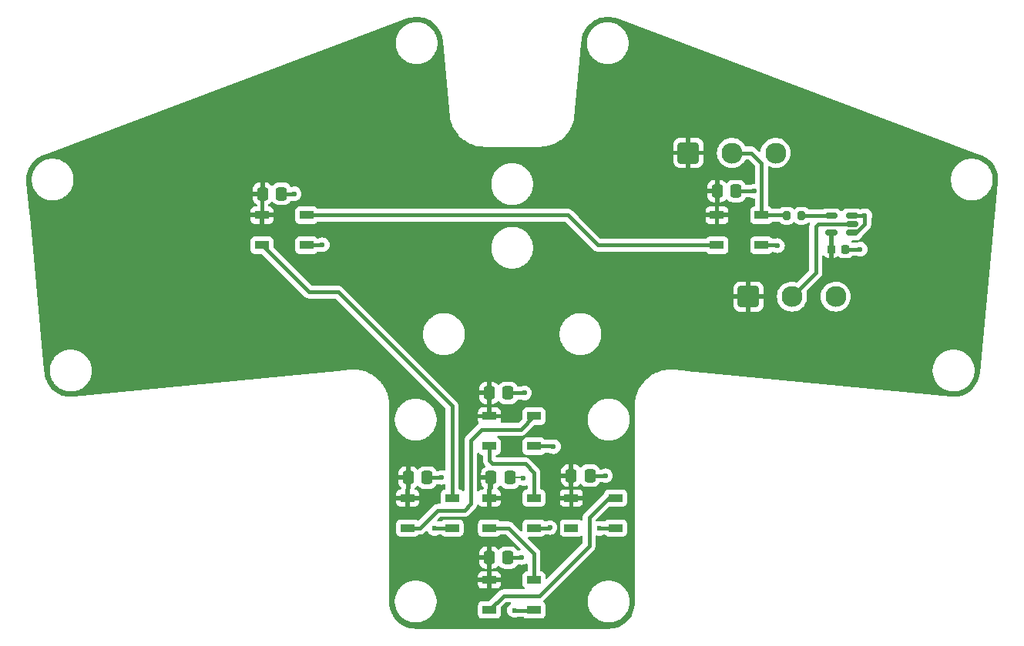
<source format=gbr>
%TF.GenerationSoftware,KiCad,Pcbnew,7.0.8*%
%TF.CreationDate,2023-10-23T18:19:39+02:00*%
%TF.ProjectId,LED_Eyes2,4c45445f-4579-4657-9332-2e6b69636164,rev?*%
%TF.SameCoordinates,Original*%
%TF.FileFunction,Copper,L1,Top*%
%TF.FilePolarity,Positive*%
%FSLAX46Y46*%
G04 Gerber Fmt 4.6, Leading zero omitted, Abs format (unit mm)*
G04 Created by KiCad (PCBNEW 7.0.8) date 2023-10-23 18:19:39*
%MOMM*%
%LPD*%
G01*
G04 APERTURE LIST*
G04 Aperture macros list*
%AMRoundRect*
0 Rectangle with rounded corners*
0 $1 Rounding radius*
0 $2 $3 $4 $5 $6 $7 $8 $9 X,Y pos of 4 corners*
0 Add a 4 corners polygon primitive as box body*
4,1,4,$2,$3,$4,$5,$6,$7,$8,$9,$2,$3,0*
0 Add four circle primitives for the rounded corners*
1,1,$1+$1,$2,$3*
1,1,$1+$1,$4,$5*
1,1,$1+$1,$6,$7*
1,1,$1+$1,$8,$9*
0 Add four rect primitives between the rounded corners*
20,1,$1+$1,$2,$3,$4,$5,0*
20,1,$1+$1,$4,$5,$6,$7,0*
20,1,$1+$1,$6,$7,$8,$9,0*
20,1,$1+$1,$8,$9,$2,$3,0*%
G04 Aperture macros list end*
%TA.AperFunction,ComponentPad*%
%ADD10RoundRect,0.250001X-0.899999X-0.899999X0.899999X-0.899999X0.899999X0.899999X-0.899999X0.899999X0*%
%TD*%
%TA.AperFunction,ComponentPad*%
%ADD11C,2.300000*%
%TD*%
%TA.AperFunction,SMDPad,CuDef*%
%ADD12RoundRect,0.250000X-0.337500X-0.475000X0.337500X-0.475000X0.337500X0.475000X-0.337500X0.475000X0*%
%TD*%
%TA.AperFunction,SMDPad,CuDef*%
%ADD13RoundRect,0.200000X-0.200000X-0.275000X0.200000X-0.275000X0.200000X0.275000X-0.200000X0.275000X0*%
%TD*%
%TA.AperFunction,SMDPad,CuDef*%
%ADD14RoundRect,0.150000X0.512500X0.150000X-0.512500X0.150000X-0.512500X-0.150000X0.512500X-0.150000X0*%
%TD*%
%TA.AperFunction,SMDPad,CuDef*%
%ADD15R,1.500000X0.900000*%
%TD*%
%TA.AperFunction,SMDPad,CuDef*%
%ADD16RoundRect,0.225000X-0.225000X-0.250000X0.225000X-0.250000X0.225000X0.250000X-0.225000X0.250000X0*%
%TD*%
%TA.AperFunction,ViaPad*%
%ADD17C,0.600000*%
%TD*%
%TA.AperFunction,Conductor*%
%ADD18C,0.400000*%
%TD*%
%TA.AperFunction,Conductor*%
%ADD19C,0.200000*%
%TD*%
G04 APERTURE END LIST*
D10*
%TO.P,J2,1,Pin_1*%
%TO.N,+5V*%
X166000000Y-102800000D03*
D11*
%TO.P,J2,2,Pin_2*%
%TO.N,Net-(J2-Pin_2)*%
X170800000Y-102800000D03*
%TO.P,J2,3,Pin_3*%
%TO.N,GND*%
X175600000Y-102800000D03*
%TD*%
D12*
%TO.P,C4,1*%
%TO.N,+5V*%
X137500000Y-113400000D03*
%TO.P,C4,2*%
%TO.N,GND*%
X139575000Y-113400000D03*
%TD*%
D13*
%TO.P,R1,1*%
%TO.N,Net-(D1-DIN)*%
X170200000Y-93900000D03*
%TO.P,R1,2*%
%TO.N,Net-(R1-Pad2)*%
X171850000Y-93900000D03*
%TD*%
D14*
%TO.P,U1,1*%
%TO.N,GND*%
X177375000Y-95800000D03*
%TO.P,U1,2*%
%TO.N,Net-(J2-Pin_2)*%
X177375000Y-94850000D03*
%TO.P,U1,3,GND*%
%TO.N,GND*%
X177375000Y-93900000D03*
%TO.P,U1,4*%
%TO.N,Net-(R1-Pad2)*%
X175100000Y-93900000D03*
%TO.P,U1,5,VCC*%
%TO.N,+5V*%
X175100000Y-95800000D03*
%TD*%
D12*
%TO.P,C6,1*%
%TO.N,+5V*%
X137525000Y-131500000D03*
%TO.P,C6,2*%
%TO.N,GND*%
X139600000Y-131500000D03*
%TD*%
%TO.P,C7,1*%
%TO.N,+5V*%
X146525000Y-122500000D03*
%TO.P,C7,2*%
%TO.N,GND*%
X148600000Y-122500000D03*
%TD*%
D15*
%TO.P,D2,1,VDD*%
%TO.N,+5V*%
X112550000Y-93850000D03*
%TO.P,D2,2,DOUT*%
%TO.N,Net-(D2-DOUT)*%
X112550000Y-97150000D03*
%TO.P,D2,3,VSS*%
%TO.N,GND*%
X117450000Y-97150000D03*
%TO.P,D2,4,DIN*%
%TO.N,Net-(D1-DOUT)*%
X117450000Y-93850000D03*
%TD*%
D10*
%TO.P,J1,1,Pin_1*%
%TO.N,+5V*%
X159400000Y-87000000D03*
D11*
%TO.P,J1,2,Pin_2*%
%TO.N,Net-(D1-DIN)*%
X164200000Y-87000000D03*
%TO.P,J1,3,Pin_3*%
%TO.N,GND*%
X169000000Y-87000000D03*
%TD*%
D15*
%TO.P,D5,1,VDD*%
%TO.N,+5V*%
X137550000Y-124950000D03*
%TO.P,D5,2,DOUT*%
%TO.N,Net-(D5-DOUT)*%
X137550000Y-128250000D03*
%TO.P,D5,3,VSS*%
%TO.N,GND*%
X142450000Y-128250000D03*
%TO.P,D5,4,DIN*%
%TO.N,Net-(D4-DOUT)*%
X142450000Y-124950000D03*
%TD*%
D12*
%TO.P,C2,1*%
%TO.N,+5V*%
X112625000Y-91500000D03*
%TO.P,C2,2*%
%TO.N,GND*%
X114700000Y-91500000D03*
%TD*%
D15*
%TO.P,D3,1,VDD*%
%TO.N,+5V*%
X128550000Y-124950000D03*
%TO.P,D3,2,DOUT*%
%TO.N,Net-(D3-DOUT)*%
X128550000Y-128250000D03*
%TO.P,D3,3,VSS*%
%TO.N,GND*%
X133450000Y-128250000D03*
%TO.P,D3,4,DIN*%
%TO.N,Net-(D2-DOUT)*%
X133450000Y-124950000D03*
%TD*%
%TO.P,D1,1,VDD*%
%TO.N,+5V*%
X162550000Y-93850000D03*
%TO.P,D1,2,DOUT*%
%TO.N,Net-(D1-DOUT)*%
X162550000Y-97150000D03*
%TO.P,D1,3,VSS*%
%TO.N,GND*%
X167450000Y-97150000D03*
%TO.P,D1,4,DIN*%
%TO.N,Net-(D1-DIN)*%
X167450000Y-93850000D03*
%TD*%
%TO.P,D6,1,VDD*%
%TO.N,+5V*%
X137550000Y-133950000D03*
%TO.P,D6,2,DOUT*%
%TO.N,Net-(D6-DOUT)*%
X137550000Y-137250000D03*
%TO.P,D6,3,VSS*%
%TO.N,GND*%
X142450000Y-137250000D03*
%TO.P,D6,4,DIN*%
%TO.N,Net-(D5-DOUT)*%
X142450000Y-133950000D03*
%TD*%
D12*
%TO.P,C5,1*%
%TO.N,+5V*%
X137725000Y-122700000D03*
%TO.P,C5,2*%
%TO.N,GND*%
X139800000Y-122700000D03*
%TD*%
%TO.P,C3,1*%
%TO.N,+5V*%
X128625000Y-122700000D03*
%TO.P,C3,2*%
%TO.N,GND*%
X130700000Y-122700000D03*
%TD*%
D15*
%TO.P,D4,1,VDD*%
%TO.N,+5V*%
X137550000Y-115950000D03*
%TO.P,D4,2,DOUT*%
%TO.N,Net-(D4-DOUT)*%
X137550000Y-119250000D03*
%TO.P,D4,3,VSS*%
%TO.N,GND*%
X142450000Y-119250000D03*
%TO.P,D4,4,DIN*%
%TO.N,Net-(D3-DOUT)*%
X142450000Y-115950000D03*
%TD*%
%TO.P,D7,1,VDD*%
%TO.N,+5V*%
X146550000Y-124950000D03*
%TO.P,D7,2,DOUT*%
%TO.N,unconnected-(D7-DOUT-Pad2)*%
X146550000Y-128250000D03*
%TO.P,D7,3,VSS*%
%TO.N,GND*%
X151450000Y-128250000D03*
%TO.P,D7,4,DIN*%
%TO.N,Net-(D6-DOUT)*%
X151450000Y-124950000D03*
%TD*%
D16*
%TO.P,C20,1*%
%TO.N,+5V*%
X175100000Y-97600000D03*
%TO.P,C20,2*%
%TO.N,GND*%
X176650000Y-97600000D03*
%TD*%
D12*
%TO.P,C1,1*%
%TO.N,+5V*%
X162562500Y-91200000D03*
%TO.P,C1,2*%
%TO.N,GND*%
X164637500Y-91200000D03*
%TD*%
D17*
%TO.N,GND*%
X131500000Y-128300000D03*
X178800000Y-93900000D03*
X140300000Y-137300000D03*
X141300000Y-122800000D03*
X166700000Y-91200000D03*
X132300000Y-122700000D03*
X149600000Y-128300000D03*
X141400000Y-113400000D03*
X144200000Y-128200000D03*
X150300000Y-122500000D03*
X169200000Y-97200000D03*
X178300000Y-97600000D03*
X119200000Y-97100000D03*
X141100000Y-131500000D03*
X116100000Y-91500000D03*
X144600000Y-119300000D03*
%TD*%
D18*
%TO.N,+5V*%
X137550000Y-113450000D02*
X137500000Y-113400000D01*
X175100000Y-95800000D02*
X175100000Y-97600000D01*
X146550000Y-124950000D02*
X146550000Y-122525000D01*
X112550000Y-93850000D02*
X112550000Y-91575000D01*
X137550000Y-124950000D02*
X137550000Y-122875000D01*
X128550000Y-124950000D02*
X128550000Y-122775000D01*
X146550000Y-122525000D02*
X146525000Y-122500000D01*
X137550000Y-133950000D02*
X137550000Y-131525000D01*
X112550000Y-91575000D02*
X112625000Y-91500000D01*
X162550000Y-91212500D02*
X162562500Y-91200000D01*
X137550000Y-115950000D02*
X137550000Y-113450000D01*
X137550000Y-131525000D02*
X137525000Y-131500000D01*
X137550000Y-122875000D02*
X137725000Y-122700000D01*
X128550000Y-122775000D02*
X128625000Y-122700000D01*
X162550000Y-93850000D02*
X162550000Y-91212500D01*
%TO.N,GND*%
X167450000Y-97150000D02*
X169150000Y-97150000D01*
X142400000Y-137300000D02*
X142450000Y-137250000D01*
D19*
X151400000Y-128300000D02*
X151450000Y-128250000D01*
X167500000Y-97200000D02*
X167450000Y-97150000D01*
D18*
X149650000Y-128250000D02*
X149600000Y-128300000D01*
X114700000Y-91500000D02*
X116100000Y-91500000D01*
X176650000Y-97600000D02*
X178300000Y-97600000D01*
X139575000Y-113400000D02*
X141400000Y-113400000D01*
X142450000Y-128250000D02*
X144150000Y-128250000D01*
D19*
X139800000Y-122700000D02*
X141200000Y-122700000D01*
D18*
X178800000Y-93900000D02*
X177375000Y-93900000D01*
X169150000Y-97150000D02*
X169200000Y-97200000D01*
X144550000Y-119250000D02*
X144600000Y-119300000D01*
X131550000Y-128250000D02*
X131500000Y-128300000D01*
D19*
X133400000Y-128300000D02*
X133450000Y-128250000D01*
D18*
X164637500Y-91200000D02*
X166700000Y-91200000D01*
X119150000Y-97150000D02*
X119200000Y-97100000D01*
X151450000Y-128250000D02*
X149650000Y-128250000D01*
X142450000Y-119250000D02*
X144550000Y-119250000D01*
X178800000Y-93900000D02*
X178800000Y-94865318D01*
X140300000Y-137300000D02*
X142400000Y-137300000D01*
D19*
X142600000Y-128400000D02*
X142450000Y-128250000D01*
X141200000Y-122700000D02*
X141300000Y-122800000D01*
D18*
X148600000Y-122500000D02*
X150300000Y-122500000D01*
X133450000Y-128250000D02*
X131550000Y-128250000D01*
X177865318Y-95800000D02*
X177375000Y-95800000D01*
X144150000Y-128250000D02*
X144200000Y-128200000D01*
X117450000Y-97150000D02*
X119150000Y-97150000D01*
X139600000Y-131500000D02*
X141100000Y-131500000D01*
X178800000Y-94865318D02*
X177865318Y-95800000D01*
X130700000Y-122700000D02*
X132300000Y-122700000D01*
D19*
X140350000Y-137250000D02*
X140300000Y-137300000D01*
D18*
%TO.N,Net-(R1-Pad2)*%
X171850000Y-93900000D02*
X175100000Y-93900000D01*
%TO.N,Net-(J2-Pin_2)*%
X173650000Y-94850000D02*
X173400000Y-95100000D01*
X173400000Y-100200000D02*
X170800000Y-102800000D01*
X173400000Y-95100000D02*
X173400000Y-100200000D01*
X177375000Y-94850000D02*
X173650000Y-94850000D01*
%TO.N,Net-(D2-DOUT)*%
X117700000Y-102300000D02*
X120900000Y-102300000D01*
X117700000Y-102300000D02*
X112550000Y-97150000D01*
X133450000Y-124950000D02*
X133450000Y-114850000D01*
X120900000Y-102300000D02*
X133450000Y-114850000D01*
%TO.N,Net-(D1-DOUT)*%
X146150000Y-93850000D02*
X149450000Y-97150000D01*
X117450000Y-93850000D02*
X146150000Y-93850000D01*
X149450000Y-97150000D02*
X162550000Y-97150000D01*
%TO.N,Net-(D1-DIN)*%
X167450000Y-93850000D02*
X170150000Y-93850000D01*
X167450000Y-88150000D02*
X167450000Y-93850000D01*
X170150000Y-93850000D02*
X170200000Y-93900000D01*
X166300000Y-87000000D02*
X167450000Y-88150000D01*
X164200000Y-87000000D02*
X166300000Y-87000000D01*
%TO.N,Net-(D3-DOUT)*%
X128550000Y-128250000D02*
X129950000Y-128250000D01*
X134800000Y-126300000D02*
X135500000Y-125600000D01*
X129950000Y-128250000D02*
X131900000Y-126300000D01*
X135500000Y-125600000D02*
X135500000Y-118600000D01*
X135500000Y-118600000D02*
X136700000Y-117400000D01*
X131900000Y-126300000D02*
X134800000Y-126300000D01*
X136700000Y-117400000D02*
X141000000Y-117400000D01*
X141000000Y-117400000D02*
X142450000Y-115950000D01*
%TO.N,Net-(D4-DOUT)*%
X137550000Y-119250000D02*
X137550000Y-120850000D01*
X137550000Y-120850000D02*
X137900000Y-121200000D01*
X142450000Y-122150000D02*
X142450000Y-124950000D01*
X137900000Y-121200000D02*
X141500000Y-121200000D01*
X141500000Y-121200000D02*
X142450000Y-122150000D01*
%TO.N,Net-(D5-DOUT)*%
X142450000Y-131050000D02*
X142450000Y-133950000D01*
X137550000Y-128250000D02*
X139650000Y-128250000D01*
X139650000Y-128250000D02*
X142450000Y-131050000D01*
%TO.N,Net-(D6-DOUT)*%
X139100000Y-135700000D02*
X143000000Y-135700000D01*
X143000000Y-135700000D02*
X148500000Y-130200000D01*
X148500000Y-127100000D02*
X150650000Y-124950000D01*
X148500000Y-130200000D02*
X148500000Y-127100000D01*
X137550000Y-137250000D02*
X139100000Y-135700000D01*
X150650000Y-124950000D02*
X151450000Y-124950000D01*
%TD*%
%TA.AperFunction,Conductor*%
%TO.N,+5V*%
G36*
X129804326Y-72048126D02*
G01*
X129849162Y-72050473D01*
X129855623Y-72051152D01*
X130148890Y-72097622D01*
X130155223Y-72098968D01*
X130442028Y-72175811D01*
X130448175Y-72177810D01*
X130725458Y-72284296D01*
X130731352Y-72286921D01*
X130995961Y-72421690D01*
X131001585Y-72424937D01*
X131250547Y-72586596D01*
X131255799Y-72590411D01*
X131462557Y-72757863D01*
X131486529Y-72777278D01*
X131491356Y-72781625D01*
X131701365Y-72991675D01*
X131705694Y-72996482D01*
X131891305Y-73225626D01*
X131892559Y-73227174D01*
X131896383Y-73232437D01*
X132058079Y-73481464D01*
X132061311Y-73487061D01*
X132196124Y-73751649D01*
X132198760Y-73757572D01*
X132303730Y-74031067D01*
X132305181Y-74034846D01*
X132307183Y-74041008D01*
X132338485Y-74157806D01*
X132384032Y-74327762D01*
X132385383Y-74334118D01*
X132433643Y-74638835D01*
X132434136Y-74642747D01*
X133233256Y-83166739D01*
X133233509Y-83174007D01*
X133233255Y-83184664D01*
X133241044Y-83249808D01*
X133243786Y-83279053D01*
X133243790Y-83279076D01*
X133244436Y-83281761D01*
X133245714Y-83288881D01*
X133246044Y-83291636D01*
X133246048Y-83291659D01*
X133253659Y-83320064D01*
X133269010Y-83383822D01*
X133272951Y-83393714D01*
X133275242Y-83400616D01*
X133329910Y-83604646D01*
X133331728Y-83612635D01*
X133335737Y-83630253D01*
X133337997Y-83636142D01*
X133340002Y-83642311D01*
X133341638Y-83648416D01*
X133351990Y-83672590D01*
X133472674Y-83986961D01*
X133472675Y-83986963D01*
X133481153Y-84011836D01*
X133484023Y-84017469D01*
X133486661Y-84023393D01*
X133488925Y-84029290D01*
X133488928Y-84029297D01*
X133501735Y-84052228D01*
X133545200Y-84137528D01*
X133654641Y-84352307D01*
X133665655Y-84376127D01*
X133669110Y-84381448D01*
X133672356Y-84387070D01*
X133675239Y-84392728D01*
X133675245Y-84392738D01*
X133684456Y-84405803D01*
X133690360Y-84414178D01*
X133690367Y-84414189D01*
X133873772Y-84696663D01*
X133887238Y-84719238D01*
X133887242Y-84719243D01*
X133891203Y-84724135D01*
X133895020Y-84729389D01*
X133898456Y-84734680D01*
X133915762Y-84754465D01*
X133935493Y-84778832D01*
X134127757Y-85016277D01*
X134143520Y-85037329D01*
X134143523Y-85037332D01*
X134147956Y-85041764D01*
X134152314Y-85046603D01*
X134156263Y-85051481D01*
X134175565Y-85069368D01*
X134413712Y-85307467D01*
X134431538Y-85326709D01*
X134431543Y-85326713D01*
X134435870Y-85330217D01*
X134436478Y-85330710D01*
X134436486Y-85330716D01*
X134441293Y-85335044D01*
X134445804Y-85339553D01*
X134445807Y-85339556D01*
X134445810Y-85339557D01*
X134466805Y-85355271D01*
X134728558Y-85567263D01*
X134748346Y-85584573D01*
X134753614Y-85587993D01*
X134758872Y-85591814D01*
X134763759Y-85595772D01*
X134763760Y-85595773D01*
X134786359Y-85609257D01*
X135050660Y-85780876D01*
X135068805Y-85792658D01*
X135090249Y-85807777D01*
X135090251Y-85807778D01*
X135090252Y-85807779D01*
X135095903Y-85810658D01*
X135101516Y-85813898D01*
X135106855Y-85817365D01*
X135130681Y-85828382D01*
X135364033Y-85947303D01*
X135430775Y-85981316D01*
X135453766Y-85994152D01*
X135459619Y-85996397D01*
X135465560Y-85999042D01*
X135471141Y-86001887D01*
X135471144Y-86001888D01*
X135471148Y-86001890D01*
X135496042Y-86010375D01*
X135810517Y-86131049D01*
X135834652Y-86141384D01*
X135840784Y-86143027D01*
X135846943Y-86145027D01*
X135852871Y-86147302D01*
X135878458Y-86153121D01*
X136203734Y-86240271D01*
X136228818Y-86248029D01*
X136234849Y-86248984D01*
X136235081Y-86249021D01*
X136241436Y-86250371D01*
X136247560Y-86252013D01*
X136273619Y-86255128D01*
X136606291Y-86307844D01*
X136632101Y-86312945D01*
X136638375Y-86313273D01*
X136644835Y-86313952D01*
X136651034Y-86314935D01*
X136677341Y-86315312D01*
X136997811Y-86332084D01*
X137003371Y-86332629D01*
X137013601Y-86334100D01*
X137034680Y-86334100D01*
X137037920Y-86334185D01*
X137046955Y-86334657D01*
X137058991Y-86335287D01*
X137069274Y-86334353D01*
X137074875Y-86334100D01*
X143023925Y-86334100D01*
X143029525Y-86334353D01*
X143039809Y-86335287D01*
X143052093Y-86334644D01*
X143060880Y-86334185D01*
X143064120Y-86334100D01*
X143085198Y-86334100D01*
X143085199Y-86334100D01*
X143095424Y-86332629D01*
X143100991Y-86332084D01*
X143421457Y-86315312D01*
X143447766Y-86314935D01*
X143453973Y-86313951D01*
X143460413Y-86313273D01*
X143466698Y-86312945D01*
X143492503Y-86307845D01*
X143825180Y-86255128D01*
X143851240Y-86252013D01*
X143857371Y-86250369D01*
X143863706Y-86249022D01*
X143869982Y-86248029D01*
X143895065Y-86240271D01*
X143925812Y-86232033D01*
X144220325Y-86153125D01*
X144228860Y-86151183D01*
X144245928Y-86147303D01*
X144251853Y-86145028D01*
X144258018Y-86143025D01*
X144264148Y-86141384D01*
X144277143Y-86135819D01*
X144288273Y-86131054D01*
X144602750Y-86010377D01*
X144602756Y-86010375D01*
X144627659Y-86001887D01*
X144633245Y-85999039D01*
X144639184Y-85996395D01*
X144645033Y-85994152D01*
X144668012Y-85981321D01*
X144734764Y-85947303D01*
X144968120Y-85828381D01*
X144981086Y-85822385D01*
X144991945Y-85817365D01*
X144997281Y-85813899D01*
X145002881Y-85810666D01*
X145008551Y-85807777D01*
X145029993Y-85792659D01*
X145312456Y-85609246D01*
X145335041Y-85595772D01*
X145339930Y-85591810D01*
X145345168Y-85588004D01*
X145350455Y-85584573D01*
X145364227Y-85572523D01*
X145370252Y-85567254D01*
X145631995Y-85355270D01*
X145652996Y-85339553D01*
X145657508Y-85335040D01*
X145662302Y-85330724D01*
X145667260Y-85326710D01*
X145685087Y-85307467D01*
X145923234Y-85069368D01*
X145942535Y-85051483D01*
X145946488Y-85046598D01*
X145950834Y-85041772D01*
X145955278Y-85037331D01*
X145971040Y-85016279D01*
X145971042Y-85016277D01*
X146183056Y-84754443D01*
X146200338Y-84734686D01*
X146200338Y-84734685D01*
X146200344Y-84734679D01*
X146203780Y-84729386D01*
X146207576Y-84724160D01*
X146211561Y-84719240D01*
X146225040Y-84696642D01*
X146408431Y-84414189D01*
X146423560Y-84392730D01*
X146426449Y-84387058D01*
X146429689Y-84381448D01*
X146433144Y-84376128D01*
X146444153Y-84352315D01*
X146597064Y-84052228D01*
X146609872Y-84029297D01*
X146612140Y-84023386D01*
X146614767Y-84017484D01*
X146617647Y-84011836D01*
X146626124Y-83986962D01*
X146746809Y-83672590D01*
X146757162Y-83648415D01*
X146758798Y-83642306D01*
X146760804Y-83636136D01*
X146763062Y-83630255D01*
X146768889Y-83604646D01*
X146823559Y-83400607D01*
X146825845Y-83393720D01*
X146829785Y-83383827D01*
X146829790Y-83383820D01*
X146842888Y-83329419D01*
X146845141Y-83320063D01*
X146849358Y-83304319D01*
X146852752Y-83291656D01*
X146853081Y-83288897D01*
X146854362Y-83281761D01*
X146855013Y-83279059D01*
X146857755Y-83249809D01*
X146865544Y-83184663D01*
X146865542Y-83184655D01*
X146865289Y-83174010D01*
X146865543Y-83166738D01*
X147532511Y-76052365D01*
X147636497Y-74943174D01*
X148247712Y-74943174D01*
X148250083Y-74969311D01*
X148258935Y-75138459D01*
X148259312Y-75164740D01*
X148259313Y-75164759D01*
X148260297Y-75170969D01*
X148260975Y-75177416D01*
X148261304Y-75183707D01*
X148266404Y-75209520D01*
X148292902Y-75376793D01*
X148296027Y-75402907D01*
X148297660Y-75409000D01*
X148299008Y-75415343D01*
X148299992Y-75421550D01*
X148299996Y-75421570D01*
X148307757Y-75446670D01*
X148351584Y-75610166D01*
X148357404Y-75635742D01*
X148359675Y-75641658D01*
X148361678Y-75647823D01*
X148363325Y-75653966D01*
X148373668Y-75678113D01*
X148434324Y-75836130D01*
X148442800Y-75861006D01*
X148445675Y-75866649D01*
X148448313Y-75872574D01*
X148450580Y-75878479D01*
X148463379Y-75901399D01*
X148540269Y-76052321D01*
X148551302Y-76076175D01*
X148551304Y-76076179D01*
X148554733Y-76081459D01*
X148557979Y-76087081D01*
X148560837Y-76092692D01*
X148560840Y-76092697D01*
X148560842Y-76092700D01*
X148560928Y-76092822D01*
X148575993Y-76114196D01*
X148668220Y-76256208D01*
X148681701Y-76278800D01*
X148682433Y-76279703D01*
X148685664Y-76283693D01*
X148689480Y-76288944D01*
X148692907Y-76294221D01*
X148710217Y-76314007D01*
X148816750Y-76445532D01*
X148832422Y-76466480D01*
X148836967Y-76471028D01*
X148841296Y-76475837D01*
X148845342Y-76480832D01*
X148845351Y-76480842D01*
X148864552Y-76498629D01*
X148984308Y-76618458D01*
X149002274Y-76637835D01*
X149002288Y-76637849D01*
X149007055Y-76641706D01*
X149011904Y-76646072D01*
X149016238Y-76650408D01*
X149016244Y-76650413D01*
X149016253Y-76650422D01*
X149033148Y-76663077D01*
X149037372Y-76666242D01*
X149037402Y-76666264D01*
X149168980Y-76772745D01*
X149188608Y-76789931D01*
X149192565Y-76792503D01*
X149194074Y-76793484D01*
X149199292Y-76797275D01*
X149204366Y-76801381D01*
X149212736Y-76806370D01*
X149226775Y-76814741D01*
X149368760Y-76907031D01*
X149385927Y-76919127D01*
X149390350Y-76922244D01*
X149395832Y-76925035D01*
X149401480Y-76928298D01*
X149406637Y-76931651D01*
X149406644Y-76931653D01*
X149430627Y-76942757D01*
X149581599Y-77019645D01*
X149604526Y-77032447D01*
X149610467Y-77034727D01*
X149616362Y-77037350D01*
X149622030Y-77040237D01*
X149646868Y-77048696D01*
X149804852Y-77109325D01*
X149822899Y-77117058D01*
X149828922Y-77119639D01*
X149833398Y-77120839D01*
X149835110Y-77121299D01*
X149841265Y-77123299D01*
X149844656Y-77124600D01*
X149847260Y-77125599D01*
X149860027Y-77128502D01*
X149872794Y-77131406D01*
X150036365Y-77175279D01*
X150061639Y-77183083D01*
X150067702Y-77184040D01*
X150074098Y-77185399D01*
X150080016Y-77186987D01*
X150080023Y-77186987D01*
X150080024Y-77186988D01*
X150106248Y-77190130D01*
X150273536Y-77216558D01*
X150299159Y-77221628D01*
X150305626Y-77221968D01*
X150312046Y-77222641D01*
X150318460Y-77223655D01*
X150335876Y-77223896D01*
X150344584Y-77224017D01*
X150513668Y-77232912D01*
X150513687Y-77232913D01*
X150539956Y-77235290D01*
X150546160Y-77234963D01*
X150552650Y-77234963D01*
X150558858Y-77235290D01*
X150585135Y-77232912D01*
X150754136Y-77224017D01*
X150780240Y-77223655D01*
X150786658Y-77222640D01*
X150793065Y-77221968D01*
X150799555Y-77221627D01*
X150820163Y-77217548D01*
X150825182Y-77216555D01*
X150992427Y-77190134D01*
X150996795Y-77189610D01*
X151018644Y-77186995D01*
X151024576Y-77185403D01*
X151030976Y-77184044D01*
X151032360Y-77183825D01*
X151037061Y-77183083D01*
X151062310Y-77175286D01*
X151225929Y-77131414D01*
X151251490Y-77125602D01*
X151257465Y-77123308D01*
X151263629Y-77121306D01*
X151269799Y-77119652D01*
X151269800Y-77119651D01*
X151269802Y-77119651D01*
X151293876Y-77109336D01*
X151353495Y-77086457D01*
X151451883Y-77048703D01*
X151476717Y-77040247D01*
X151482393Y-77037355D01*
X151488287Y-77034733D01*
X151494236Y-77032451D01*
X151517153Y-77019655D01*
X151668166Y-76942754D01*
X151692151Y-76931651D01*
X151697297Y-76928305D01*
X151702946Y-76925043D01*
X151708419Y-76922257D01*
X151730032Y-76907028D01*
X151872028Y-76814730D01*
X151894465Y-76801353D01*
X151899523Y-76797258D01*
X151904732Y-76793472D01*
X151910182Y-76789931D01*
X151929822Y-76772733D01*
X152061384Y-76666243D01*
X152082536Y-76650397D01*
X152086901Y-76646027D01*
X152091729Y-76641681D01*
X152096517Y-76637806D01*
X152114474Y-76618434D01*
X152234196Y-76498622D01*
X152253365Y-76480868D01*
X152256327Y-76477209D01*
X152257437Y-76475841D01*
X152261766Y-76471032D01*
X152262908Y-76469888D01*
X152266344Y-76466451D01*
X152269414Y-76462345D01*
X152282001Y-76445519D01*
X152388517Y-76314035D01*
X152388518Y-76314034D01*
X152405866Y-76294204D01*
X152409283Y-76288940D01*
X152413087Y-76283705D01*
X152417034Y-76278834D01*
X152430520Y-76256237D01*
X152522736Y-76114227D01*
X152537834Y-76092822D01*
X152540737Y-76087124D01*
X152543973Y-76081522D01*
X152547459Y-76076156D01*
X152552066Y-76066192D01*
X152558461Y-76052364D01*
X152635398Y-75901454D01*
X152635429Y-75901399D01*
X152648251Y-75878436D01*
X152650483Y-75872616D01*
X152653124Y-75866687D01*
X152655955Y-75861135D01*
X152664462Y-75836190D01*
X152725120Y-75678119D01*
X152735430Y-75654064D01*
X152737100Y-75647837D01*
X152739086Y-75641722D01*
X152741402Y-75635690D01*
X152747204Y-75610174D01*
X152791068Y-75446675D01*
X152791078Y-75446639D01*
X152798818Y-75421570D01*
X152798883Y-75421361D01*
X152799840Y-75415301D01*
X152801195Y-75408926D01*
X152802782Y-75403012D01*
X152805929Y-75376755D01*
X152832358Y-75209463D01*
X152837428Y-75183841D01*
X152837768Y-75177364D01*
X152838442Y-75170948D01*
X152839455Y-75164540D01*
X152839817Y-75138414D01*
X152848713Y-74969310D01*
X152851090Y-74943043D01*
X152850763Y-74936838D01*
X152850763Y-74930339D01*
X152851090Y-74924142D01*
X152848712Y-74897865D01*
X152839817Y-74728863D01*
X152839455Y-74702760D01*
X152838441Y-74696346D01*
X152837768Y-74689927D01*
X152837760Y-74689793D01*
X152837427Y-74683445D01*
X152832355Y-74657817D01*
X152829661Y-74640767D01*
X152805934Y-74490573D01*
X152802807Y-74464458D01*
X152802795Y-74464356D01*
X152801201Y-74458415D01*
X152799845Y-74452027D01*
X152798884Y-74445946D01*
X152798884Y-74445944D01*
X152798883Y-74445939D01*
X152795900Y-74436281D01*
X152791086Y-74420687D01*
X152747215Y-74257071D01*
X152744127Y-74243497D01*
X152741402Y-74231510D01*
X152739106Y-74225529D01*
X152737106Y-74219371D01*
X152735452Y-74213201D01*
X152735451Y-74213199D01*
X152725136Y-74189123D01*
X152664462Y-74031009D01*
X152655955Y-74006065D01*
X152653128Y-74000520D01*
X152650481Y-73994576D01*
X152648251Y-73988764D01*
X152648231Y-73988729D01*
X152644460Y-73981974D01*
X152635398Y-73965745D01*
X152558460Y-73814834D01*
X152547459Y-73791044D01*
X152543968Y-73785668D01*
X152540740Y-73780080D01*
X152537834Y-73774378D01*
X152522736Y-73752972D01*
X152430520Y-73610962D01*
X152417034Y-73588366D01*
X152417030Y-73588361D01*
X152417029Y-73588359D01*
X152413098Y-73583507D01*
X152409276Y-73578248D01*
X152405866Y-73572996D01*
X152388518Y-73553165D01*
X152334978Y-73487075D01*
X152281931Y-73421593D01*
X152266223Y-73400611D01*
X152266222Y-73400610D01*
X152266220Y-73400607D01*
X152261707Y-73396094D01*
X152257379Y-73391287D01*
X152253365Y-73386332D01*
X152246794Y-73380246D01*
X152234116Y-73368503D01*
X152114488Y-73248874D01*
X152096673Y-73229639D01*
X152096669Y-73229636D01*
X152096668Y-73229635D01*
X152091716Y-73225623D01*
X152086905Y-73221291D01*
X152084647Y-73219033D01*
X152082400Y-73216785D01*
X152082394Y-73216780D01*
X152082393Y-73216779D01*
X152061396Y-73201061D01*
X151929823Y-73094472D01*
X151910004Y-73077134D01*
X151909989Y-73077124D01*
X151904749Y-73073721D01*
X151899488Y-73069897D01*
X151897573Y-73068346D01*
X151894635Y-73065966D01*
X151872029Y-73052474D01*
X151785816Y-72996490D01*
X151730041Y-72960271D01*
X151708621Y-72945164D01*
X151705275Y-72943459D01*
X151702920Y-72942259D01*
X151697315Y-72939021D01*
X151691956Y-72935541D01*
X151668169Y-72924541D01*
X151517264Y-72847606D01*
X151494236Y-72834749D01*
X151494233Y-72834748D01*
X151494230Y-72834746D01*
X151494228Y-72834745D01*
X151488418Y-72832515D01*
X151482478Y-72829870D01*
X151476942Y-72827049D01*
X151476939Y-72827047D01*
X151475354Y-72826506D01*
X151452001Y-72818542D01*
X151412470Y-72803372D01*
X151293881Y-72757864D01*
X151269797Y-72747547D01*
X151269792Y-72747545D01*
X151263614Y-72745888D01*
X151257473Y-72743892D01*
X151251498Y-72741600D01*
X151251490Y-72741597D01*
X151225930Y-72735785D01*
X151062311Y-72691913D01*
X151037061Y-72684116D01*
X151037053Y-72684115D01*
X151030962Y-72683152D01*
X151024586Y-72681798D01*
X151018639Y-72680203D01*
X150992426Y-72677065D01*
X150825182Y-72650644D01*
X150818774Y-72649376D01*
X150799555Y-72645573D01*
X150798188Y-72645500D01*
X150793058Y-72645230D01*
X150786654Y-72644557D01*
X150780254Y-72643546D01*
X150780240Y-72643545D01*
X150754136Y-72643182D01*
X150585135Y-72634287D01*
X150585124Y-72634286D01*
X150558856Y-72631909D01*
X150552655Y-72632235D01*
X150546156Y-72632235D01*
X150539956Y-72631909D01*
X150515866Y-72634088D01*
X150513687Y-72634286D01*
X150395719Y-72640492D01*
X150344585Y-72643182D01*
X150318460Y-72643544D01*
X150312038Y-72644558D01*
X150305628Y-72645231D01*
X150299162Y-72645571D01*
X150299161Y-72645571D01*
X150273536Y-72650641D01*
X150106248Y-72677069D01*
X150080013Y-72680213D01*
X150080010Y-72680214D01*
X150074091Y-72681801D01*
X150067716Y-72683155D01*
X150061655Y-72684113D01*
X150061636Y-72684117D01*
X150036365Y-72691920D01*
X149872797Y-72735792D01*
X149847258Y-72741601D01*
X149847242Y-72741606D01*
X149841261Y-72743901D01*
X149835125Y-72745895D01*
X149828933Y-72747557D01*
X149828920Y-72747561D01*
X149804853Y-72757874D01*
X149646765Y-72818542D01*
X149621813Y-72827054D01*
X149621799Y-72827060D01*
X149616258Y-72829884D01*
X149610335Y-72832522D01*
X149604527Y-72834752D01*
X149604523Y-72834754D01*
X149591922Y-72841789D01*
X149581498Y-72847610D01*
X149430603Y-72924549D01*
X149423963Y-72927619D01*
X149406831Y-72935541D01*
X149401454Y-72939033D01*
X149395859Y-72942264D01*
X149390149Y-72945176D01*
X149368742Y-72960276D01*
X149226775Y-73052463D01*
X149204202Y-73065933D01*
X149204193Y-73065939D01*
X149199314Y-73069891D01*
X149194069Y-73073702D01*
X149188787Y-73077132D01*
X149168981Y-73094459D01*
X149037391Y-73201039D01*
X149016398Y-73216752D01*
X149011893Y-73221255D01*
X149007086Y-73225584D01*
X149002135Y-73229594D01*
X149002125Y-73229603D01*
X148984298Y-73248846D01*
X148864612Y-73368514D01*
X148845345Y-73386363D01*
X148845341Y-73386368D01*
X148841356Y-73391287D01*
X148837027Y-73396094D01*
X148832544Y-73400576D01*
X148816809Y-73421593D01*
X148816799Y-73421606D01*
X148710221Y-73553189D01*
X148710219Y-73553191D01*
X148692907Y-73572979D01*
X148692902Y-73572985D01*
X148689476Y-73578259D01*
X148685672Y-73583494D01*
X148681709Y-73588388D01*
X148681696Y-73588406D01*
X148668219Y-73610991D01*
X148575993Y-73753004D01*
X148560840Y-73774501D01*
X148557974Y-73780126D01*
X148554736Y-73785734D01*
X148551306Y-73791017D01*
X148551303Y-73791022D01*
X148543076Y-73808810D01*
X148540270Y-73814877D01*
X148463379Y-73965800D01*
X148461901Y-73968447D01*
X148450580Y-73988720D01*
X148450576Y-73988729D01*
X148448308Y-73994635D01*
X148445677Y-74000545D01*
X148442802Y-74006188D01*
X148442798Y-74006198D01*
X148437737Y-74021051D01*
X148434325Y-74031068D01*
X148385676Y-74157806D01*
X148373652Y-74189129D01*
X148363304Y-74213298D01*
X148363301Y-74213304D01*
X148361668Y-74219399D01*
X148359669Y-74225554D01*
X148357402Y-74231461D01*
X148351574Y-74257076D01*
X148344312Y-74284184D01*
X148307747Y-74420664D01*
X148305259Y-74428708D01*
X148299994Y-74445734D01*
X148299001Y-74452000D01*
X148297656Y-74458326D01*
X148296014Y-74464456D01*
X148292897Y-74490538D01*
X148292896Y-74490545D01*
X148266404Y-74657785D01*
X148265384Y-74662943D01*
X148261307Y-74683573D01*
X148260977Y-74689873D01*
X148260299Y-74696323D01*
X148259312Y-74702553D01*
X148259125Y-74715600D01*
X148258936Y-74728841D01*
X148250085Y-74897861D01*
X148247712Y-74924011D01*
X148248044Y-74930359D01*
X148248044Y-74936826D01*
X148247712Y-74943173D01*
X148247712Y-74943174D01*
X147636497Y-74943174D01*
X147664665Y-74642715D01*
X147665155Y-74638827D01*
X147713415Y-74334110D01*
X147714760Y-74327787D01*
X147791620Y-74040990D01*
X147793609Y-74034868D01*
X147900034Y-73757579D01*
X147902675Y-73751648D01*
X147947767Y-73663150D01*
X148037486Y-73487065D01*
X148040728Y-73481452D01*
X148202423Y-73232424D01*
X148206226Y-73227190D01*
X148393113Y-72996471D01*
X148397427Y-72991680D01*
X148607446Y-72781620D01*
X148612258Y-72777287D01*
X148843008Y-72590404D01*
X148848251Y-72586596D01*
X149097217Y-72424935D01*
X149102833Y-72421692D01*
X149367453Y-72286917D01*
X149373332Y-72284299D01*
X149650629Y-72177808D01*
X149656764Y-72175813D01*
X149943582Y-72098966D01*
X149949900Y-72097623D01*
X150243168Y-72051152D01*
X150249629Y-72050473D01*
X150314584Y-72047073D01*
X150546156Y-72034954D01*
X150552642Y-72034954D01*
X150849161Y-72050473D01*
X150855626Y-72051152D01*
X151148877Y-72097621D01*
X151155201Y-72098966D01*
X151444100Y-72176381D01*
X151449816Y-72178215D01*
X191422494Y-87167969D01*
X191725433Y-87284296D01*
X191731350Y-87286930D01*
X191995972Y-87421703D01*
X192001600Y-87424951D01*
X192250549Y-87586580D01*
X192255819Y-87590409D01*
X192486486Y-87777278D01*
X192491291Y-87781605D01*
X192701393Y-87991707D01*
X192705721Y-87996513D01*
X192892587Y-88227176D01*
X192896416Y-88232446D01*
X193058050Y-88481403D01*
X193061298Y-88487030D01*
X193196069Y-88751647D01*
X193198703Y-88757564D01*
X193305183Y-89034863D01*
X193307192Y-89041044D01*
X193384029Y-89327784D01*
X193385379Y-89334133D01*
X193431845Y-89627370D01*
X193432525Y-89633837D01*
X193448045Y-89930352D01*
X193448045Y-89936837D01*
X193434138Y-90202558D01*
X193431541Y-90252187D01*
X191437851Y-111185937D01*
X191434213Y-111224132D01*
X191433728Y-111227958D01*
X191385376Y-111533090D01*
X191384027Y-111539435D01*
X191307191Y-111826210D01*
X191305184Y-111832387D01*
X191198708Y-112109644D01*
X191196074Y-112115559D01*
X191061313Y-112380151D01*
X191058063Y-112385781D01*
X190896402Y-112634747D01*
X190892581Y-112640007D01*
X190705720Y-112870729D01*
X190701373Y-112875556D01*
X190491323Y-113085565D01*
X190486508Y-113089901D01*
X190255824Y-113276759D01*
X190250560Y-113280584D01*
X190001546Y-113442270D01*
X189995926Y-113445515D01*
X189731350Y-113580323D01*
X189725415Y-113582965D01*
X189448152Y-113689381D01*
X189441984Y-113691384D01*
X189352598Y-113715340D01*
X189155225Y-113768235D01*
X189148870Y-113769586D01*
X188855631Y-113816028D01*
X188849174Y-113816707D01*
X188552648Y-113832251D01*
X188546152Y-113832251D01*
X188232802Y-113815825D01*
X188230027Y-113815617D01*
X160156706Y-111076752D01*
X160133815Y-111072316D01*
X160121363Y-111068660D01*
X160121361Y-111068660D01*
X160076776Y-111068660D01*
X160070755Y-111068367D01*
X160068916Y-111068187D01*
X160062375Y-111067549D01*
X160062359Y-111067549D01*
X160053445Y-111067955D01*
X160039380Y-111068596D01*
X160036588Y-111068660D01*
X160002061Y-111068660D01*
X159995888Y-111068352D01*
X158742946Y-110943057D01*
X186247709Y-110943057D01*
X186250086Y-110969312D01*
X186258982Y-111138385D01*
X186259344Y-111164501D01*
X186260358Y-111170921D01*
X186261031Y-111177335D01*
X186261371Y-111183804D01*
X186261793Y-111185936D01*
X186266443Y-111209435D01*
X186288962Y-111351971D01*
X186292866Y-111376677D01*
X186296005Y-111402899D01*
X186296006Y-111402903D01*
X186297600Y-111408847D01*
X186298953Y-111415220D01*
X186299915Y-111421307D01*
X186299919Y-111421319D01*
X186307713Y-111446560D01*
X186348861Y-111600014D01*
X186351589Y-111610185D01*
X186357401Y-111635741D01*
X186359688Y-111641698D01*
X186361692Y-111647862D01*
X186363348Y-111654041D01*
X186373668Y-111678128D01*
X186434302Y-111836127D01*
X186442761Y-111860967D01*
X186445640Y-111866620D01*
X186448272Y-111872533D01*
X186450552Y-111878472D01*
X186450556Y-111878480D01*
X186463354Y-111901400D01*
X186540246Y-112052381D01*
X186551346Y-112076356D01*
X186551349Y-112076361D01*
X186554696Y-112081511D01*
X186557959Y-112087159D01*
X186560753Y-112092645D01*
X186560758Y-112092653D01*
X186560899Y-112092853D01*
X186575975Y-112114247D01*
X186658132Y-112240643D01*
X186668258Y-112256222D01*
X186681618Y-112278632D01*
X186681620Y-112278635D01*
X186685726Y-112283710D01*
X186689512Y-112288920D01*
X186693068Y-112294391D01*
X186710254Y-112314019D01*
X186816735Y-112445597D01*
X186832576Y-112466745D01*
X186832577Y-112466746D01*
X186832578Y-112466747D01*
X186836387Y-112470554D01*
X186836924Y-112471090D01*
X186841296Y-112475946D01*
X186845155Y-112480716D01*
X186845160Y-112480721D01*
X186864539Y-112498690D01*
X186918133Y-112552250D01*
X186984369Y-112618446D01*
X186998940Y-112634175D01*
X187002153Y-112637644D01*
X187002162Y-112637653D01*
X187007166Y-112641706D01*
X187011968Y-112646029D01*
X187016519Y-112650578D01*
X187016526Y-112650583D01*
X187037466Y-112666249D01*
X187143995Y-112752533D01*
X187168989Y-112772778D01*
X187188778Y-112790092D01*
X187190286Y-112791071D01*
X187194050Y-112793516D01*
X187199309Y-112797337D01*
X187204199Y-112801298D01*
X187226786Y-112814776D01*
X187368818Y-112907015D01*
X187390300Y-112922158D01*
X187395925Y-112925024D01*
X187401534Y-112928262D01*
X187406824Y-112931698D01*
X187430685Y-112942733D01*
X187504705Y-112980443D01*
X187581584Y-113019612D01*
X187598299Y-113028946D01*
X187604519Y-113032420D01*
X187610443Y-113034694D01*
X187616354Y-113037326D01*
X187621995Y-113040200D01*
X187646847Y-113048667D01*
X187804911Y-113109341D01*
X187829030Y-113119673D01*
X187829031Y-113119673D01*
X187829033Y-113119674D01*
X187835180Y-113121321D01*
X187841329Y-113123320D01*
X187847262Y-113125598D01*
X187868109Y-113130340D01*
X187872852Y-113131420D01*
X187962071Y-113155336D01*
X188036323Y-113175240D01*
X188061434Y-113183005D01*
X188067652Y-113183989D01*
X188073996Y-113185338D01*
X188080090Y-113186972D01*
X188080093Y-113186972D01*
X188080095Y-113186973D01*
X188106201Y-113190096D01*
X188189846Y-113203346D01*
X188273490Y-113216596D01*
X188299291Y-113221695D01*
X188305581Y-113222023D01*
X188312031Y-113222701D01*
X188318250Y-113223687D01*
X188344541Y-113224063D01*
X188513688Y-113232916D01*
X188516584Y-113233178D01*
X188539823Y-113235287D01*
X188546179Y-113234954D01*
X188552631Y-113234954D01*
X188558991Y-113235287D01*
X188585138Y-113232914D01*
X188754158Y-113224063D01*
X188780449Y-113223687D01*
X188786670Y-113222701D01*
X188793125Y-113222022D01*
X188799423Y-113221693D01*
X188825214Y-113216595D01*
X188992454Y-113190103D01*
X189018543Y-113186985D01*
X189024671Y-113185342D01*
X189031008Y-113183995D01*
X189037265Y-113183005D01*
X189062335Y-113175252D01*
X189062380Y-113175240D01*
X189225921Y-113131426D01*
X189237680Y-113128749D01*
X189251538Y-113125597D01*
X189257430Y-113123334D01*
X189263592Y-113121332D01*
X189269702Y-113119696D01*
X189293870Y-113109347D01*
X189451931Y-113048674D01*
X189476805Y-113040200D01*
X189482440Y-113037328D01*
X189488379Y-113034684D01*
X189494281Y-113032419D01*
X189494283Y-113032418D01*
X189517200Y-113019620D01*
X189668122Y-112942729D01*
X189691975Y-112931698D01*
X189697263Y-112928263D01*
X189702885Y-112925018D01*
X189702891Y-112925015D01*
X189708500Y-112922158D01*
X189720610Y-112913621D01*
X189729997Y-112907006D01*
X189872008Y-112814779D01*
X189872013Y-112814776D01*
X189894601Y-112801298D01*
X189899503Y-112797326D01*
X189904742Y-112793520D01*
X189910022Y-112790092D01*
X189929807Y-112772781D01*
X190061393Y-112666200D01*
X190082422Y-112650456D01*
X190086914Y-112645961D01*
X190091697Y-112641653D01*
X190096638Y-112637653D01*
X190114484Y-112618388D01*
X190234153Y-112498701D01*
X190253400Y-112480871D01*
X190257419Y-112475907D01*
X190261740Y-112471110D01*
X190266245Y-112466605D01*
X190281959Y-112445609D01*
X190281971Y-112445595D01*
X190308570Y-112412754D01*
X190388540Y-112314018D01*
X190405866Y-112294214D01*
X190409296Y-112288931D01*
X190413100Y-112283694D01*
X190417063Y-112278803D01*
X190430535Y-112256224D01*
X190522723Y-112114257D01*
X190537822Y-112092853D01*
X190540735Y-112087137D01*
X190543966Y-112081543D01*
X190547459Y-112076166D01*
X190558450Y-112052396D01*
X190597058Y-111976677D01*
X190635389Y-111901502D01*
X190640807Y-111891797D01*
X190648247Y-111878474D01*
X190650476Y-111872664D01*
X190653126Y-111866715D01*
X190655945Y-111861188D01*
X190662991Y-111840533D01*
X190664460Y-111836227D01*
X190713130Y-111709400D01*
X190725134Y-111678121D01*
X190735450Y-111654045D01*
X190737109Y-111647855D01*
X190739100Y-111641729D01*
X190741399Y-111635740D01*
X190741402Y-111635727D01*
X190747211Y-111610185D01*
X190786992Y-111461831D01*
X190791088Y-111446555D01*
X190798882Y-111421315D01*
X190799842Y-111415236D01*
X190801196Y-111408858D01*
X190802794Y-111402901D01*
X190805934Y-111376676D01*
X190832356Y-111209435D01*
X190837428Y-111183807D01*
X190837769Y-111177312D01*
X190838441Y-111170918D01*
X190839455Y-111164504D01*
X190839817Y-111138384D01*
X190848713Y-110969313D01*
X190851090Y-110943049D01*
X190850763Y-110936843D01*
X190850763Y-110930349D01*
X190851090Y-110924148D01*
X190848712Y-110897874D01*
X190839817Y-110728840D01*
X190839455Y-110702720D01*
X190838440Y-110696298D01*
X190837767Y-110689883D01*
X190837427Y-110683410D01*
X190832357Y-110657791D01*
X190805933Y-110490526D01*
X190802790Y-110464289D01*
X190801192Y-110458334D01*
X190799846Y-110451995D01*
X190798883Y-110445899D01*
X190791083Y-110420640D01*
X190747211Y-110257055D01*
X190741402Y-110231510D01*
X190739095Y-110225498D01*
X190737104Y-110219371D01*
X190735443Y-110213175D01*
X190725132Y-110189113D01*
X190664462Y-110031009D01*
X190655955Y-110006065D01*
X190653128Y-110000520D01*
X190650481Y-109994576D01*
X190648251Y-109988764D01*
X190635398Y-109965745D01*
X190558460Y-109814834D01*
X190547459Y-109791044D01*
X190543968Y-109785668D01*
X190540740Y-109780080D01*
X190537834Y-109774378D01*
X190522736Y-109752972D01*
X190430520Y-109610962D01*
X190417135Y-109588535D01*
X190417036Y-109588369D01*
X190417029Y-109588359D01*
X190413098Y-109583507D01*
X190409276Y-109578248D01*
X190405866Y-109572996D01*
X190388518Y-109553165D01*
X190371507Y-109532167D01*
X190281931Y-109421593D01*
X190266223Y-109400611D01*
X190266222Y-109400610D01*
X190266220Y-109400607D01*
X190261711Y-109396098D01*
X190257379Y-109391287D01*
X190253365Y-109386332D01*
X190234115Y-109368502D01*
X190114489Y-109248875D01*
X190113528Y-109247837D01*
X190096673Y-109229639D01*
X190096669Y-109229636D01*
X190096667Y-109229634D01*
X190091716Y-109225623D01*
X190086905Y-109221291D01*
X190084647Y-109219033D01*
X190082400Y-109216785D01*
X190082394Y-109216780D01*
X190082393Y-109216779D01*
X190061396Y-109201061D01*
X190061319Y-109200999D01*
X189968246Y-109125599D01*
X189929823Y-109094472D01*
X189910004Y-109077134D01*
X189909989Y-109077124D01*
X189904749Y-109073721D01*
X189899488Y-109069897D01*
X189897573Y-109068346D01*
X189894635Y-109065966D01*
X189872029Y-109052474D01*
X189866211Y-109048696D01*
X189730041Y-108960271D01*
X189708621Y-108945164D01*
X189703897Y-108942757D01*
X189702920Y-108942259D01*
X189697315Y-108939021D01*
X189691956Y-108935541D01*
X189668169Y-108924541D01*
X189517264Y-108847606D01*
X189494236Y-108834749D01*
X189494233Y-108834748D01*
X189494230Y-108834746D01*
X189494228Y-108834745D01*
X189488418Y-108832515D01*
X189482478Y-108829870D01*
X189476942Y-108827049D01*
X189476939Y-108827047D01*
X189475354Y-108826506D01*
X189452001Y-108818542D01*
X189407257Y-108801372D01*
X189293881Y-108757864D01*
X189269797Y-108747547D01*
X189269792Y-108747545D01*
X189263614Y-108745888D01*
X189257473Y-108743892D01*
X189251498Y-108741600D01*
X189251490Y-108741597D01*
X189225930Y-108735785D01*
X189062311Y-108691913D01*
X189037061Y-108684116D01*
X189037053Y-108684115D01*
X189030962Y-108683152D01*
X189024586Y-108681798D01*
X189018639Y-108680203D01*
X188992426Y-108677065D01*
X188825182Y-108650644D01*
X188818774Y-108649376D01*
X188799555Y-108645573D01*
X188798188Y-108645500D01*
X188793058Y-108645230D01*
X188786654Y-108644557D01*
X188780254Y-108643546D01*
X188780240Y-108643545D01*
X188754136Y-108643182D01*
X188585135Y-108634287D01*
X188585124Y-108634286D01*
X188558856Y-108631909D01*
X188552655Y-108632235D01*
X188546156Y-108632235D01*
X188539956Y-108631909D01*
X188515866Y-108634088D01*
X188513687Y-108634286D01*
X188446225Y-108637835D01*
X188344585Y-108643182D01*
X188318460Y-108643544D01*
X188312038Y-108644558D01*
X188305628Y-108645231D01*
X188299162Y-108645571D01*
X188299161Y-108645571D01*
X188279856Y-108649390D01*
X188273536Y-108650641D01*
X188106244Y-108677070D01*
X188079988Y-108680218D01*
X188079984Y-108680218D01*
X188079984Y-108680219D01*
X188074071Y-108681804D01*
X188067697Y-108683159D01*
X188061645Y-108684116D01*
X188061637Y-108684117D01*
X188036360Y-108691921D01*
X187872824Y-108735795D01*
X187847310Y-108741597D01*
X187841292Y-108743906D01*
X187835156Y-108745900D01*
X187828941Y-108747568D01*
X187828933Y-108747571D01*
X187822921Y-108750147D01*
X187804880Y-108757879D01*
X187646809Y-108818537D01*
X187636900Y-108821916D01*
X187621865Y-108827044D01*
X187616311Y-108829875D01*
X187610371Y-108832520D01*
X187604563Y-108834748D01*
X187581546Y-108847600D01*
X187506089Y-108886070D01*
X187430634Y-108924539D01*
X187422491Y-108928305D01*
X187406842Y-108935541D01*
X187401471Y-108939029D01*
X187395873Y-108942261D01*
X187390188Y-108945160D01*
X187390172Y-108945170D01*
X187368772Y-108960263D01*
X187226762Y-109052479D01*
X187204164Y-109065967D01*
X187204154Y-109065974D01*
X187199296Y-109069908D01*
X187194057Y-109073715D01*
X187188809Y-109077124D01*
X187188790Y-109077138D01*
X187168965Y-109094481D01*
X187037480Y-109200999D01*
X187016552Y-109216652D01*
X187016548Y-109216656D01*
X187011956Y-109221244D01*
X187007165Y-109225556D01*
X187003957Y-109228155D01*
X187002133Y-109229634D01*
X187002127Y-109229639D01*
X186984376Y-109248804D01*
X186864565Y-109368525D01*
X186845197Y-109386479D01*
X186845187Y-109386490D01*
X186841317Y-109391270D01*
X186836963Y-109396106D01*
X186832602Y-109400464D01*
X186832600Y-109400466D01*
X186816756Y-109421615D01*
X186710267Y-109553175D01*
X186693070Y-109572815D01*
X186693067Y-109572819D01*
X186689527Y-109578265D01*
X186685742Y-109583474D01*
X186681649Y-109588531D01*
X186681647Y-109588535D01*
X186668269Y-109610971D01*
X186575971Y-109752967D01*
X186572306Y-109758168D01*
X186560747Y-109774574D01*
X186560737Y-109774590D01*
X186557954Y-109780055D01*
X186554697Y-109785695D01*
X186551356Y-109790836D01*
X186551347Y-109790852D01*
X186540244Y-109814834D01*
X186463344Y-109965846D01*
X186450547Y-109988767D01*
X186448269Y-109994703D01*
X186445636Y-110000620D01*
X186442755Y-110006276D01*
X186442755Y-110006277D01*
X186442753Y-110006283D01*
X186434296Y-110031116D01*
X186373669Y-110189107D01*
X186371459Y-110194264D01*
X186363355Y-110213176D01*
X186361694Y-110219371D01*
X186359699Y-110225511D01*
X186357397Y-110231512D01*
X186357397Y-110231514D01*
X186351588Y-110257055D01*
X186311838Y-110405272D01*
X186307716Y-110420641D01*
X186299920Y-110445887D01*
X186299919Y-110445891D01*
X186299917Y-110445899D01*
X186298960Y-110451958D01*
X186298957Y-110451974D01*
X186297602Y-110458352D01*
X186296008Y-110464297D01*
X186292866Y-110490525D01*
X186266442Y-110657795D01*
X186261372Y-110683409D01*
X186261032Y-110689883D01*
X186260359Y-110696298D01*
X186259344Y-110702724D01*
X186258982Y-110728841D01*
X186250087Y-110897874D01*
X186247709Y-110924139D01*
X186247709Y-110924146D01*
X186248035Y-110930349D01*
X186248035Y-110936847D01*
X186247709Y-110943049D01*
X186247709Y-110943057D01*
X158742946Y-110943057D01*
X157881352Y-110856897D01*
X157875501Y-110856029D01*
X157866750Y-110854300D01*
X157844278Y-110853121D01*
X157841361Y-110852899D01*
X157818975Y-110850661D01*
X157810069Y-110851045D01*
X157804150Y-110851018D01*
X157485120Y-110834295D01*
X157458946Y-110831921D01*
X157452644Y-110832252D01*
X157446156Y-110832252D01*
X157439852Y-110831921D01*
X157416289Y-110834058D01*
X157413679Y-110834295D01*
X157077340Y-110851925D01*
X157076924Y-110851930D01*
X157051088Y-110852299D01*
X157051068Y-110852301D01*
X157044821Y-110853290D01*
X157038385Y-110853966D01*
X157032064Y-110854298D01*
X157032050Y-110854300D01*
X157006291Y-110859392D01*
X156839963Y-110885730D01*
X156673635Y-110912068D01*
X156663736Y-110913251D01*
X156647532Y-110915189D01*
X156641444Y-110916820D01*
X156635110Y-110918167D01*
X156628877Y-110919155D01*
X156628867Y-110919157D01*
X156628863Y-110919158D01*
X156628858Y-110919159D01*
X156628856Y-110919160D01*
X156603753Y-110926920D01*
X156278358Y-111014109D01*
X156252750Y-111019936D01*
X156252733Y-111019941D01*
X156246847Y-111022201D01*
X156240682Y-111024204D01*
X156234585Y-111025837D01*
X156234584Y-111025838D01*
X156210416Y-111036187D01*
X156128722Y-111067549D01*
X155896038Y-111156875D01*
X155877502Y-111163191D01*
X155871186Y-111165344D01*
X155871176Y-111165349D01*
X155865537Y-111168221D01*
X155859628Y-111170852D01*
X155853706Y-111173125D01*
X155830768Y-111185936D01*
X155530697Y-111338820D01*
X155506838Y-111349854D01*
X155506823Y-111349862D01*
X155501522Y-111353304D01*
X155495925Y-111356535D01*
X155490299Y-111359402D01*
X155490291Y-111359407D01*
X155468823Y-111374539D01*
X155186280Y-111558018D01*
X155163691Y-111571497D01*
X155163677Y-111571507D01*
X155158804Y-111575454D01*
X155153556Y-111579267D01*
X155148295Y-111582683D01*
X155148291Y-111582686D01*
X155128486Y-111600013D01*
X154866833Y-111811957D01*
X154845850Y-111827660D01*
X154841332Y-111832178D01*
X154836525Y-111836506D01*
X154831554Y-111840533D01*
X154813739Y-111859765D01*
X154575585Y-112097863D01*
X154556290Y-112115739D01*
X154556279Y-112115750D01*
X154552312Y-112120648D01*
X154547980Y-112125459D01*
X154543523Y-112129916D01*
X154527770Y-112150953D01*
X154315739Y-112412754D01*
X154298424Y-112432548D01*
X154298416Y-112432559D01*
X154294995Y-112437827D01*
X154291187Y-112443068D01*
X154287233Y-112447951D01*
X154287231Y-112447954D01*
X154273750Y-112470548D01*
X154090332Y-112753027D01*
X154075226Y-112774453D01*
X154075219Y-112774465D01*
X154072337Y-112780120D01*
X154069101Y-112785725D01*
X154065633Y-112791067D01*
X154065631Y-112791070D01*
X154065631Y-112791071D01*
X154054613Y-112814900D01*
X153901686Y-113114972D01*
X153897022Y-113123326D01*
X153888850Y-113137962D01*
X153886604Y-113143815D01*
X153883963Y-113149747D01*
X153881117Y-113155331D01*
X153874330Y-113175240D01*
X153872625Y-113180241D01*
X153771390Y-113444041D01*
X153751946Y-113494707D01*
X153741613Y-113518838D01*
X153741611Y-113518844D01*
X153739967Y-113524976D01*
X153737972Y-113531118D01*
X153737970Y-113531124D01*
X153735700Y-113537042D01*
X153735699Y-113537044D01*
X153729874Y-113562654D01*
X153642723Y-113887952D01*
X153634969Y-113913023D01*
X153633976Y-113919290D01*
X153632630Y-113925625D01*
X153630984Y-113931770D01*
X153627868Y-113957834D01*
X153575154Y-114290495D01*
X153570056Y-114316292D01*
X153570053Y-114316315D01*
X153569725Y-114322576D01*
X153569048Y-114329023D01*
X153568064Y-114335234D01*
X153567873Y-114348578D01*
X153567687Y-114361542D01*
X153559722Y-114513732D01*
X153550914Y-114682005D01*
X153550368Y-114687580D01*
X153549702Y-114692216D01*
X153548900Y-114697798D01*
X153548900Y-114718879D01*
X153548815Y-114722119D01*
X153547865Y-114740278D01*
X153547713Y-114743191D01*
X153548289Y-114749542D01*
X153548646Y-114753466D01*
X153548900Y-114759075D01*
X153548900Y-136418879D01*
X153548815Y-136422120D01*
X153532525Y-136733361D01*
X153531845Y-136739828D01*
X153485379Y-137033065D01*
X153484029Y-137039414D01*
X153407192Y-137326154D01*
X153405183Y-137332335D01*
X153298703Y-137609634D01*
X153296069Y-137615551D01*
X153161330Y-137880107D01*
X153158074Y-137885747D01*
X152996314Y-138134768D01*
X152992502Y-138140015D01*
X152805685Y-138370718D01*
X152801339Y-138375545D01*
X152591338Y-138585547D01*
X152586513Y-138589891D01*
X152355712Y-138776801D01*
X152350459Y-138780618D01*
X152101575Y-138942260D01*
X152095939Y-138945513D01*
X151831350Y-139080268D01*
X151825434Y-139082902D01*
X151548136Y-139189383D01*
X151541954Y-139191392D01*
X151255214Y-139268229D01*
X151248865Y-139269579D01*
X150955628Y-139316045D01*
X150949161Y-139316725D01*
X150637922Y-139333015D01*
X150634681Y-139333100D01*
X129464119Y-139333100D01*
X129460878Y-139333015D01*
X129149637Y-139316725D01*
X129143170Y-139316045D01*
X128849933Y-139269579D01*
X128843584Y-139268229D01*
X128556844Y-139191392D01*
X128550667Y-139189384D01*
X128483330Y-139163528D01*
X128273369Y-139082904D01*
X128267452Y-139080270D01*
X128002856Y-138945511D01*
X127997240Y-138942269D01*
X127748329Y-138780610D01*
X127743080Y-138776797D01*
X127512285Y-138589891D01*
X127507470Y-138585556D01*
X127297459Y-138375545D01*
X127293113Y-138370718D01*
X127209126Y-138267001D01*
X127106285Y-138140001D01*
X127102484Y-138134768D01*
X126940724Y-137885747D01*
X126937471Y-137880112D01*
X126802730Y-137615550D01*
X126800096Y-137609634D01*
X126763443Y-137514182D01*
X126693612Y-137332328D01*
X126691610Y-137326166D01*
X126614766Y-137039401D01*
X126613421Y-137033077D01*
X126566952Y-136739826D01*
X126566273Y-136733361D01*
X126549985Y-136422121D01*
X126549900Y-136418880D01*
X126549900Y-136343058D01*
X127147710Y-136343058D01*
X127147718Y-136343142D01*
X127150087Y-136369327D01*
X127158982Y-136538422D01*
X127159347Y-136564578D01*
X127159349Y-136564591D01*
X127160357Y-136570972D01*
X127161031Y-136577385D01*
X127161371Y-136583837D01*
X127166444Y-136609476D01*
X127192866Y-136776635D01*
X127196003Y-136802841D01*
X127197606Y-136808819D01*
X127198960Y-136815189D01*
X127199924Y-136821287D01*
X127199926Y-136821297D01*
X127199927Y-136821301D01*
X127203224Y-136831976D01*
X127207714Y-136846516D01*
X127251585Y-137010130D01*
X127257397Y-137035690D01*
X127257400Y-137035698D01*
X127259692Y-137041673D01*
X127261688Y-137047814D01*
X127263345Y-137053992D01*
X127263347Y-137053997D01*
X127273664Y-137078081D01*
X127319172Y-137196670D01*
X127334338Y-137236191D01*
X127334342Y-137236200D01*
X127342847Y-137261139D01*
X127342849Y-137261142D01*
X127345670Y-137266678D01*
X127348315Y-137272618D01*
X127350545Y-137278428D01*
X127350546Y-137278430D01*
X127350548Y-137278433D01*
X127350549Y-137278436D01*
X127363406Y-137301464D01*
X127440341Y-137452369D01*
X127451341Y-137476156D01*
X127454786Y-137481461D01*
X127454819Y-137481511D01*
X127458059Y-137487120D01*
X127459259Y-137489475D01*
X127460964Y-137492821D01*
X127476071Y-137514241D01*
X127568215Y-137656139D01*
X127581648Y-137678667D01*
X127585657Y-137683620D01*
X127589460Y-137688856D01*
X127592927Y-137694195D01*
X127592933Y-137694202D01*
X127592934Y-137694204D01*
X127610201Y-137713942D01*
X127637674Y-137747883D01*
X127716696Y-137845510D01*
X127729420Y-137862507D01*
X127732479Y-137866593D01*
X127736912Y-137871026D01*
X127741256Y-137875852D01*
X127745191Y-137880714D01*
X127745194Y-137880717D01*
X127764497Y-137898611D01*
X127884378Y-138018492D01*
X127902283Y-138037807D01*
X127907090Y-138041698D01*
X127907152Y-138041748D01*
X127911987Y-138046101D01*
X127916407Y-138050521D01*
X127916413Y-138050526D01*
X127916416Y-138050528D01*
X127937475Y-138066292D01*
X128069059Y-138172800D01*
X128084403Y-138186223D01*
X128088796Y-138190066D01*
X128094139Y-138193535D01*
X128099376Y-138197339D01*
X128104335Y-138201353D01*
X128126860Y-138214783D01*
X128268772Y-138306936D01*
X128290178Y-138322034D01*
X128295880Y-138324940D01*
X128301468Y-138328168D01*
X128306844Y-138331659D01*
X128330634Y-138342660D01*
X128481545Y-138419598D01*
X128497774Y-138428660D01*
X128504556Y-138432447D01*
X128504564Y-138432451D01*
X128510380Y-138434683D01*
X128516321Y-138437328D01*
X128521865Y-138440155D01*
X128546809Y-138448662D01*
X128704923Y-138509336D01*
X128729001Y-138519652D01*
X128735174Y-138521307D01*
X128741329Y-138523306D01*
X128747310Y-138525602D01*
X128759297Y-138528327D01*
X128772871Y-138531415D01*
X128936487Y-138575286D01*
X128952081Y-138580100D01*
X128961739Y-138583083D01*
X128962538Y-138583209D01*
X128967827Y-138584045D01*
X128974215Y-138585401D01*
X128980156Y-138586995D01*
X129006356Y-138590132D01*
X129006373Y-138590134D01*
X129173616Y-138616555D01*
X129182010Y-138618216D01*
X129199245Y-138621627D01*
X129205593Y-138621960D01*
X129205727Y-138621968D01*
X129212146Y-138622641D01*
X129218560Y-138623655D01*
X129244663Y-138624017D01*
X129413665Y-138632912D01*
X129439942Y-138635290D01*
X129446148Y-138634963D01*
X129452639Y-138634963D01*
X129458843Y-138635290D01*
X129485110Y-138632913D01*
X129485129Y-138632912D01*
X129654219Y-138624018D01*
X129679649Y-138623662D01*
X129680381Y-138623652D01*
X129686763Y-138622642D01*
X129693195Y-138621966D01*
X129699641Y-138621628D01*
X129719034Y-138617790D01*
X129725276Y-138616555D01*
X129751698Y-138612378D01*
X129892434Y-138590133D01*
X129918644Y-138586995D01*
X129924615Y-138585393D01*
X129930992Y-138584037D01*
X129937101Y-138583073D01*
X129962316Y-138575285D01*
X130125912Y-138531419D01*
X130134425Y-138529483D01*
X130151454Y-138525613D01*
X130157443Y-138523314D01*
X130163605Y-138521312D01*
X130169799Y-138519652D01*
X130193860Y-138509343D01*
X130352028Y-138448662D01*
X130377020Y-138440136D01*
X130382521Y-138437330D01*
X130388479Y-138434677D01*
X130394241Y-138432467D01*
X130409036Y-138424207D01*
X130417296Y-138419597D01*
X130568180Y-138342653D01*
X130591930Y-138331673D01*
X130597331Y-138328165D01*
X130602920Y-138324937D01*
X130608664Y-138322009D01*
X130630048Y-138306923D01*
X130771922Y-138214806D01*
X130794444Y-138201381D01*
X130799412Y-138197359D01*
X130804642Y-138193561D01*
X130810001Y-138190083D01*
X130829733Y-138172822D01*
X130961407Y-138066264D01*
X130982557Y-138050422D01*
X130986907Y-138046068D01*
X130991742Y-138041715D01*
X130996530Y-138037841D01*
X131008039Y-138025426D01*
X131014500Y-138018460D01*
X131134274Y-137898613D01*
X131144249Y-137889370D01*
X131153492Y-137880807D01*
X131157530Y-137875819D01*
X131161863Y-137871007D01*
X131161905Y-137870964D01*
X131166389Y-137866479D01*
X131182072Y-137845514D01*
X131261148Y-137747870D01*
X136299500Y-137747870D01*
X136299501Y-137747876D01*
X136305908Y-137807483D01*
X136356202Y-137942328D01*
X136356206Y-137942335D01*
X136442452Y-138057544D01*
X136442455Y-138057547D01*
X136557664Y-138143793D01*
X136557671Y-138143797D01*
X136692517Y-138194091D01*
X136692516Y-138194091D01*
X136699444Y-138194835D01*
X136752127Y-138200500D01*
X138347872Y-138200499D01*
X138407483Y-138194091D01*
X138542331Y-138143796D01*
X138657546Y-138057546D01*
X138743796Y-137942331D01*
X138794091Y-137807483D01*
X138800500Y-137747873D01*
X138800499Y-137041517D01*
X138820183Y-136974479D01*
X138836813Y-136953842D01*
X139353838Y-136436819D01*
X139415161Y-136403334D01*
X139441519Y-136400500D01*
X139796524Y-136400500D01*
X139863563Y-136420185D01*
X139909318Y-136472989D01*
X139919262Y-136542147D01*
X139890237Y-136605703D01*
X139862496Y-136629494D01*
X139797737Y-136670184D01*
X139670184Y-136797737D01*
X139574211Y-136950476D01*
X139514631Y-137120745D01*
X139514630Y-137120750D01*
X139494435Y-137299996D01*
X139494435Y-137300003D01*
X139514630Y-137479249D01*
X139514631Y-137479254D01*
X139574211Y-137649523D01*
X139636003Y-137747864D01*
X139670184Y-137802262D01*
X139797738Y-137929816D01*
X139817662Y-137942335D01*
X139950474Y-138025787D01*
X139950478Y-138025789D01*
X140120745Y-138085368D01*
X140120750Y-138085369D01*
X140299996Y-138105565D01*
X140300000Y-138105565D01*
X140300004Y-138105565D01*
X140479249Y-138085369D01*
X140479252Y-138085368D01*
X140479255Y-138085368D01*
X140649522Y-138025789D01*
X140650488Y-138025181D01*
X140659523Y-138019506D01*
X140725494Y-138000500D01*
X141237680Y-138000500D01*
X141304719Y-138020185D01*
X141336948Y-138050191D01*
X141342454Y-138057546D01*
X141354152Y-138066303D01*
X141457664Y-138143793D01*
X141457671Y-138143797D01*
X141592517Y-138194091D01*
X141592516Y-138194091D01*
X141599444Y-138194835D01*
X141652127Y-138200500D01*
X143247872Y-138200499D01*
X143307483Y-138194091D01*
X143442331Y-138143796D01*
X143557546Y-138057546D01*
X143643796Y-137942331D01*
X143694091Y-137807483D01*
X143700500Y-137747873D01*
X143700499Y-136752128D01*
X143694091Y-136692517D01*
X143685761Y-136670184D01*
X143643797Y-136557671D01*
X143643793Y-136557664D01*
X143557547Y-136442455D01*
X143550018Y-136436819D01*
X143528234Y-136420511D01*
X143497329Y-136397375D01*
X143456729Y-136343137D01*
X148347701Y-136343137D01*
X148348886Y-136356202D01*
X148350075Y-136369324D01*
X148358946Y-136538474D01*
X148358999Y-136542147D01*
X148359321Y-136564729D01*
X148359323Y-136564745D01*
X148360311Y-136570993D01*
X148360988Y-136577429D01*
X148361320Y-136583750D01*
X148361322Y-136583765D01*
X148366414Y-136609521D01*
X148366416Y-136609530D01*
X148392888Y-136776661D01*
X148395185Y-136795877D01*
X148396010Y-136802771D01*
X148396030Y-136802844D01*
X148397641Y-136808857D01*
X148397645Y-136808870D01*
X148398995Y-136815218D01*
X148399983Y-136821458D01*
X148407740Y-136846543D01*
X148451578Y-137010140D01*
X148457402Y-137035738D01*
X148459668Y-137041641D01*
X148461670Y-137047803D01*
X148463310Y-137053923D01*
X148463313Y-137053930D01*
X148473657Y-137078084D01*
X148534324Y-137236130D01*
X148542799Y-137261004D01*
X148545675Y-137266649D01*
X148548313Y-137272574D01*
X148550580Y-137278479D01*
X148550581Y-137278481D01*
X148563379Y-137301399D01*
X148640276Y-137452334D01*
X148651313Y-137476195D01*
X148654733Y-137481461D01*
X148654734Y-137481462D01*
X148657983Y-137487089D01*
X148658007Y-137487137D01*
X148660842Y-137492700D01*
X148675997Y-137514201D01*
X148768229Y-137656207D01*
X148768240Y-137656225D01*
X148781686Y-137678765D01*
X148781688Y-137678767D01*
X148785669Y-137683682D01*
X148789480Y-137688927D01*
X148792931Y-137694240D01*
X148810225Y-137714005D01*
X148837661Y-137747883D01*
X148916729Y-137845518D01*
X148932406Y-137866473D01*
X148932414Y-137866483D01*
X148936942Y-137871014D01*
X148941265Y-137875817D01*
X148945296Y-137880794D01*
X148945303Y-137880801D01*
X148945308Y-137880807D01*
X148964525Y-137898612D01*
X149084297Y-138018457D01*
X149094382Y-138029334D01*
X149102265Y-138037836D01*
X149102278Y-138037849D01*
X149107045Y-138041706D01*
X149111894Y-138046072D01*
X149116228Y-138050408D01*
X149116234Y-138050413D01*
X149116243Y-138050422D01*
X149133138Y-138063077D01*
X149137393Y-138066265D01*
X149137439Y-138066302D01*
X149269066Y-138172822D01*
X149288799Y-138190083D01*
X149294150Y-138193557D01*
X149299394Y-138197365D01*
X149304356Y-138201381D01*
X149310834Y-138205242D01*
X149326877Y-138214807D01*
X149431912Y-138283004D01*
X149468751Y-138306923D01*
X149490136Y-138322009D01*
X149495885Y-138324941D01*
X149501469Y-138328167D01*
X149506870Y-138331673D01*
X149506872Y-138331674D01*
X149530619Y-138342654D01*
X149681504Y-138419598D01*
X149704530Y-138432451D01*
X149704559Y-138432467D01*
X149710142Y-138434609D01*
X149710320Y-138434677D01*
X149716286Y-138437334D01*
X149721782Y-138440137D01*
X149729910Y-138442909D01*
X149746771Y-138448662D01*
X149904941Y-138509344D01*
X149929001Y-138519652D01*
X149929004Y-138519652D01*
X149929007Y-138519654D01*
X149935197Y-138521314D01*
X149941352Y-138523314D01*
X149947340Y-138525611D01*
X149947345Y-138525613D01*
X149972888Y-138531419D01*
X150136482Y-138575285D01*
X150142115Y-138577024D01*
X150161699Y-138583073D01*
X150167808Y-138584038D01*
X150174186Y-138585393D01*
X150180156Y-138586995D01*
X150206365Y-138590133D01*
X150373523Y-138616555D01*
X150399154Y-138621627D01*
X150399155Y-138621627D01*
X150399159Y-138621628D01*
X150405594Y-138621965D01*
X150412026Y-138622640D01*
X150418419Y-138623652D01*
X150431498Y-138623834D01*
X150444579Y-138624018D01*
X150613668Y-138632912D01*
X150613687Y-138632913D01*
X150639956Y-138635290D01*
X150646160Y-138634963D01*
X150652650Y-138634963D01*
X150658858Y-138635290D01*
X150685135Y-138632912D01*
X150854136Y-138624017D01*
X150880240Y-138623655D01*
X150886658Y-138622640D01*
X150893065Y-138621968D01*
X150899555Y-138621627D01*
X150920163Y-138617548D01*
X150925182Y-138616555D01*
X151092427Y-138590134D01*
X151096795Y-138589610D01*
X151118644Y-138586995D01*
X151124576Y-138585403D01*
X151130976Y-138584044D01*
X151132360Y-138583825D01*
X151137061Y-138583083D01*
X151162310Y-138575286D01*
X151325929Y-138531414D01*
X151351490Y-138525602D01*
X151357465Y-138523308D01*
X151363629Y-138521306D01*
X151369799Y-138519652D01*
X151393878Y-138509335D01*
X151551999Y-138448658D01*
X151559748Y-138446015D01*
X151576936Y-138440154D01*
X151582486Y-138437323D01*
X151588396Y-138434691D01*
X151594236Y-138432451D01*
X151607947Y-138424794D01*
X151617263Y-138419594D01*
X151768170Y-138342658D01*
X151785790Y-138334509D01*
X151791956Y-138331659D01*
X151797332Y-138328167D01*
X151802918Y-138324941D01*
X151808623Y-138322034D01*
X151808659Y-138322009D01*
X151811091Y-138320293D01*
X151830040Y-138306928D01*
X151971939Y-138214783D01*
X151994465Y-138201353D01*
X151999418Y-138197343D01*
X152004666Y-138193532D01*
X152004709Y-138193503D01*
X152010004Y-138190066D01*
X152023736Y-138178052D01*
X152029743Y-138172798D01*
X152161309Y-138066303D01*
X152163664Y-138064539D01*
X152182393Y-138050521D01*
X152186832Y-138046080D01*
X152191646Y-138041747D01*
X152196517Y-138037806D01*
X152214411Y-138018502D01*
X152303098Y-137929815D01*
X152334292Y-137898622D01*
X152348175Y-137885752D01*
X152353607Y-137880717D01*
X152357537Y-137875860D01*
X152361900Y-137871013D01*
X152361906Y-137871007D01*
X152366321Y-137866593D01*
X152382092Y-137845524D01*
X152488600Y-137713939D01*
X152505866Y-137694204D01*
X152509332Y-137688866D01*
X152513145Y-137683616D01*
X152517153Y-137678665D01*
X152530583Y-137656139D01*
X152622736Y-137514227D01*
X152637834Y-137492822D01*
X152640737Y-137487124D01*
X152643973Y-137481522D01*
X152647459Y-137476156D01*
X152655674Y-137458390D01*
X152658461Y-137452364D01*
X152735398Y-137301454D01*
X152736861Y-137298834D01*
X152748251Y-137278436D01*
X152750483Y-137272616D01*
X152753124Y-137266687D01*
X152755955Y-137261135D01*
X152764462Y-137236190D01*
X152825136Y-137078076D01*
X152835452Y-137053999D01*
X152837106Y-137047828D01*
X152839108Y-137041665D01*
X152841402Y-137035690D01*
X152847214Y-137010129D01*
X152891085Y-136846516D01*
X152898873Y-136821301D01*
X152899839Y-136815189D01*
X152901195Y-136808807D01*
X152902795Y-136802844D01*
X152905933Y-136776634D01*
X152932346Y-136609531D01*
X152932355Y-136609477D01*
X152934329Y-136599500D01*
X152937428Y-136583841D01*
X152937767Y-136577385D01*
X152938443Y-136570958D01*
X152939428Y-136564733D01*
X152939452Y-136564581D01*
X152939462Y-136563849D01*
X152939818Y-136538419D01*
X152948712Y-136369325D01*
X152948712Y-136369322D01*
X152951090Y-136343058D01*
X152950763Y-136336844D01*
X152950763Y-136330347D01*
X152951090Y-136324142D01*
X152948712Y-136297873D01*
X152943448Y-136197801D01*
X152939818Y-136128780D01*
X152939635Y-136115792D01*
X152939452Y-136102619D01*
X152938440Y-136096220D01*
X152937765Y-136089786D01*
X152937428Y-136083359D01*
X152932355Y-136057723D01*
X152905933Y-135890565D01*
X152902795Y-135864356D01*
X152901192Y-135858379D01*
X152899838Y-135852008D01*
X152898873Y-135845899D01*
X152894388Y-135831378D01*
X152891085Y-135820681D01*
X152847215Y-135657071D01*
X152844127Y-135643497D01*
X152841402Y-135631510D01*
X152839106Y-135625529D01*
X152837106Y-135619371D01*
X152835452Y-135613201D01*
X152835451Y-135613199D01*
X152825136Y-135589123D01*
X152764462Y-135431009D01*
X152755955Y-135406065D01*
X152753128Y-135400520D01*
X152750481Y-135394576D01*
X152748251Y-135388764D01*
X152748231Y-135388729D01*
X152736877Y-135368394D01*
X152735398Y-135365745D01*
X152658460Y-135214834D01*
X152647459Y-135191044D01*
X152643968Y-135185668D01*
X152640740Y-135180080D01*
X152637834Y-135174378D01*
X152622736Y-135152972D01*
X152530583Y-135011060D01*
X152517153Y-134988535D01*
X152513133Y-134983568D01*
X152509332Y-134978334D01*
X152505866Y-134972996D01*
X152502023Y-134968603D01*
X152488600Y-134953259D01*
X152382092Y-134821675D01*
X152366328Y-134800616D01*
X152366326Y-134800613D01*
X152366321Y-134800607D01*
X152361896Y-134796182D01*
X152357548Y-134791352D01*
X152357544Y-134791347D01*
X152353607Y-134786483D01*
X152334292Y-134768578D01*
X152214411Y-134648697D01*
X152196517Y-134629394D01*
X152191646Y-134625451D01*
X152186824Y-134621110D01*
X152182393Y-134616679D01*
X152161310Y-134600897D01*
X152029822Y-134494466D01*
X152010182Y-134477269D01*
X152004725Y-134473721D01*
X151999532Y-134469948D01*
X151994465Y-134465847D01*
X151994463Y-134465845D01*
X151979507Y-134456928D01*
X151972028Y-134452469D01*
X151830032Y-134360171D01*
X151808419Y-134344943D01*
X151808419Y-134344942D01*
X151802948Y-134342156D01*
X151797296Y-134338893D01*
X151792155Y-134335551D01*
X151792151Y-134335549D01*
X151768166Y-134324445D01*
X151617153Y-134247544D01*
X151617151Y-134247543D01*
X151594233Y-134234747D01*
X151588297Y-134232469D01*
X151582382Y-134229837D01*
X151576718Y-134226953D01*
X151551884Y-134218496D01*
X151393879Y-134157864D01*
X151369797Y-134147547D01*
X151369792Y-134147545D01*
X151363614Y-134145888D01*
X151357473Y-134143892D01*
X151351498Y-134141600D01*
X151351490Y-134141597D01*
X151325930Y-134135785D01*
X151162431Y-134091945D01*
X151137322Y-134084177D01*
X151131086Y-134083189D01*
X151124741Y-134081839D01*
X151118653Y-134080207D01*
X151118646Y-134080205D01*
X151118644Y-134080205D01*
X151118641Y-134080204D01*
X151118633Y-134080203D01*
X151092548Y-134077080D01*
X150925176Y-134050548D01*
X150899289Y-134045439D01*
X150893087Y-134045115D01*
X150886620Y-134044436D01*
X150880512Y-134043468D01*
X150880504Y-134043467D01*
X150880502Y-134043467D01*
X150854129Y-134043087D01*
X150685115Y-134034281D01*
X150659124Y-134031916D01*
X150659123Y-134031916D01*
X150659114Y-134031915D01*
X150652627Y-134032253D01*
X150646185Y-134032253D01*
X150639690Y-134031915D01*
X150639689Y-134031915D01*
X150639684Y-134031915D01*
X150617384Y-134033943D01*
X150613667Y-134034282D01*
X150529119Y-134038685D01*
X150444570Y-134043088D01*
X150418152Y-134043470D01*
X150412058Y-134044437D01*
X150405582Y-134045117D01*
X150401917Y-134045308D01*
X150399422Y-134045439D01*
X150399412Y-134045440D01*
X150380044Y-134049262D01*
X150373512Y-134050551D01*
X150206225Y-134077083D01*
X150187709Y-134079300D01*
X150180153Y-134080205D01*
X150180145Y-134080207D01*
X150174038Y-134081844D01*
X150167706Y-134083191D01*
X150161458Y-134084183D01*
X150161445Y-134084185D01*
X150161443Y-134084186D01*
X150161441Y-134084186D01*
X150161434Y-134084188D01*
X150136366Y-134091945D01*
X150136343Y-134091952D01*
X149972888Y-134135780D01*
X149966502Y-134137231D01*
X149947343Y-134141587D01*
X149947341Y-134141588D01*
X149941342Y-134143889D01*
X149935202Y-134145884D01*
X149933299Y-134146395D01*
X149928999Y-134147548D01*
X149912961Y-134154419D01*
X149904941Y-134157855D01*
X149795089Y-134200000D01*
X149746871Y-134218499D01*
X149722001Y-134226971D01*
X149721993Y-134226974D01*
X149716374Y-134229836D01*
X149710455Y-134232470D01*
X149704562Y-134234731D01*
X149704530Y-134234749D01*
X149681599Y-134247549D01*
X149530621Y-134324449D01*
X149519421Y-134329633D01*
X149506677Y-134335533D01*
X149506673Y-134335535D01*
X149501488Y-134338904D01*
X149495859Y-134342155D01*
X149490341Y-134344966D01*
X149490338Y-134344968D01*
X149468754Y-134360178D01*
X149326769Y-134452456D01*
X149304362Y-134465814D01*
X149304348Y-134465824D01*
X149299293Y-134469915D01*
X149294085Y-134473699D01*
X149288620Y-134477251D01*
X149271421Y-134492308D01*
X149268975Y-134494450D01*
X149252999Y-134507379D01*
X149137393Y-134600934D01*
X149116238Y-134616781D01*
X149111890Y-134621130D01*
X149107055Y-134625484D01*
X149102277Y-134629351D01*
X149102268Y-134629360D01*
X149092967Y-134639391D01*
X149084297Y-134648742D01*
X148975918Y-134757187D01*
X148964525Y-134768587D01*
X148945306Y-134786394D01*
X148941259Y-134791390D01*
X148936944Y-134796184D01*
X148932415Y-134800715D01*
X148932405Y-134800728D01*
X148916729Y-134821682D01*
X148810225Y-134953194D01*
X148792928Y-134972962D01*
X148792926Y-134972966D01*
X148789482Y-134978268D01*
X148785672Y-134983512D01*
X148781688Y-134988431D01*
X148768229Y-135010992D01*
X148675997Y-135152998D01*
X148660847Y-135174491D01*
X148660835Y-135174511D01*
X148657981Y-135180113D01*
X148654741Y-135185725D01*
X148651316Y-135190999D01*
X148651310Y-135191009D01*
X148643791Y-135207265D01*
X148640276Y-135214865D01*
X148563379Y-135365800D01*
X148561931Y-135368394D01*
X148550580Y-135388720D01*
X148550576Y-135388729D01*
X148548308Y-135394635D01*
X148545677Y-135400545D01*
X148542802Y-135406188D01*
X148542798Y-135406197D01*
X148537980Y-135420340D01*
X148534325Y-135431068D01*
X148480942Y-135570137D01*
X148473657Y-135589115D01*
X148463313Y-135613270D01*
X148463311Y-135613277D01*
X148461672Y-135619391D01*
X148459671Y-135625549D01*
X148457405Y-135631455D01*
X148457402Y-135631465D01*
X148451578Y-135657059D01*
X148407740Y-135820655D01*
X148399985Y-135845734D01*
X148399980Y-135845757D01*
X148398993Y-135851986D01*
X148397646Y-135858322D01*
X148396011Y-135864427D01*
X148396010Y-135864434D01*
X148392888Y-135890537D01*
X148366416Y-136057668D01*
X148361322Y-136083434D01*
X148361320Y-136083452D01*
X148360988Y-136089772D01*
X148360311Y-136096209D01*
X148359321Y-136102464D01*
X148359135Y-136115497D01*
X148358946Y-136128725D01*
X148355326Y-136197754D01*
X148350074Y-136297875D01*
X148347702Y-136324055D01*
X148347701Y-136324071D01*
X148348031Y-136330355D01*
X148348031Y-136336844D01*
X148347701Y-136343127D01*
X148347701Y-136343137D01*
X143456729Y-136343137D01*
X143455459Y-136341441D01*
X143450475Y-136271749D01*
X143478821Y-136215887D01*
X143509064Y-136181749D01*
X143511599Y-136179056D01*
X148979048Y-130711606D01*
X148981740Y-130709072D01*
X149028183Y-130667929D01*
X149063427Y-130616867D01*
X149065634Y-130613869D01*
X149071499Y-130606383D01*
X149103878Y-130565056D01*
X149108037Y-130555813D01*
X149119061Y-130536268D01*
X149124818Y-130527930D01*
X149146810Y-130469939D01*
X149148232Y-130466503D01*
X149173695Y-130409931D01*
X149175522Y-130399959D01*
X149181546Y-130378347D01*
X149185140Y-130368872D01*
X149192613Y-130307324D01*
X149193177Y-130303619D01*
X149198513Y-130274500D01*
X149204358Y-130242606D01*
X149200613Y-130180696D01*
X149200500Y-130176951D01*
X149200500Y-129183062D01*
X149220185Y-129116023D01*
X149272989Y-129070268D01*
X149342147Y-129060324D01*
X149365448Y-129066018D01*
X149420745Y-129085368D01*
X149420748Y-129085368D01*
X149420750Y-129085369D01*
X149599996Y-129105565D01*
X149600000Y-129105565D01*
X149600004Y-129105565D01*
X149779249Y-129085369D01*
X149779251Y-129085368D01*
X149779255Y-129085368D01*
X149779258Y-129085366D01*
X149779262Y-129085366D01*
X149869377Y-129053832D01*
X149949522Y-129025789D01*
X150039096Y-128969505D01*
X150105068Y-128950500D01*
X150200249Y-128950500D01*
X150267288Y-128970185D01*
X150299515Y-129000188D01*
X150318681Y-129025790D01*
X150342454Y-129057546D01*
X150366193Y-129075317D01*
X150457664Y-129143793D01*
X150457671Y-129143797D01*
X150592517Y-129194091D01*
X150592516Y-129194091D01*
X150599444Y-129194835D01*
X150652127Y-129200500D01*
X152247872Y-129200499D01*
X152307483Y-129194091D01*
X152442331Y-129143796D01*
X152557546Y-129057546D01*
X152643796Y-128942331D01*
X152694091Y-128807483D01*
X152700500Y-128747873D01*
X152700499Y-127752128D01*
X152694091Y-127692517D01*
X152691482Y-127685523D01*
X152643797Y-127557671D01*
X152643793Y-127557664D01*
X152557547Y-127442455D01*
X152557544Y-127442452D01*
X152442335Y-127356206D01*
X152442328Y-127356202D01*
X152307482Y-127305908D01*
X152307483Y-127305908D01*
X152247883Y-127299501D01*
X152247881Y-127299500D01*
X152247873Y-127299500D01*
X152247864Y-127299500D01*
X150652129Y-127299500D01*
X150652123Y-127299501D01*
X150592516Y-127305908D01*
X150457671Y-127356202D01*
X150457664Y-127356206D01*
X150342457Y-127442451D01*
X150342451Y-127442457D01*
X150299515Y-127499812D01*
X150243581Y-127541682D01*
X150200249Y-127549500D01*
X149899972Y-127549500D01*
X149859017Y-127542542D01*
X149779254Y-127514631D01*
X149779249Y-127514630D01*
X149600004Y-127494435D01*
X149599996Y-127494435D01*
X149420750Y-127514630D01*
X149420738Y-127514633D01*
X149403266Y-127520747D01*
X149333487Y-127524308D01*
X149272860Y-127489578D01*
X149240634Y-127427584D01*
X149247040Y-127358009D01*
X149274630Y-127316026D01*
X150653838Y-125936817D01*
X150715161Y-125903333D01*
X150741519Y-125900499D01*
X152247871Y-125900499D01*
X152247872Y-125900499D01*
X152307483Y-125894091D01*
X152442331Y-125843796D01*
X152557546Y-125757546D01*
X152643796Y-125642331D01*
X152694091Y-125507483D01*
X152700500Y-125447873D01*
X152700499Y-124452128D01*
X152694091Y-124392517D01*
X152643884Y-124257906D01*
X152643797Y-124257671D01*
X152643793Y-124257664D01*
X152557547Y-124142455D01*
X152557544Y-124142452D01*
X152442335Y-124056206D01*
X152442328Y-124056202D01*
X152307482Y-124005908D01*
X152307483Y-124005908D01*
X152247883Y-123999501D01*
X152247881Y-123999500D01*
X152247873Y-123999500D01*
X152247864Y-123999500D01*
X150652129Y-123999500D01*
X150652123Y-123999501D01*
X150592516Y-124005908D01*
X150457671Y-124056202D01*
X150457664Y-124056206D01*
X150342455Y-124142452D01*
X150342452Y-124142455D01*
X150256206Y-124257664D01*
X150256202Y-124257671D01*
X150212159Y-124375760D01*
X150185405Y-124414752D01*
X150187043Y-124416204D01*
X150140942Y-124468240D01*
X150138375Y-124470966D01*
X148020966Y-126588375D01*
X148018240Y-126590942D01*
X147971818Y-126632068D01*
X147936586Y-126683109D01*
X147934368Y-126686124D01*
X147896124Y-126734939D01*
X147896119Y-126734948D01*
X147891960Y-126744188D01*
X147880942Y-126763723D01*
X147875187Y-126772061D01*
X147875183Y-126772067D01*
X147875182Y-126772070D01*
X147875180Y-126772074D01*
X147875179Y-126772077D01*
X147853189Y-126830055D01*
X147851757Y-126833513D01*
X147826305Y-126890068D01*
X147824477Y-126900042D01*
X147818453Y-126921653D01*
X147814860Y-126931127D01*
X147814859Y-126931128D01*
X147807384Y-126992685D01*
X147806821Y-126996386D01*
X147795642Y-127057390D01*
X147795642Y-127057395D01*
X147799387Y-127119302D01*
X147799500Y-127123047D01*
X147799500Y-127300998D01*
X147779815Y-127368037D01*
X147727011Y-127413792D01*
X147657853Y-127423736D01*
X147601189Y-127400265D01*
X147542331Y-127356204D01*
X147542328Y-127356202D01*
X147407482Y-127305908D01*
X147407483Y-127305908D01*
X147347883Y-127299501D01*
X147347881Y-127299500D01*
X147347873Y-127299500D01*
X147347864Y-127299500D01*
X145752129Y-127299500D01*
X145752123Y-127299501D01*
X145692516Y-127305908D01*
X145557671Y-127356202D01*
X145557664Y-127356206D01*
X145442455Y-127442452D01*
X145442452Y-127442455D01*
X145356206Y-127557664D01*
X145356202Y-127557671D01*
X145305908Y-127692517D01*
X145300499Y-127742834D01*
X145299501Y-127752123D01*
X145299500Y-127752135D01*
X145299500Y-128747870D01*
X145299501Y-128747876D01*
X145305908Y-128807483D01*
X145356202Y-128942328D01*
X145356206Y-128942335D01*
X145442452Y-129057544D01*
X145442455Y-129057547D01*
X145557664Y-129143793D01*
X145557671Y-129143797D01*
X145692517Y-129194091D01*
X145692516Y-129194091D01*
X145699444Y-129194835D01*
X145752127Y-129200500D01*
X147347872Y-129200499D01*
X147407483Y-129194091D01*
X147542331Y-129143796D01*
X147601189Y-129099734D01*
X147666652Y-129075317D01*
X147734925Y-129090168D01*
X147784331Y-129139573D01*
X147799500Y-129199001D01*
X147799500Y-129858480D01*
X147779815Y-129925519D01*
X147763181Y-129946161D01*
X143912180Y-133797162D01*
X143850857Y-133830647D01*
X143781165Y-133825663D01*
X143725232Y-133783791D01*
X143700815Y-133718327D01*
X143700499Y-133709481D01*
X143700499Y-133452129D01*
X143700498Y-133452123D01*
X143700497Y-133452116D01*
X143694091Y-133392517D01*
X143643884Y-133257906D01*
X143643797Y-133257671D01*
X143643793Y-133257664D01*
X143557547Y-133142455D01*
X143557544Y-133142452D01*
X143442335Y-133056206D01*
X143442328Y-133056202D01*
X143307483Y-133005908D01*
X143261243Y-133000937D01*
X143196693Y-132974199D01*
X143156845Y-132916806D01*
X143150500Y-132877648D01*
X143150500Y-131073047D01*
X143150613Y-131069302D01*
X143151026Y-131062468D01*
X143154358Y-131007394D01*
X143143175Y-130946370D01*
X143142613Y-130942673D01*
X143135140Y-130881127D01*
X143131548Y-130871656D01*
X143125522Y-130850042D01*
X143123695Y-130840068D01*
X143098234Y-130783496D01*
X143096806Y-130780049D01*
X143079692Y-130734923D01*
X143074818Y-130722070D01*
X143069063Y-130713733D01*
X143058036Y-130694182D01*
X143053879Y-130684946D01*
X143053878Y-130684943D01*
X143029183Y-130653422D01*
X143015630Y-130636122D01*
X143013410Y-130633106D01*
X142978183Y-130582071D01*
X142931750Y-130540935D01*
X142929056Y-130538399D01*
X141802837Y-129412180D01*
X141769352Y-129350857D01*
X141774336Y-129281165D01*
X141816208Y-129225232D01*
X141881672Y-129200815D01*
X141890494Y-129200499D01*
X143247872Y-129200499D01*
X143307483Y-129194091D01*
X143442331Y-129143796D01*
X143557546Y-129057546D01*
X143584227Y-129021903D01*
X143600485Y-129000188D01*
X143656419Y-128958318D01*
X143699751Y-128950500D01*
X143900028Y-128950500D01*
X143940982Y-128957457D01*
X144020745Y-128985368D01*
X144020750Y-128985369D01*
X144199996Y-129005565D01*
X144200000Y-129005565D01*
X144200004Y-129005565D01*
X144379249Y-128985369D01*
X144379252Y-128985368D01*
X144379255Y-128985368D01*
X144549522Y-128925789D01*
X144702262Y-128829816D01*
X144829816Y-128702262D01*
X144925789Y-128549522D01*
X144985368Y-128379255D01*
X145005565Y-128200000D01*
X144985368Y-128020745D01*
X144925789Y-127850478D01*
X144829816Y-127697738D01*
X144702262Y-127570184D01*
X144681891Y-127557384D01*
X144549523Y-127474211D01*
X144379254Y-127414631D01*
X144379249Y-127414630D01*
X144200004Y-127394435D01*
X144199996Y-127394435D01*
X144020750Y-127414630D01*
X144020737Y-127414633D01*
X143850481Y-127474209D01*
X143850472Y-127474213D01*
X143764180Y-127528434D01*
X143696944Y-127547434D01*
X143630108Y-127527066D01*
X143598943Y-127497752D01*
X143557549Y-127442457D01*
X143557546Y-127442455D01*
X143557546Y-127442454D01*
X143556658Y-127441789D01*
X143442335Y-127356206D01*
X143442328Y-127356202D01*
X143307482Y-127305908D01*
X143307483Y-127305908D01*
X143247883Y-127299501D01*
X143247881Y-127299500D01*
X143247873Y-127299500D01*
X143247864Y-127299500D01*
X141652129Y-127299500D01*
X141652123Y-127299501D01*
X141592516Y-127305908D01*
X141457671Y-127356202D01*
X141457664Y-127356206D01*
X141342455Y-127442452D01*
X141342452Y-127442455D01*
X141256206Y-127557664D01*
X141256202Y-127557671D01*
X141205908Y-127692517D01*
X141200499Y-127742834D01*
X141199501Y-127752123D01*
X141199500Y-127752135D01*
X141199500Y-128509481D01*
X141179815Y-128576520D01*
X141127011Y-128622275D01*
X141057853Y-128632219D01*
X140994297Y-128603194D01*
X140987819Y-128597162D01*
X140590653Y-128199996D01*
X140161598Y-127770941D01*
X140159064Y-127768250D01*
X140117929Y-127721817D01*
X140117928Y-127721816D01*
X140117924Y-127721812D01*
X140066896Y-127686591D01*
X140063887Y-127684377D01*
X140015060Y-127646124D01*
X140015055Y-127646120D01*
X140005813Y-127641961D01*
X139986266Y-127630936D01*
X139977931Y-127625183D01*
X139977932Y-127625183D01*
X139977930Y-127625182D01*
X139919941Y-127603189D01*
X139916490Y-127601759D01*
X139859930Y-127576304D01*
X139849946Y-127574474D01*
X139828343Y-127568451D01*
X139818874Y-127564860D01*
X139818870Y-127564859D01*
X139757313Y-127557384D01*
X139753612Y-127556821D01*
X139692608Y-127545642D01*
X139692603Y-127545642D01*
X139630697Y-127549387D01*
X139626952Y-127549500D01*
X138799751Y-127549500D01*
X138732712Y-127529815D01*
X138700485Y-127499812D01*
X138657548Y-127442457D01*
X138657546Y-127442454D01*
X138656658Y-127441789D01*
X138542335Y-127356206D01*
X138542328Y-127356202D01*
X138407482Y-127305908D01*
X138407483Y-127305908D01*
X138347883Y-127299501D01*
X138347881Y-127299500D01*
X138347873Y-127299500D01*
X138347864Y-127299500D01*
X136752129Y-127299500D01*
X136752123Y-127299501D01*
X136692516Y-127305908D01*
X136557671Y-127356202D01*
X136557664Y-127356206D01*
X136442455Y-127442452D01*
X136442452Y-127442455D01*
X136356206Y-127557664D01*
X136356202Y-127557671D01*
X136305908Y-127692517D01*
X136300499Y-127742834D01*
X136299501Y-127752123D01*
X136299500Y-127752135D01*
X136299500Y-128747870D01*
X136299501Y-128747876D01*
X136305908Y-128807483D01*
X136356202Y-128942328D01*
X136356206Y-128942335D01*
X136442452Y-129057544D01*
X136442455Y-129057547D01*
X136557664Y-129143793D01*
X136557671Y-129143797D01*
X136692517Y-129194091D01*
X136692516Y-129194091D01*
X136699444Y-129194835D01*
X136752127Y-129200500D01*
X138347872Y-129200499D01*
X138407483Y-129194091D01*
X138542331Y-129143796D01*
X138657546Y-129057546D01*
X138684227Y-129021903D01*
X138700485Y-129000188D01*
X138756419Y-128958318D01*
X138799751Y-128950500D01*
X139308481Y-128950500D01*
X139375520Y-128970185D01*
X139396162Y-128986819D01*
X140931750Y-130522407D01*
X140965235Y-130583730D01*
X140960251Y-130653422D01*
X140918379Y-130709355D01*
X140885025Y-130727129D01*
X140773687Y-130766089D01*
X140703908Y-130769652D01*
X140643280Y-130734923D01*
X140627050Y-130711230D01*
X140626105Y-130711813D01*
X140615682Y-130694914D01*
X140530212Y-130556344D01*
X140406156Y-130432288D01*
X140256834Y-130340186D01*
X140090297Y-130285001D01*
X140090295Y-130285000D01*
X139987510Y-130274500D01*
X139212498Y-130274500D01*
X139212480Y-130274501D01*
X139109703Y-130285000D01*
X139109700Y-130285001D01*
X138943168Y-130340185D01*
X138943163Y-130340187D01*
X138793842Y-130432289D01*
X138669788Y-130556343D01*
X138669783Y-130556349D01*
X138667741Y-130559661D01*
X138665747Y-130561453D01*
X138665307Y-130562011D01*
X138665211Y-130561935D01*
X138615791Y-130606383D01*
X138546828Y-130617602D01*
X138482747Y-130589755D01*
X138456668Y-130559656D01*
X138454819Y-130556659D01*
X138454816Y-130556655D01*
X138330845Y-130432684D01*
X138181624Y-130340643D01*
X138181619Y-130340641D01*
X138015197Y-130285494D01*
X138015190Y-130285493D01*
X137912486Y-130275000D01*
X137775000Y-130275000D01*
X137775000Y-132724999D01*
X137912472Y-132724999D01*
X137912486Y-132724998D01*
X138015197Y-132714505D01*
X138181619Y-132659358D01*
X138181624Y-132659356D01*
X138330845Y-132567315D01*
X138454818Y-132443342D01*
X138456665Y-132440348D01*
X138458469Y-132438724D01*
X138459298Y-132437677D01*
X138459476Y-132437818D01*
X138508610Y-132393621D01*
X138577573Y-132382396D01*
X138641656Y-132410236D01*
X138667743Y-132440341D01*
X138669788Y-132443656D01*
X138793844Y-132567712D01*
X138943166Y-132659814D01*
X139109703Y-132714999D01*
X139212491Y-132725500D01*
X139987508Y-132725499D01*
X139987516Y-132725498D01*
X139987519Y-132725498D01*
X140043802Y-132719748D01*
X140090297Y-132714999D01*
X140256834Y-132659814D01*
X140406156Y-132567712D01*
X140530212Y-132443656D01*
X140622314Y-132294334D01*
X140622314Y-132294332D01*
X140626105Y-132288187D01*
X140628291Y-132289535D01*
X140666488Y-132246128D01*
X140733676Y-132226955D01*
X140773686Y-132233910D01*
X140920737Y-132285366D01*
X140920743Y-132285367D01*
X140920745Y-132285368D01*
X140920746Y-132285368D01*
X140920750Y-132285369D01*
X141099996Y-132305565D01*
X141100000Y-132305565D01*
X141100004Y-132305565D01*
X141279249Y-132285369D01*
X141279252Y-132285368D01*
X141279255Y-132285368D01*
X141449522Y-132225789D01*
X141559527Y-132156667D01*
X141626764Y-132137667D01*
X141693599Y-132158034D01*
X141738814Y-132211302D01*
X141749500Y-132261661D01*
X141749500Y-132877648D01*
X141729815Y-132944687D01*
X141677011Y-132990442D01*
X141638755Y-133000938D01*
X141592516Y-133005909D01*
X141457671Y-133056202D01*
X141457664Y-133056206D01*
X141342455Y-133142452D01*
X141342452Y-133142455D01*
X141256206Y-133257664D01*
X141256202Y-133257671D01*
X141205908Y-133392517D01*
X141199501Y-133452116D01*
X141199501Y-133452123D01*
X141199500Y-133452135D01*
X141199500Y-134447870D01*
X141199501Y-134447876D01*
X141205908Y-134507483D01*
X141256202Y-134642328D01*
X141256206Y-134642335D01*
X141342452Y-134757544D01*
X141342453Y-134757544D01*
X141342454Y-134757546D01*
X141367418Y-134776234D01*
X141409288Y-134832168D01*
X141414272Y-134901860D01*
X141380786Y-134963182D01*
X141319462Y-134996667D01*
X141293106Y-134999500D01*
X139123048Y-134999500D01*
X139119303Y-134999387D01*
X139057396Y-134995642D01*
X139057390Y-134995642D01*
X138996386Y-135006821D01*
X138992685Y-135007384D01*
X138931128Y-135014859D01*
X138931127Y-135014860D01*
X138921653Y-135018453D01*
X138900042Y-135024477D01*
X138890068Y-135026305D01*
X138833513Y-135051757D01*
X138830055Y-135053189D01*
X138772077Y-135075179D01*
X138772074Y-135075180D01*
X138772070Y-135075182D01*
X138772067Y-135075183D01*
X138772061Y-135075187D01*
X138763723Y-135080942D01*
X138744188Y-135091960D01*
X138734948Y-135096119D01*
X138734939Y-135096124D01*
X138686124Y-135134368D01*
X138683109Y-135136586D01*
X138632068Y-135171818D01*
X138590942Y-135218240D01*
X138588375Y-135220966D01*
X137546160Y-136263181D01*
X137484837Y-136296666D01*
X137458479Y-136299500D01*
X136752129Y-136299500D01*
X136752123Y-136299501D01*
X136692516Y-136305908D01*
X136557671Y-136356202D01*
X136557664Y-136356206D01*
X136442455Y-136442452D01*
X136442452Y-136442455D01*
X136356206Y-136557664D01*
X136356202Y-136557671D01*
X136305908Y-136692517D01*
X136301350Y-136734920D01*
X136299501Y-136752123D01*
X136299500Y-136752135D01*
X136299500Y-137747870D01*
X131261148Y-137747870D01*
X131288563Y-137714018D01*
X131305869Y-137694240D01*
X131309317Y-137688931D01*
X131313137Y-137683673D01*
X131317111Y-137678767D01*
X131330559Y-137656225D01*
X131334913Y-137649522D01*
X131422815Y-137514183D01*
X131437871Y-137492823D01*
X131437958Y-137492700D01*
X131440814Y-137487092D01*
X131444054Y-137481480D01*
X131447488Y-137476195D01*
X131447507Y-137476155D01*
X131450749Y-137469141D01*
X131458532Y-137452315D01*
X131535412Y-137301414D01*
X131548220Y-137278481D01*
X131550492Y-137272558D01*
X131553124Y-137266648D01*
X131556000Y-137261005D01*
X131564467Y-137236152D01*
X131608767Y-137120745D01*
X131625151Y-137078062D01*
X131635457Y-137053998D01*
X131635488Y-137053926D01*
X131637125Y-137047814D01*
X131639134Y-137041634D01*
X131639179Y-137041518D01*
X131641398Y-137035738D01*
X131647226Y-137010121D01*
X131686955Y-136861857D01*
X131691054Y-136846562D01*
X131698817Y-136821457D01*
X131698818Y-136821455D01*
X131699805Y-136815216D01*
X131701158Y-136808857D01*
X131702013Y-136805665D01*
X131702790Y-136802768D01*
X131705909Y-136776682D01*
X131732384Y-136609522D01*
X131737478Y-136583762D01*
X131737809Y-136577426D01*
X131738486Y-136570993D01*
X131739478Y-136564738D01*
X131739853Y-136538473D01*
X131748724Y-136369324D01*
X131751098Y-136343138D01*
X131750767Y-136336836D01*
X131750767Y-136330355D01*
X131751098Y-136324062D01*
X131748724Y-136297875D01*
X131739853Y-136128726D01*
X131739478Y-136102462D01*
X131738485Y-136096200D01*
X131737808Y-136089746D01*
X131737478Y-136083438D01*
X131737462Y-136083359D01*
X131732384Y-136057677D01*
X131705909Y-135890517D01*
X131702790Y-135864432D01*
X131701156Y-135858339D01*
X131699804Y-135851973D01*
X131698819Y-135845752D01*
X131698818Y-135845745D01*
X131691068Y-135820683D01*
X131691054Y-135820637D01*
X131647226Y-135657078D01*
X131647222Y-135657059D01*
X131641398Y-135631462D01*
X131639128Y-135625549D01*
X131637121Y-135619370D01*
X131635489Y-135613277D01*
X131635486Y-135613270D01*
X131625151Y-135589138D01*
X131564467Y-135431047D01*
X131556000Y-135406195D01*
X131553126Y-135400554D01*
X131550494Y-135394643D01*
X131548220Y-135388719D01*
X131544746Y-135382499D01*
X131535412Y-135365784D01*
X131458532Y-135214884D01*
X131447489Y-135191007D01*
X131447484Y-135190999D01*
X131444051Y-135185714D01*
X131440807Y-135180093D01*
X131437960Y-135174503D01*
X131437959Y-135174502D01*
X131437958Y-135174500D01*
X131422815Y-135153017D01*
X131330559Y-135010974D01*
X131317111Y-134988433D01*
X131317109Y-134988431D01*
X131317107Y-134988427D01*
X131313136Y-134983525D01*
X131309316Y-134978268D01*
X131305869Y-134972960D01*
X131288563Y-134953181D01*
X131182072Y-134821685D01*
X131166389Y-134800721D01*
X131166269Y-134800601D01*
X131161854Y-134796182D01*
X131157527Y-134791376D01*
X131153491Y-134786392D01*
X131153485Y-134786386D01*
X131134274Y-134768586D01*
X131014500Y-134648739D01*
X130996531Y-134629360D01*
X130996526Y-134629355D01*
X130993460Y-134626875D01*
X130991751Y-134625491D01*
X130986900Y-134621124D01*
X130982555Y-134616776D01*
X130961407Y-134600935D01*
X130961360Y-134600897D01*
X130829824Y-134494450D01*
X130810179Y-134477251D01*
X130810178Y-134477250D01*
X130810175Y-134477248D01*
X130804715Y-134473700D01*
X130799497Y-134469908D01*
X130794442Y-134465817D01*
X130794439Y-134465816D01*
X130772029Y-134452456D01*
X130630041Y-134360176D01*
X130608463Y-134344969D01*
X130602949Y-134342160D01*
X130597306Y-134338901D01*
X130592125Y-134335534D01*
X130568180Y-134324450D01*
X130417191Y-134247544D01*
X130417189Y-134247543D01*
X130394241Y-134234733D01*
X130394235Y-134234731D01*
X130394234Y-134234730D01*
X130388347Y-134232471D01*
X130382427Y-134229836D01*
X130376804Y-134226973D01*
X130376799Y-134226970D01*
X130351922Y-134218497D01*
X130303709Y-134200000D01*
X136300000Y-134200000D01*
X136300000Y-134447844D01*
X136306401Y-134507372D01*
X136306403Y-134507379D01*
X136356645Y-134642086D01*
X136356649Y-134642093D01*
X136442809Y-134757187D01*
X136442812Y-134757190D01*
X136557906Y-134843350D01*
X136557913Y-134843354D01*
X136692620Y-134893596D01*
X136692627Y-134893598D01*
X136752155Y-134899999D01*
X136752172Y-134900000D01*
X137300000Y-134900000D01*
X137300000Y-134200000D01*
X137800000Y-134200000D01*
X137800000Y-134900000D01*
X138347828Y-134900000D01*
X138347844Y-134899999D01*
X138407372Y-134893598D01*
X138407379Y-134893596D01*
X138542086Y-134843354D01*
X138542093Y-134843350D01*
X138657187Y-134757190D01*
X138657190Y-134757187D01*
X138743350Y-134642093D01*
X138743354Y-134642086D01*
X138793596Y-134507379D01*
X138793598Y-134507372D01*
X138799999Y-134447844D01*
X138800000Y-134447827D01*
X138800000Y-134200000D01*
X137800000Y-134200000D01*
X137300000Y-134200000D01*
X136300000Y-134200000D01*
X130303709Y-134200000D01*
X130193860Y-134157856D01*
X130169792Y-134147545D01*
X130163599Y-134145884D01*
X130157461Y-134143890D01*
X130151467Y-134141591D01*
X130151454Y-134141587D01*
X130125911Y-134135780D01*
X129962461Y-134091952D01*
X129937358Y-134084185D01*
X129932302Y-134083383D01*
X129931099Y-134083193D01*
X129924760Y-134081844D01*
X129923419Y-134081485D01*
X129918639Y-134080203D01*
X129892578Y-134077083D01*
X129725287Y-134050551D01*
X129699379Y-134045439D01*
X129697801Y-134045356D01*
X129693208Y-134045117D01*
X129686732Y-134044436D01*
X129684973Y-134044157D01*
X129680647Y-134043471D01*
X129680638Y-134043470D01*
X129654229Y-134043088D01*
X129569680Y-134038685D01*
X129485132Y-134034282D01*
X129464673Y-134032421D01*
X129459111Y-134031915D01*
X129459110Y-134031915D01*
X129457771Y-134031984D01*
X129452610Y-134032253D01*
X129446176Y-134032253D01*
X129439686Y-134031916D01*
X129439673Y-134031916D01*
X129420182Y-134033689D01*
X129413684Y-134034281D01*
X129244670Y-134043087D01*
X129218299Y-134043467D01*
X129218296Y-134043467D01*
X129218288Y-134043468D01*
X129212178Y-134044436D01*
X129205712Y-134045115D01*
X129199511Y-134045439D01*
X129199509Y-134045439D01*
X129173624Y-134050548D01*
X129173619Y-134050549D01*
X129006252Y-134077080D01*
X129001376Y-134077663D01*
X128980160Y-134080204D01*
X128980148Y-134080206D01*
X128974067Y-134081837D01*
X128967722Y-134083187D01*
X128961489Y-134084175D01*
X128961471Y-134084179D01*
X128940210Y-134090756D01*
X128936368Y-134091945D01*
X128772889Y-134135780D01*
X128772870Y-134135785D01*
X128747308Y-134141598D01*
X128741330Y-134143892D01*
X128735183Y-134145889D01*
X128729004Y-134147546D01*
X128713947Y-134153996D01*
X128704923Y-134157863D01*
X128595116Y-134200000D01*
X128546916Y-134218496D01*
X128522077Y-134226955D01*
X128522076Y-134226955D01*
X128516422Y-134229835D01*
X128510503Y-134232469D01*
X128504570Y-134234746D01*
X128504566Y-134234748D01*
X128504564Y-134234749D01*
X128481649Y-134247543D01*
X128330640Y-134324441D01*
X128320098Y-134329321D01*
X128306653Y-134335546D01*
X128306638Y-134335554D01*
X128301492Y-134338898D01*
X128295863Y-134342149D01*
X128290382Y-134344941D01*
X128276387Y-134354802D01*
X128268774Y-134360167D01*
X128212833Y-134396528D01*
X128126769Y-134452469D01*
X128104334Y-134465846D01*
X128104333Y-134465847D01*
X128099274Y-134469942D01*
X128094065Y-134473727D01*
X128088616Y-134477269D01*
X128088615Y-134477271D01*
X128068995Y-134494450D01*
X128068980Y-134494463D01*
X127937475Y-134600907D01*
X127921613Y-134612781D01*
X127916404Y-134616681D01*
X127911974Y-134621110D01*
X127907151Y-134625451D01*
X127902285Y-134629390D01*
X127890289Y-134642331D01*
X127884378Y-134648707D01*
X127764497Y-134768588D01*
X127745290Y-134786394D01*
X127745188Y-134786489D01*
X127741255Y-134791347D01*
X127736914Y-134796169D01*
X127732480Y-134800604D01*
X127716696Y-134821690D01*
X127698803Y-134843796D01*
X127610201Y-134953257D01*
X127608470Y-134955235D01*
X127592939Y-134972989D01*
X127592926Y-134973006D01*
X127589456Y-134978349D01*
X127585664Y-134983568D01*
X127581652Y-134988526D01*
X127581643Y-134988540D01*
X127568216Y-135011059D01*
X127476071Y-135152959D01*
X127460963Y-135174380D01*
X127460958Y-135174389D01*
X127458053Y-135180085D01*
X127454826Y-135185674D01*
X127451343Y-135191038D01*
X127444848Y-135205083D01*
X127440341Y-135214830D01*
X127363406Y-135365735D01*
X127356317Y-135378432D01*
X127350552Y-135388757D01*
X127350546Y-135388771D01*
X127348311Y-135394592D01*
X127345671Y-135400520D01*
X127342851Y-135406053D01*
X127342841Y-135406076D01*
X127334341Y-135430999D01*
X127273664Y-135589121D01*
X127263350Y-135613193D01*
X127263348Y-135613200D01*
X127261689Y-135619383D01*
X127259692Y-135625530D01*
X127257398Y-135631508D01*
X127251585Y-135657070D01*
X127207714Y-135820683D01*
X127199925Y-135845902D01*
X127199924Y-135845907D01*
X127198959Y-135852011D01*
X127197606Y-135858379D01*
X127196008Y-135864338D01*
X127196003Y-135864365D01*
X127192866Y-135890564D01*
X127166444Y-136057723D01*
X127161371Y-136083361D01*
X127161031Y-136089816D01*
X127160357Y-136096232D01*
X127159349Y-136102606D01*
X127159347Y-136102622D01*
X127158982Y-136128777D01*
X127155351Y-136197801D01*
X127150087Y-136297873D01*
X127147717Y-136324071D01*
X127147710Y-136324144D01*
X127147710Y-136324149D01*
X127148036Y-136330347D01*
X127148036Y-136336853D01*
X127147710Y-136343058D01*
X126549900Y-136343058D01*
X126549900Y-133700000D01*
X136300000Y-133700000D01*
X137300000Y-133700000D01*
X137300000Y-133000000D01*
X137800000Y-133000000D01*
X137800000Y-133700000D01*
X138800000Y-133700000D01*
X138800000Y-133452172D01*
X138799999Y-133452155D01*
X138793598Y-133392627D01*
X138793596Y-133392620D01*
X138743354Y-133257913D01*
X138743350Y-133257906D01*
X138657190Y-133142812D01*
X138657187Y-133142809D01*
X138542093Y-133056649D01*
X138542086Y-133056645D01*
X138407379Y-133006403D01*
X138407372Y-133006401D01*
X138347844Y-133000000D01*
X137800000Y-133000000D01*
X137300000Y-133000000D01*
X136752155Y-133000000D01*
X136692627Y-133006401D01*
X136692620Y-133006403D01*
X136557913Y-133056645D01*
X136557906Y-133056649D01*
X136442812Y-133142809D01*
X136442809Y-133142812D01*
X136356649Y-133257906D01*
X136356645Y-133257913D01*
X136306403Y-133392620D01*
X136306401Y-133392627D01*
X136300000Y-133452155D01*
X136300000Y-133700000D01*
X126549900Y-133700000D01*
X126549900Y-131750000D01*
X136437501Y-131750000D01*
X136437501Y-132024986D01*
X136447994Y-132127697D01*
X136503141Y-132294119D01*
X136503143Y-132294124D01*
X136595184Y-132443345D01*
X136719154Y-132567315D01*
X136868375Y-132659356D01*
X136868380Y-132659358D01*
X137034802Y-132714505D01*
X137034809Y-132714506D01*
X137137519Y-132724999D01*
X137274999Y-132724999D01*
X137275000Y-132724998D01*
X137275000Y-131750000D01*
X136437501Y-131750000D01*
X126549900Y-131750000D01*
X126549900Y-131250000D01*
X136437500Y-131250000D01*
X137275000Y-131250000D01*
X137275000Y-130275000D01*
X137137527Y-130275000D01*
X137137512Y-130275001D01*
X137034802Y-130285494D01*
X136868380Y-130340641D01*
X136868375Y-130340643D01*
X136719154Y-130432684D01*
X136595184Y-130556654D01*
X136503143Y-130705875D01*
X136503141Y-130705880D01*
X136447994Y-130872302D01*
X136447993Y-130872309D01*
X136437500Y-130975013D01*
X136437500Y-131250000D01*
X126549900Y-131250000D01*
X126549900Y-125200000D01*
X127300000Y-125200000D01*
X127300000Y-125447844D01*
X127306401Y-125507372D01*
X127306403Y-125507379D01*
X127356645Y-125642086D01*
X127356649Y-125642093D01*
X127442809Y-125757187D01*
X127442812Y-125757190D01*
X127557906Y-125843350D01*
X127557913Y-125843354D01*
X127692620Y-125893596D01*
X127692627Y-125893598D01*
X127752155Y-125899999D01*
X127752172Y-125900000D01*
X128300000Y-125900000D01*
X128300000Y-125200000D01*
X128800000Y-125200000D01*
X128800000Y-125900000D01*
X129347828Y-125900000D01*
X129347844Y-125899999D01*
X129407372Y-125893598D01*
X129407379Y-125893596D01*
X129542086Y-125843354D01*
X129542093Y-125843350D01*
X129657187Y-125757190D01*
X129657190Y-125757187D01*
X129743350Y-125642093D01*
X129743354Y-125642086D01*
X129793596Y-125507379D01*
X129793598Y-125507372D01*
X129799999Y-125447844D01*
X129800000Y-125447827D01*
X129800000Y-125200000D01*
X128800000Y-125200000D01*
X128300000Y-125200000D01*
X127300000Y-125200000D01*
X126549900Y-125200000D01*
X126549900Y-124700000D01*
X127300000Y-124700000D01*
X128300000Y-124700000D01*
X128300000Y-124048999D01*
X128319685Y-123981960D01*
X128340921Y-123963558D01*
X128338681Y-123961318D01*
X128375000Y-123924998D01*
X128375000Y-122950000D01*
X127537501Y-122950000D01*
X127537501Y-123224986D01*
X127547994Y-123327697D01*
X127603141Y-123494119D01*
X127603143Y-123494124D01*
X127695184Y-123643345D01*
X127819154Y-123767315D01*
X127824254Y-123770461D01*
X127870978Y-123822409D01*
X127882200Y-123891372D01*
X127854357Y-123955454D01*
X127796288Y-123994310D01*
X127759157Y-124000000D01*
X127752155Y-124000000D01*
X127692627Y-124006401D01*
X127692620Y-124006403D01*
X127557913Y-124056645D01*
X127557906Y-124056649D01*
X127442812Y-124142809D01*
X127442809Y-124142812D01*
X127356649Y-124257906D01*
X127356645Y-124257913D01*
X127306403Y-124392620D01*
X127306401Y-124392627D01*
X127300000Y-124452155D01*
X127300000Y-124700000D01*
X126549900Y-124700000D01*
X126549900Y-122450000D01*
X127537500Y-122450000D01*
X128375000Y-122450000D01*
X128375000Y-121475000D01*
X128237527Y-121475000D01*
X128237512Y-121475001D01*
X128134802Y-121485494D01*
X127968380Y-121540641D01*
X127968375Y-121540643D01*
X127819154Y-121632684D01*
X127695184Y-121756654D01*
X127603143Y-121905875D01*
X127603141Y-121905880D01*
X127547994Y-122072302D01*
X127547993Y-122072309D01*
X127537500Y-122175013D01*
X127537500Y-122450000D01*
X126549900Y-122450000D01*
X126549900Y-116343060D01*
X127147709Y-116343060D01*
X127149849Y-116366716D01*
X127150086Y-116369330D01*
X127158654Y-116532168D01*
X127158983Y-116538410D01*
X127159346Y-116564519D01*
X127159347Y-116564529D01*
X127160356Y-116570916D01*
X127161029Y-116577327D01*
X127161371Y-116583811D01*
X127161371Y-116583813D01*
X127166446Y-116609462D01*
X127192864Y-116776674D01*
X127195194Y-116796123D01*
X127196002Y-116802870D01*
X127196006Y-116802899D01*
X127196008Y-116802910D01*
X127197603Y-116808859D01*
X127198956Y-116815230D01*
X127199917Y-116821311D01*
X127199917Y-116821314D01*
X127203949Y-116834370D01*
X127207715Y-116846566D01*
X127244288Y-116982957D01*
X127251586Y-117010175D01*
X127257399Y-117035735D01*
X127259694Y-117041716D01*
X127261691Y-117047861D01*
X127263348Y-117054039D01*
X127263351Y-117054048D01*
X127273663Y-117078118D01*
X127334346Y-117236252D01*
X127342862Y-117261217D01*
X127342863Y-117261219D01*
X127342864Y-117261220D01*
X127345653Y-117266690D01*
X127345675Y-117266732D01*
X127348325Y-117272682D01*
X127350548Y-117278475D01*
X127350550Y-117278479D01*
X127350575Y-117278523D01*
X127363413Y-117301516D01*
X127440323Y-117452334D01*
X127440346Y-117452380D01*
X127451328Y-117476132D01*
X127454834Y-117481532D01*
X127458063Y-117487124D01*
X127460991Y-117492864D01*
X127476057Y-117514222D01*
X127476076Y-117514248D01*
X127568193Y-117656122D01*
X127581619Y-117678644D01*
X127584844Y-117682629D01*
X127585632Y-117683603D01*
X127589439Y-117688845D01*
X127592916Y-117694201D01*
X127610177Y-117713934D01*
X127716735Y-117845607D01*
X127732576Y-117866755D01*
X127736924Y-117871100D01*
X127741296Y-117875956D01*
X127745155Y-117880726D01*
X127745160Y-117880731D01*
X127764539Y-117898700D01*
X127884386Y-118018474D01*
X127902186Y-118037685D01*
X127902192Y-118037691D01*
X127902193Y-118037692D01*
X127902226Y-118037719D01*
X127907176Y-118041727D01*
X127911982Y-118046054D01*
X127916416Y-118050484D01*
X127916521Y-118050589D01*
X127937485Y-118066272D01*
X128068981Y-118172763D01*
X128088760Y-118190069D01*
X128094075Y-118193521D01*
X128099323Y-118197334D01*
X128100095Y-118197959D01*
X128104227Y-118201307D01*
X128104231Y-118201309D01*
X128104233Y-118201311D01*
X128126774Y-118214759D01*
X128268817Y-118307015D01*
X128290300Y-118322158D01*
X128290302Y-118322159D01*
X128290303Y-118322160D01*
X128293051Y-118323559D01*
X128295896Y-118325009D01*
X128301514Y-118328251D01*
X128306805Y-118331688D01*
X128306807Y-118331689D01*
X128330684Y-118342732D01*
X128481584Y-118419612D01*
X128498299Y-118428946D01*
X128504519Y-118432420D01*
X128510443Y-118434694D01*
X128516354Y-118437326D01*
X128521995Y-118440200D01*
X128546847Y-118448667D01*
X128704938Y-118509351D01*
X128729074Y-118519688D01*
X128729075Y-118519688D01*
X128729077Y-118519689D01*
X128735170Y-118521321D01*
X128741354Y-118523330D01*
X128747259Y-118525597D01*
X128747262Y-118525598D01*
X128772856Y-118531421D01*
X128772878Y-118531426D01*
X128936467Y-118575262D01*
X128945752Y-118578132D01*
X128961586Y-118583027D01*
X128967799Y-118584009D01*
X128974138Y-118585356D01*
X128980232Y-118586990D01*
X129006346Y-118590112D01*
X129173581Y-118616586D01*
X129196750Y-118621168D01*
X129199324Y-118621677D01*
X129205675Y-118622010D01*
X129212130Y-118622689D01*
X129213601Y-118622921D01*
X129218403Y-118623682D01*
X129244636Y-118624054D01*
X129413665Y-118632923D01*
X129415408Y-118633080D01*
X129439862Y-118635298D01*
X129446154Y-118634968D01*
X129452635Y-118634968D01*
X129458924Y-118635298D01*
X129483573Y-118633063D01*
X129485111Y-118632924D01*
X129569692Y-118628488D01*
X129654274Y-118624053D01*
X129680538Y-118623678D01*
X129686793Y-118622686D01*
X129693226Y-118622009D01*
X129699563Y-118621678D01*
X129725330Y-118616583D01*
X129892461Y-118590111D01*
X129918568Y-118586990D01*
X129924683Y-118585351D01*
X129931013Y-118584005D01*
X129937255Y-118583017D01*
X129958465Y-118576458D01*
X129962344Y-118575259D01*
X130125907Y-118531429D01*
X130125942Y-118531421D01*
X130151501Y-118525609D01*
X130157421Y-118523336D01*
X130163596Y-118521330D01*
X130169726Y-118519688D01*
X130187819Y-118511939D01*
X130193851Y-118509356D01*
X130351996Y-118448665D01*
X130361623Y-118445383D01*
X130376889Y-118440181D01*
X130382493Y-118437324D01*
X130388394Y-118434696D01*
X130394286Y-118432436D01*
X130417258Y-118419609D01*
X130568147Y-118342717D01*
X130591969Y-118331701D01*
X130597270Y-118328258D01*
X130602885Y-118325015D01*
X130608542Y-118322133D01*
X130630022Y-118306989D01*
X130771993Y-118214791D01*
X130794546Y-118201340D01*
X130799489Y-118197336D01*
X130804714Y-118193541D01*
X130810037Y-118190086D01*
X130812252Y-118188147D01*
X130829800Y-118172796D01*
X130900356Y-118115668D01*
X130961396Y-118066246D01*
X130982443Y-118050491D01*
X130986897Y-118046035D01*
X130991734Y-118041682D01*
X130996621Y-118037726D01*
X131014492Y-118018441D01*
X131134241Y-117898692D01*
X131153526Y-117880821D01*
X131157484Y-117875931D01*
X131161839Y-117871094D01*
X131161843Y-117871090D01*
X131166291Y-117866643D01*
X131182046Y-117845596D01*
X131288608Y-117713986D01*
X131298679Y-117702473D01*
X131305886Y-117694236D01*
X131309342Y-117688912D01*
X131313148Y-117683676D01*
X131317141Y-117678745D01*
X131317202Y-117678644D01*
X131330599Y-117656181D01*
X131422798Y-117514209D01*
X131437933Y-117492742D01*
X131440806Y-117487103D01*
X131444047Y-117481487D01*
X131447502Y-117476169D01*
X131455712Y-117458415D01*
X131458524Y-117452335D01*
X131535397Y-117301483D01*
X131540802Y-117291803D01*
X131548220Y-117278521D01*
X131550480Y-117272629D01*
X131553126Y-117266690D01*
X131555914Y-117261220D01*
X131555981Y-117261089D01*
X131564458Y-117236217D01*
X131564465Y-117236200D01*
X131625152Y-117078100D01*
X131635452Y-117054049D01*
X131635485Y-117053973D01*
X131637124Y-117047854D01*
X131639122Y-117041706D01*
X131641398Y-117035778D01*
X131647228Y-117010149D01*
X131671485Y-116919634D01*
X131691056Y-116846605D01*
X131694838Y-116834370D01*
X131698825Y-116821473D01*
X131699812Y-116815238D01*
X131701154Y-116808920D01*
X131702788Y-116802825D01*
X131705909Y-116776723D01*
X131715823Y-116714101D01*
X131732384Y-116609498D01*
X131733540Y-116603653D01*
X131737478Y-116583738D01*
X131737809Y-116577400D01*
X131738489Y-116570938D01*
X131739479Y-116564685D01*
X131739481Y-116564675D01*
X131739854Y-116538439D01*
X131748724Y-116369328D01*
X131751098Y-116343142D01*
X131750768Y-116336850D01*
X131750768Y-116330361D01*
X131751098Y-116324078D01*
X131748724Y-116297891D01*
X131739854Y-116128780D01*
X131739481Y-116102545D01*
X131738486Y-116096266D01*
X131737809Y-116089811D01*
X131737478Y-116083481D01*
X131732384Y-116057722D01*
X131705909Y-115890496D01*
X131705909Y-115890495D01*
X131702788Y-115864395D01*
X131701155Y-115858304D01*
X131699811Y-115851973D01*
X131698825Y-115845747D01*
X131694531Y-115831859D01*
X131691056Y-115820615D01*
X131658733Y-115700000D01*
X131647228Y-115657070D01*
X131641398Y-115631442D01*
X131639118Y-115625502D01*
X131637120Y-115619350D01*
X131635487Y-115613255D01*
X131635485Y-115613247D01*
X131625152Y-115589120D01*
X131617885Y-115570189D01*
X131564466Y-115431022D01*
X131564447Y-115430967D01*
X131555991Y-115406153D01*
X131553123Y-115400523D01*
X131550484Y-115394597D01*
X131549725Y-115392620D01*
X131548220Y-115388699D01*
X131536902Y-115368433D01*
X131535408Y-115365757D01*
X131458530Y-115214879D01*
X131447493Y-115191015D01*
X131447491Y-115191012D01*
X131447488Y-115191005D01*
X131444045Y-115185705D01*
X131440800Y-115180083D01*
X131440792Y-115180067D01*
X131437945Y-115174479D01*
X131437940Y-115174472D01*
X131437937Y-115174466D01*
X131422808Y-115153007D01*
X131330582Y-115011009D01*
X131317140Y-114988474D01*
X131317140Y-114988473D01*
X131313142Y-114983536D01*
X131309332Y-114978292D01*
X131305869Y-114972960D01*
X131288586Y-114953208D01*
X131288585Y-114953207D01*
X131182047Y-114821623D01*
X131166293Y-114800580D01*
X131166284Y-114800569D01*
X131161841Y-114796127D01*
X131157495Y-114791299D01*
X131153533Y-114786406D01*
X131153526Y-114786398D01*
X131134241Y-114768526D01*
X131014506Y-114648791D01*
X131005238Y-114638789D01*
X130996651Y-114629522D01*
X130996645Y-114629517D01*
X130996643Y-114629515D01*
X130991734Y-114625539D01*
X130986911Y-114621196D01*
X130982453Y-114616738D01*
X130982446Y-114616732D01*
X130982443Y-114616729D01*
X130961413Y-114600986D01*
X130937731Y-114581808D01*
X130829809Y-114494411D01*
X130814796Y-114481279D01*
X130810019Y-114477100D01*
X130804731Y-114473666D01*
X130799476Y-114469848D01*
X130794583Y-114465886D01*
X130794575Y-114465880D01*
X130772010Y-114452418D01*
X130629980Y-114360192D01*
X130608521Y-114345065D01*
X130602874Y-114342187D01*
X130597258Y-114338944D01*
X130591952Y-114335499D01*
X130591944Y-114335494D01*
X130568111Y-114324475D01*
X130417255Y-114247609D01*
X130394291Y-114234786D01*
X130394275Y-114234780D01*
X130388401Y-114232525D01*
X130382471Y-114229885D01*
X130376865Y-114227029D01*
X130376858Y-114227026D01*
X130351986Y-114218550D01*
X130254537Y-114181152D01*
X130193850Y-114157863D01*
X130169726Y-114147532D01*
X130169725Y-114147531D01*
X130169721Y-114147530D01*
X130163587Y-114145886D01*
X130157419Y-114143882D01*
X130151504Y-114141612D01*
X130151503Y-114141611D01*
X130151501Y-114141611D01*
X130125907Y-114135790D01*
X130097019Y-114128049D01*
X129962389Y-114091972D01*
X129937307Y-114084214D01*
X129931037Y-114083220D01*
X129924702Y-114081873D01*
X129918575Y-114080231D01*
X129918565Y-114080229D01*
X129892512Y-114077114D01*
X129725324Y-114050615D01*
X129699506Y-114045514D01*
X129695667Y-114045313D01*
X129693246Y-114045187D01*
X129686791Y-114044508D01*
X129680596Y-114043526D01*
X129654272Y-114043147D01*
X129485110Y-114034293D01*
X129458973Y-114031922D01*
X129452626Y-114032254D01*
X129446159Y-114032254D01*
X129439811Y-114031922D01*
X129413683Y-114034293D01*
X129413661Y-114034295D01*
X129244641Y-114043146D01*
X129231399Y-114043335D01*
X129218352Y-114043522D01*
X129212122Y-114044509D01*
X129205672Y-114045187D01*
X129199374Y-114045517D01*
X129183904Y-114048574D01*
X129173590Y-114050613D01*
X129068773Y-114067217D01*
X129006320Y-114077110D01*
X128995271Y-114078431D01*
X128980232Y-114080230D01*
X128980230Y-114080230D01*
X128980225Y-114080231D01*
X128974111Y-114081868D01*
X128967785Y-114083213D01*
X128961543Y-114084203D01*
X128961525Y-114084207D01*
X128943670Y-114089729D01*
X128936442Y-114091964D01*
X128772878Y-114135793D01*
X128757296Y-114139338D01*
X128747273Y-114141619D01*
X128747248Y-114141626D01*
X128741344Y-114143892D01*
X128735190Y-114145892D01*
X128729074Y-114147531D01*
X128704938Y-114157868D01*
X128546855Y-114218547D01*
X128522028Y-114227005D01*
X128522006Y-114227015D01*
X128516357Y-114229892D01*
X128510449Y-114232522D01*
X128504530Y-114234794D01*
X128504520Y-114234799D01*
X128481589Y-114247604D01*
X128330698Y-114324469D01*
X128306827Y-114335509D01*
X128306820Y-114335513D01*
X128301547Y-114338938D01*
X128295932Y-114342180D01*
X128290327Y-114345035D01*
X128290315Y-114345043D01*
X128268824Y-114360189D01*
X128126786Y-114452433D01*
X128117824Y-114457781D01*
X128104203Y-114465909D01*
X128104192Y-114465916D01*
X128099298Y-114469880D01*
X128094055Y-114473690D01*
X128088780Y-114477115D01*
X128068989Y-114494431D01*
X127937468Y-114600959D01*
X127916520Y-114616631D01*
X127911965Y-114621182D01*
X127907174Y-114625496D01*
X127902160Y-114629557D01*
X127892429Y-114640063D01*
X127884369Y-114648763D01*
X127835304Y-114697798D01*
X127764540Y-114768518D01*
X127745159Y-114786489D01*
X127745145Y-114786505D01*
X127741284Y-114791275D01*
X127736930Y-114796110D01*
X127732581Y-114800458D01*
X127716734Y-114821613D01*
X127675121Y-114873035D01*
X127610190Y-114953270D01*
X127592966Y-114972960D01*
X127592931Y-114973000D01*
X127592925Y-114973007D01*
X127589437Y-114978377D01*
X127585648Y-114983594D01*
X127581624Y-114988568D01*
X127581621Y-114988573D01*
X127581619Y-114988576D01*
X127568205Y-115011077D01*
X127476076Y-115152952D01*
X127460983Y-115174350D01*
X127460976Y-115174360D01*
X127458064Y-115180069D01*
X127454833Y-115185664D01*
X127451345Y-115191035D01*
X127451343Y-115191039D01*
X127451341Y-115191044D01*
X127440348Y-115214815D01*
X127405673Y-115282821D01*
X127363409Y-115365710D01*
X127350550Y-115388742D01*
X127350546Y-115388750D01*
X127348320Y-115394550D01*
X127345675Y-115400490D01*
X127342857Y-115406016D01*
X127342854Y-115406022D01*
X127336397Y-115424951D01*
X127334345Y-115430969D01*
X127326225Y-115452129D01*
X127273663Y-115589101D01*
X127263346Y-115613183D01*
X127261690Y-115619359D01*
X127259694Y-115625502D01*
X127257399Y-115631485D01*
X127257398Y-115631489D01*
X127251585Y-115657044D01*
X127207715Y-115820653D01*
X127199919Y-115845897D01*
X127198955Y-115851996D01*
X127197600Y-115858372D01*
X127196007Y-115864310D01*
X127196004Y-115864330D01*
X127194393Y-115877785D01*
X127192865Y-115890543D01*
X127166452Y-116057722D01*
X127166446Y-116057758D01*
X127161371Y-116083406D01*
X127161371Y-116083408D01*
X127161029Y-116089893D01*
X127160356Y-116096302D01*
X127159347Y-116102692D01*
X127159346Y-116102703D01*
X127158983Y-116128809D01*
X127150086Y-116297890D01*
X127147709Y-116324159D01*
X127148035Y-116330361D01*
X127148035Y-116336858D01*
X127147709Y-116343060D01*
X126549900Y-116343060D01*
X126549900Y-114759075D01*
X126550154Y-114753466D01*
X126551087Y-114743191D01*
X126550458Y-114731179D01*
X126549985Y-114722119D01*
X126549900Y-114718879D01*
X126549900Y-114697803D01*
X126549900Y-114697801D01*
X126548429Y-114687571D01*
X126547884Y-114682011D01*
X126531112Y-114361541D01*
X126530735Y-114335234D01*
X126529751Y-114329023D01*
X126529073Y-114322575D01*
X126528745Y-114316301D01*
X126523644Y-114290491D01*
X126470930Y-113957833D01*
X126467815Y-113931768D01*
X126466169Y-113925625D01*
X126464824Y-113919304D01*
X126463829Y-113913018D01*
X126456074Y-113887946D01*
X126447317Y-113855258D01*
X126368924Y-113562652D01*
X126363102Y-113537049D01*
X126363100Y-113537044D01*
X126363100Y-113537042D01*
X126360827Y-113531118D01*
X126358825Y-113524955D01*
X126358176Y-113522534D01*
X126357186Y-113518838D01*
X126346853Y-113494706D01*
X126226174Y-113180241D01*
X126217684Y-113155335D01*
X126214830Y-113149736D01*
X126212195Y-113143816D01*
X126209947Y-113137957D01*
X126197114Y-113114973D01*
X126194239Y-113109331D01*
X126044183Y-112814891D01*
X126033170Y-112791073D01*
X126032532Y-112790091D01*
X126029706Y-112785737D01*
X126026467Y-112780130D01*
X126023574Y-112774453D01*
X126008462Y-112753020D01*
X125952120Y-112666249D01*
X125825053Y-112470554D01*
X125818312Y-112459256D01*
X125811572Y-112447959D01*
X125809668Y-112445608D01*
X125807615Y-112443072D01*
X125803797Y-112437817D01*
X125802068Y-112435155D01*
X125800378Y-112432552D01*
X125783060Y-112412755D01*
X125718211Y-112332684D01*
X125571037Y-112150962D01*
X125555285Y-112129927D01*
X125555281Y-112129921D01*
X125550818Y-112125459D01*
X125546485Y-112120648D01*
X125542510Y-112115740D01*
X125540909Y-112114257D01*
X125523226Y-112097874D01*
X125285059Y-111859763D01*
X125267248Y-111840535D01*
X125267243Y-111840531D01*
X125262275Y-111836506D01*
X125257466Y-111832177D01*
X125252947Y-111827659D01*
X125231965Y-111811956D01*
X124970314Y-111600014D01*
X124970313Y-111600013D01*
X124950508Y-111582687D01*
X124945232Y-111579261D01*
X124939983Y-111575446D01*
X124935112Y-111571500D01*
X124935107Y-111571497D01*
X124912519Y-111558018D01*
X124701996Y-111421308D01*
X124629976Y-111374539D01*
X124608513Y-111359410D01*
X124608506Y-111359406D01*
X124602879Y-111356538D01*
X124597267Y-111353298D01*
X124591965Y-111349855D01*
X124591960Y-111349852D01*
X124568101Y-111338819D01*
X124350509Y-111227958D01*
X124268031Y-111185936D01*
X124245097Y-111173128D01*
X124245092Y-111173126D01*
X124245084Y-111173122D01*
X124239171Y-111170852D01*
X124233255Y-111168218D01*
X124227619Y-111165347D01*
X124227617Y-111165346D01*
X124227613Y-111165344D01*
X124227610Y-111165343D01*
X124227608Y-111165342D01*
X124216055Y-111161405D01*
X124202761Y-111156875D01*
X123888382Y-111036187D01*
X123864217Y-111025839D01*
X123864210Y-111025837D01*
X123858112Y-111024202D01*
X123851945Y-111022198D01*
X123846062Y-111019940D01*
X123846056Y-111019938D01*
X123820443Y-111014109D01*
X123495048Y-110926920D01*
X123469942Y-110919159D01*
X123469930Y-110919156D01*
X123463689Y-110918167D01*
X123457354Y-110916820D01*
X123451273Y-110915191D01*
X123451260Y-110915188D01*
X123438212Y-110913628D01*
X123425165Y-110912068D01*
X123092507Y-110859392D01*
X123066746Y-110854299D01*
X123066735Y-110854298D01*
X123060415Y-110853966D01*
X123053980Y-110853290D01*
X123047732Y-110852301D01*
X123047713Y-110852299D01*
X123021868Y-110851930D01*
X123021459Y-110851925D01*
X122685120Y-110834295D01*
X122658946Y-110831921D01*
X122652644Y-110832252D01*
X122646156Y-110832252D01*
X122639852Y-110831921D01*
X122613679Y-110834295D01*
X122294649Y-110851018D01*
X122288730Y-110851045D01*
X122279826Y-110850661D01*
X122279820Y-110850661D01*
X122257439Y-110852899D01*
X122254522Y-110853121D01*
X122232045Y-110854300D01*
X122223302Y-110856028D01*
X122217449Y-110856897D01*
X120102912Y-111068352D01*
X120096739Y-111068660D01*
X120062212Y-111068660D01*
X120059419Y-111068596D01*
X120044786Y-111067929D01*
X120036440Y-111067549D01*
X120036424Y-111067549D01*
X120029672Y-111068208D01*
X120028044Y-111068367D01*
X120022024Y-111068660D01*
X119977439Y-111068660D01*
X119964981Y-111072317D01*
X119942094Y-111076752D01*
X91868771Y-113815617D01*
X91865996Y-113815825D01*
X91552648Y-113832251D01*
X91546152Y-113832251D01*
X91249642Y-113816708D01*
X91243185Y-113816029D01*
X90949918Y-113769583D01*
X90943562Y-113768232D01*
X90792919Y-113727860D01*
X90656808Y-113691383D01*
X90650651Y-113689382D01*
X90373372Y-113582960D01*
X90367447Y-113580323D01*
X90102861Y-113445511D01*
X90097264Y-113442279D01*
X89848237Y-113280583D01*
X89842974Y-113276759D01*
X89612282Y-113089894D01*
X89607475Y-113085565D01*
X89397425Y-112875556D01*
X89393078Y-112870729D01*
X89206211Y-112639999D01*
X89202396Y-112634747D01*
X89040737Y-112385785D01*
X89037487Y-112380155D01*
X89013309Y-112332684D01*
X88902721Y-112115552D01*
X88900096Y-112109658D01*
X88793610Y-111832375D01*
X88791611Y-111826228D01*
X88714766Y-111539417D01*
X88713422Y-111533090D01*
X88702130Y-111461828D01*
X88665068Y-111227943D01*
X88664589Y-111224169D01*
X88637816Y-110943057D01*
X89247709Y-110943057D01*
X89250086Y-110969312D01*
X89258982Y-111138385D01*
X89259344Y-111164501D01*
X89260358Y-111170921D01*
X89261031Y-111177335D01*
X89261371Y-111183804D01*
X89261793Y-111185936D01*
X89266443Y-111209435D01*
X89288962Y-111351971D01*
X89292866Y-111376677D01*
X89296005Y-111402899D01*
X89296006Y-111402903D01*
X89297600Y-111408847D01*
X89298953Y-111415220D01*
X89299915Y-111421307D01*
X89299919Y-111421319D01*
X89307713Y-111446560D01*
X89348861Y-111600014D01*
X89351589Y-111610185D01*
X89357401Y-111635741D01*
X89359688Y-111641698D01*
X89361692Y-111647862D01*
X89363348Y-111654041D01*
X89373664Y-111678119D01*
X89373668Y-111678128D01*
X89434341Y-111836228D01*
X89439271Y-111850681D01*
X89442854Y-111861186D01*
X89442855Y-111861190D01*
X89445677Y-111866726D01*
X89448321Y-111872661D01*
X89450551Y-111878470D01*
X89450553Y-111878474D01*
X89454341Y-111885259D01*
X89463410Y-111901502D01*
X89540347Y-112052393D01*
X89548523Y-112070072D01*
X89551341Y-112076166D01*
X89554833Y-112081543D01*
X89558063Y-112087138D01*
X89560973Y-112092845D01*
X89560975Y-112092848D01*
X89560978Y-112092853D01*
X89576076Y-112114257D01*
X89668264Y-112256224D01*
X89668265Y-112256225D01*
X89681735Y-112278802D01*
X89685692Y-112283687D01*
X89689511Y-112288943D01*
X89692934Y-112294214D01*
X89710262Y-112314021D01*
X89816830Y-112445596D01*
X89832555Y-112466605D01*
X89832565Y-112466615D01*
X89837059Y-112471110D01*
X89841396Y-112475927D01*
X89845399Y-112480869D01*
X89845404Y-112480875D01*
X89851996Y-112486981D01*
X89864637Y-112498692D01*
X89984315Y-112618388D01*
X90002162Y-112637653D01*
X90005068Y-112640007D01*
X90007072Y-112641630D01*
X90011896Y-112645973D01*
X90016378Y-112650456D01*
X90037405Y-112666199D01*
X90168989Y-112772778D01*
X90188778Y-112790092D01*
X90190286Y-112791071D01*
X90194050Y-112793516D01*
X90199309Y-112797337D01*
X90204199Y-112801298D01*
X90226786Y-112814776D01*
X90368818Y-112907015D01*
X90390300Y-112922158D01*
X90395925Y-112925024D01*
X90401534Y-112928262D01*
X90406824Y-112931698D01*
X90430685Y-112942733D01*
X90504705Y-112980443D01*
X90581584Y-113019612D01*
X90598299Y-113028946D01*
X90604519Y-113032420D01*
X90610443Y-113034694D01*
X90616354Y-113037326D01*
X90621995Y-113040200D01*
X90622004Y-113040203D01*
X90646847Y-113048667D01*
X90804951Y-113109357D01*
X90829090Y-113119693D01*
X90829092Y-113119693D01*
X90829098Y-113119696D01*
X90835198Y-113121330D01*
X90841353Y-113123329D01*
X90847262Y-113125598D01*
X90847265Y-113125599D01*
X90872897Y-113131430D01*
X91036449Y-113175248D01*
X91046035Y-113178211D01*
X91061534Y-113183005D01*
X91067797Y-113183997D01*
X91074127Y-113185342D01*
X91080258Y-113186985D01*
X91106338Y-113190102D01*
X91273590Y-113216596D01*
X91286874Y-113219221D01*
X91299371Y-113221692D01*
X91299372Y-113221692D01*
X91299377Y-113221693D01*
X91305675Y-113222022D01*
X91312125Y-113222700D01*
X91318350Y-113223687D01*
X91344641Y-113224063D01*
X91513661Y-113232914D01*
X91539809Y-113235287D01*
X91546168Y-113234954D01*
X91552621Y-113234954D01*
X91558977Y-113235287D01*
X91582740Y-113233131D01*
X91585111Y-113232916D01*
X91754260Y-113224063D01*
X91780549Y-113223687D01*
X91786772Y-113222701D01*
X91793216Y-113222024D01*
X91799510Y-113221695D01*
X91825318Y-113216595D01*
X91992592Y-113190098D01*
X92005972Y-113188496D01*
X92018710Y-113186972D01*
X92024799Y-113185339D01*
X92031137Y-113183991D01*
X92037365Y-113183005D01*
X92062468Y-113175242D01*
X92225965Y-113131415D01*
X92251538Y-113125597D01*
X92257454Y-113123325D01*
X92263635Y-113121317D01*
X92263646Y-113121314D01*
X92269767Y-113119674D01*
X92288335Y-113111719D01*
X92293912Y-113109331D01*
X92372921Y-113079002D01*
X92451931Y-113048674D01*
X92476805Y-113040200D01*
X92482440Y-113037328D01*
X92488379Y-113034684D01*
X92494281Y-113032419D01*
X92494283Y-113032418D01*
X92517200Y-113019620D01*
X92668122Y-112942729D01*
X92691975Y-112931698D01*
X92697263Y-112928263D01*
X92702885Y-112925018D01*
X92702891Y-112925015D01*
X92708500Y-112922158D01*
X92720610Y-112913621D01*
X92729997Y-112907006D01*
X92872008Y-112814779D01*
X92872013Y-112814776D01*
X92894601Y-112801298D01*
X92899503Y-112797326D01*
X92904742Y-112793520D01*
X92910022Y-112790092D01*
X92929807Y-112772781D01*
X93061332Y-112666249D01*
X93082279Y-112650579D01*
X93086838Y-112646021D01*
X93091629Y-112641709D01*
X93096638Y-112637653D01*
X93114430Y-112618446D01*
X93180666Y-112552250D01*
X93234257Y-112498693D01*
X93246888Y-112486981D01*
X93253641Y-112480720D01*
X93257515Y-112475932D01*
X93261868Y-112471097D01*
X93266222Y-112466747D01*
X93282064Y-112445597D01*
X93284108Y-112443072D01*
X93373760Y-112332289D01*
X93388545Y-112314019D01*
X93405731Y-112294392D01*
X93409290Y-112288915D01*
X93413073Y-112283710D01*
X93417181Y-112278634D01*
X93426589Y-112262850D01*
X93430541Y-112256223D01*
X93522832Y-112114237D01*
X93529605Y-112104625D01*
X93538044Y-112092650D01*
X93540829Y-112087179D01*
X93544096Y-112081521D01*
X93547451Y-112076362D01*
X93558557Y-112052372D01*
X93635445Y-111901400D01*
X93648247Y-111878474D01*
X93650527Y-111872533D01*
X93653159Y-111866620D01*
X93656037Y-111860970D01*
X93664495Y-111836132D01*
X93725134Y-111678121D01*
X93735450Y-111654045D01*
X93737109Y-111647855D01*
X93739100Y-111641729D01*
X93741399Y-111635740D01*
X93741402Y-111635727D01*
X93747211Y-111610185D01*
X93786992Y-111461831D01*
X93791088Y-111446555D01*
X93798882Y-111421315D01*
X93799842Y-111415236D01*
X93801196Y-111408858D01*
X93802794Y-111402901D01*
X93805934Y-111376676D01*
X93832356Y-111209435D01*
X93837428Y-111183807D01*
X93837769Y-111177312D01*
X93838441Y-111170918D01*
X93839455Y-111164504D01*
X93839817Y-111138384D01*
X93848713Y-110969313D01*
X93851090Y-110943049D01*
X93850763Y-110936843D01*
X93850763Y-110930349D01*
X93851090Y-110924148D01*
X93848712Y-110897874D01*
X93839817Y-110728840D01*
X93839455Y-110702720D01*
X93838440Y-110696298D01*
X93837767Y-110689883D01*
X93837427Y-110683410D01*
X93832357Y-110657791D01*
X93805933Y-110490526D01*
X93802790Y-110464289D01*
X93801192Y-110458334D01*
X93799846Y-110451995D01*
X93798883Y-110445899D01*
X93791083Y-110420640D01*
X93747211Y-110257055D01*
X93741402Y-110231510D01*
X93739095Y-110225498D01*
X93737104Y-110219371D01*
X93735443Y-110213175D01*
X93725132Y-110189113D01*
X93717883Y-110170223D01*
X93664504Y-110031117D01*
X93660204Y-110018491D01*
X93656047Y-110006283D01*
X93656043Y-110006276D01*
X93653164Y-110000622D01*
X93650523Y-109994687D01*
X93650487Y-109994592D01*
X93648251Y-109988764D01*
X93636926Y-109968481D01*
X93635456Y-109965848D01*
X93558558Y-109814840D01*
X93555766Y-109808809D01*
X93547451Y-109790848D01*
X93544102Y-109785695D01*
X93540845Y-109780055D01*
X93538057Y-109774581D01*
X93537915Y-109774380D01*
X93533080Y-109767519D01*
X93522832Y-109752974D01*
X93430529Y-109610969D01*
X93417153Y-109588535D01*
X93413057Y-109583474D01*
X93409267Y-109578258D01*
X93405731Y-109572818D01*
X93388536Y-109553180D01*
X93282025Y-109421592D01*
X93272994Y-109409538D01*
X93266200Y-109400468D01*
X93266196Y-109400464D01*
X93261853Y-109396124D01*
X93257487Y-109391277D01*
X93253607Y-109386483D01*
X93234213Y-109368504D01*
X93114424Y-109248805D01*
X93101445Y-109234792D01*
X93096673Y-109229640D01*
X93096666Y-109229633D01*
X93091634Y-109225557D01*
X93086833Y-109221235D01*
X93082249Y-109216654D01*
X93061322Y-109201000D01*
X92929822Y-109094471D01*
X92910005Y-109077134D01*
X92904749Y-109073721D01*
X92899488Y-109069897D01*
X92897573Y-109068346D01*
X92894635Y-109065966D01*
X92872029Y-109052474D01*
X92866211Y-109048696D01*
X92730041Y-108960271D01*
X92708621Y-108945164D01*
X92703897Y-108942757D01*
X92702920Y-108942259D01*
X92697315Y-108939021D01*
X92691956Y-108935541D01*
X92668169Y-108924541D01*
X92517264Y-108847606D01*
X92494236Y-108834749D01*
X92494233Y-108834748D01*
X92494230Y-108834746D01*
X92494228Y-108834745D01*
X92488418Y-108832515D01*
X92482478Y-108829870D01*
X92476942Y-108827049D01*
X92476939Y-108827047D01*
X92475354Y-108826506D01*
X92452001Y-108818542D01*
X92293919Y-108757879D01*
X92269864Y-108747570D01*
X92269771Y-108747545D01*
X92263649Y-108745902D01*
X92257504Y-108743905D01*
X92251488Y-108741597D01*
X92240932Y-108739197D01*
X92225973Y-108735795D01*
X92062443Y-108691923D01*
X92037161Y-108684117D01*
X92037159Y-108684116D01*
X92037157Y-108684116D01*
X92031107Y-108683160D01*
X92024726Y-108681804D01*
X92018811Y-108680217D01*
X91992559Y-108677070D01*
X91825262Y-108650641D01*
X91799640Y-108645571D01*
X91793167Y-108645231D01*
X91786748Y-108644557D01*
X91780340Y-108643544D01*
X91754215Y-108643182D01*
X91585110Y-108634286D01*
X91558840Y-108631909D01*
X91552642Y-108632235D01*
X91546143Y-108632235D01*
X91539942Y-108631909D01*
X91513676Y-108634286D01*
X91513665Y-108634287D01*
X91344663Y-108643182D01*
X91318560Y-108643545D01*
X91318558Y-108643545D01*
X91318539Y-108643547D01*
X91312133Y-108644558D01*
X91305737Y-108645230D01*
X91299251Y-108645572D01*
X91299237Y-108645573D01*
X91276464Y-108650080D01*
X91273617Y-108650644D01*
X91174705Y-108666270D01*
X91106373Y-108677065D01*
X91080162Y-108680203D01*
X91080141Y-108680207D01*
X91074202Y-108681800D01*
X91067829Y-108683154D01*
X91061750Y-108684114D01*
X91061744Y-108684115D01*
X91036488Y-108691913D01*
X90872870Y-108735785D01*
X90847304Y-108741599D01*
X90841330Y-108743892D01*
X90835183Y-108745889D01*
X90829004Y-108747546D01*
X90813947Y-108753996D01*
X90804923Y-108757863D01*
X90646809Y-108818537D01*
X90636900Y-108821916D01*
X90621865Y-108827044D01*
X90616311Y-108829875D01*
X90610371Y-108832520D01*
X90604563Y-108834748D01*
X90581546Y-108847600D01*
X90506089Y-108886070D01*
X90430634Y-108924539D01*
X90422491Y-108928305D01*
X90406842Y-108935541D01*
X90401471Y-108939029D01*
X90395873Y-108942261D01*
X90390188Y-108945160D01*
X90390172Y-108945170D01*
X90368772Y-108960263D01*
X90226762Y-109052479D01*
X90204164Y-109065967D01*
X90204154Y-109065974D01*
X90199296Y-109069908D01*
X90194057Y-109073715D01*
X90188809Y-109077124D01*
X90188790Y-109077138D01*
X90168976Y-109094471D01*
X90168965Y-109094481D01*
X90037480Y-109200999D01*
X90037392Y-109201070D01*
X90016406Y-109216780D01*
X90011894Y-109221291D01*
X90007094Y-109225613D01*
X90002133Y-109229633D01*
X90002129Y-109229636D01*
X89984303Y-109248883D01*
X89864675Y-109368510D01*
X89845432Y-109386334D01*
X89845431Y-109386335D01*
X89841418Y-109391287D01*
X89837102Y-109396081D01*
X89832582Y-109400602D01*
X89824750Y-109411064D01*
X89816861Y-109421603D01*
X89710282Y-109553164D01*
X89710272Y-109553176D01*
X89692932Y-109572997D01*
X89689521Y-109578251D01*
X89685703Y-109583504D01*
X89681766Y-109588365D01*
X89668274Y-109610970D01*
X89611542Y-109698335D01*
X89576071Y-109752959D01*
X89560963Y-109774380D01*
X89560958Y-109774389D01*
X89558053Y-109780085D01*
X89554826Y-109785674D01*
X89551343Y-109791038D01*
X89544848Y-109805083D01*
X89540341Y-109814830D01*
X89463406Y-109965735D01*
X89456317Y-109978432D01*
X89450552Y-109988757D01*
X89450546Y-109988771D01*
X89448311Y-109994592D01*
X89445671Y-110000520D01*
X89442847Y-110006061D01*
X89442845Y-110006066D01*
X89442771Y-110006283D01*
X89434348Y-110030982D01*
X89373669Y-110189107D01*
X89371459Y-110194264D01*
X89363355Y-110213176D01*
X89361694Y-110219371D01*
X89359699Y-110225511D01*
X89357397Y-110231512D01*
X89357397Y-110231514D01*
X89351588Y-110257055D01*
X89311838Y-110405272D01*
X89307716Y-110420641D01*
X89299920Y-110445887D01*
X89299919Y-110445891D01*
X89299917Y-110445899D01*
X89298960Y-110451958D01*
X89298957Y-110451974D01*
X89297602Y-110458352D01*
X89296008Y-110464297D01*
X89292866Y-110490525D01*
X89266442Y-110657795D01*
X89261372Y-110683409D01*
X89261032Y-110689883D01*
X89260359Y-110696298D01*
X89259344Y-110702724D01*
X89258982Y-110728841D01*
X89250087Y-110897874D01*
X89247709Y-110924139D01*
X89247709Y-110924146D01*
X89248035Y-110930349D01*
X89248035Y-110936847D01*
X89247709Y-110943049D01*
X89247709Y-110943057D01*
X88637816Y-110943057D01*
X87371608Y-97647870D01*
X111299500Y-97647870D01*
X111299501Y-97647876D01*
X111305908Y-97707483D01*
X111356202Y-97842328D01*
X111356206Y-97842335D01*
X111442452Y-97957544D01*
X111442455Y-97957547D01*
X111557664Y-98043793D01*
X111557671Y-98043797D01*
X111602618Y-98060561D01*
X111692517Y-98094091D01*
X111752127Y-98100500D01*
X112458480Y-98100499D01*
X112525519Y-98120183D01*
X112546161Y-98136818D01*
X117188399Y-102779056D01*
X117190935Y-102781750D01*
X117232071Y-102828183D01*
X117283130Y-102863427D01*
X117286112Y-102865621D01*
X117334944Y-102903878D01*
X117334947Y-102903880D01*
X117334946Y-102903880D01*
X117344177Y-102908034D01*
X117363731Y-102919062D01*
X117372066Y-102924816D01*
X117372068Y-102924816D01*
X117372070Y-102924818D01*
X117430079Y-102946817D01*
X117433476Y-102948224D01*
X117480770Y-102969509D01*
X117490064Y-102973693D01*
X117490065Y-102973693D01*
X117490069Y-102973695D01*
X117500034Y-102975521D01*
X117521656Y-102981548D01*
X117524777Y-102982731D01*
X117531128Y-102985140D01*
X117576251Y-102990618D01*
X117592674Y-102992613D01*
X117596371Y-102993175D01*
X117657394Y-103004358D01*
X117712752Y-103001009D01*
X117719303Y-103000613D01*
X117723048Y-103000500D01*
X120558481Y-103000500D01*
X120625520Y-103020185D01*
X120646162Y-103036819D01*
X132713181Y-115103838D01*
X132746666Y-115165161D01*
X132749500Y-115191519D01*
X132749500Y-121834432D01*
X132729815Y-121901471D01*
X132677011Y-121947226D01*
X132607853Y-121957170D01*
X132584546Y-121951474D01*
X132479257Y-121914632D01*
X132479249Y-121914630D01*
X132300004Y-121894435D01*
X132299996Y-121894435D01*
X132120750Y-121914630D01*
X132120745Y-121914631D01*
X131950474Y-121974212D01*
X131940477Y-121980494D01*
X131874506Y-121999500D01*
X131842949Y-121999500D01*
X131775910Y-121979815D01*
X131730155Y-121927011D01*
X131725244Y-121914507D01*
X131722314Y-121905667D01*
X131722314Y-121905666D01*
X131630212Y-121756344D01*
X131506156Y-121632288D01*
X131383039Y-121556349D01*
X131356836Y-121540187D01*
X131356831Y-121540185D01*
X131355362Y-121539698D01*
X131190297Y-121485001D01*
X131190295Y-121485000D01*
X131087510Y-121474500D01*
X130312498Y-121474500D01*
X130312480Y-121474501D01*
X130209703Y-121485000D01*
X130209700Y-121485001D01*
X130043168Y-121540185D01*
X130043163Y-121540187D01*
X129893842Y-121632289D01*
X129769788Y-121756343D01*
X129769783Y-121756349D01*
X129767741Y-121759661D01*
X129765747Y-121761453D01*
X129765307Y-121762011D01*
X129765211Y-121761935D01*
X129715791Y-121806383D01*
X129646828Y-121817602D01*
X129582747Y-121789755D01*
X129556668Y-121759656D01*
X129554819Y-121756659D01*
X129554816Y-121756655D01*
X129430845Y-121632684D01*
X129281624Y-121540643D01*
X129281619Y-121540641D01*
X129115197Y-121485494D01*
X129115190Y-121485493D01*
X129012486Y-121475000D01*
X128875000Y-121475000D01*
X128875000Y-123876000D01*
X128855315Y-123943039D01*
X128834078Y-123961440D01*
X128836319Y-123963681D01*
X128800000Y-124000000D01*
X128800000Y-124700000D01*
X129800000Y-124700000D01*
X129800000Y-124452172D01*
X129799999Y-124452155D01*
X129793598Y-124392627D01*
X129793596Y-124392620D01*
X129743354Y-124257913D01*
X129743350Y-124257906D01*
X129657190Y-124142812D01*
X129657187Y-124142809D01*
X129542093Y-124056649D01*
X129542086Y-124056645D01*
X129418019Y-124010371D01*
X129362085Y-123968500D01*
X129337668Y-123903035D01*
X129352520Y-123834762D01*
X129396257Y-123788649D01*
X129430845Y-123767315D01*
X129554818Y-123643342D01*
X129556665Y-123640348D01*
X129558469Y-123638724D01*
X129559298Y-123637677D01*
X129559476Y-123637818D01*
X129608610Y-123593621D01*
X129677573Y-123582396D01*
X129741656Y-123610236D01*
X129767743Y-123640341D01*
X129769788Y-123643656D01*
X129893844Y-123767712D01*
X130043166Y-123859814D01*
X130209703Y-123914999D01*
X130312491Y-123925500D01*
X131087508Y-123925499D01*
X131087516Y-123925498D01*
X131087519Y-123925498D01*
X131143802Y-123919748D01*
X131190297Y-123914999D01*
X131356834Y-123859814D01*
X131506156Y-123767712D01*
X131630212Y-123643656D01*
X131722314Y-123494334D01*
X131725244Y-123485493D01*
X131765018Y-123428049D01*
X131829535Y-123401228D01*
X131842949Y-123400500D01*
X131874506Y-123400500D01*
X131940477Y-123419506D01*
X131950474Y-123425787D01*
X131950475Y-123425787D01*
X131950478Y-123425789D01*
X132104524Y-123479692D01*
X132120745Y-123485368D01*
X132120750Y-123485369D01*
X132299996Y-123505565D01*
X132300000Y-123505565D01*
X132300004Y-123505565D01*
X132479249Y-123485369D01*
X132479251Y-123485368D01*
X132479255Y-123485368D01*
X132479258Y-123485366D01*
X132479262Y-123485366D01*
X132584545Y-123448526D01*
X132654324Y-123444964D01*
X132714951Y-123479692D01*
X132747179Y-123541686D01*
X132749500Y-123565567D01*
X132749500Y-123877648D01*
X132729815Y-123944687D01*
X132677011Y-123990442D01*
X132638755Y-124000938D01*
X132592516Y-124005909D01*
X132457671Y-124056202D01*
X132457664Y-124056206D01*
X132342455Y-124142452D01*
X132342452Y-124142455D01*
X132256206Y-124257664D01*
X132256202Y-124257671D01*
X132205908Y-124392517D01*
X132199501Y-124452116D01*
X132199501Y-124452123D01*
X132199500Y-124452135D01*
X132199500Y-125447870D01*
X132199501Y-125447879D01*
X132201046Y-125462248D01*
X132188639Y-125531007D01*
X132141027Y-125582143D01*
X132077756Y-125599500D01*
X131923036Y-125599500D01*
X131919292Y-125599387D01*
X131857397Y-125595643D01*
X131857390Y-125595643D01*
X131796402Y-125606819D01*
X131792701Y-125607382D01*
X131731125Y-125614860D01*
X131721642Y-125618456D01*
X131700038Y-125624478D01*
X131698535Y-125624754D01*
X131690065Y-125626306D01*
X131690063Y-125626307D01*
X131633527Y-125651752D01*
X131630069Y-125653184D01*
X131572069Y-125675182D01*
X131563724Y-125680942D01*
X131544183Y-125691964D01*
X131534944Y-125696122D01*
X131534939Y-125696125D01*
X131486121Y-125734370D01*
X131483106Y-125736589D01*
X131432072Y-125771816D01*
X131432065Y-125771822D01*
X131390942Y-125818240D01*
X131388375Y-125820966D01*
X129796053Y-127413288D01*
X129734730Y-127446773D01*
X129665038Y-127441789D01*
X129634063Y-127424874D01*
X129542331Y-127356204D01*
X129542328Y-127356202D01*
X129407482Y-127305908D01*
X129407483Y-127305908D01*
X129347883Y-127299501D01*
X129347881Y-127299500D01*
X129347873Y-127299500D01*
X129347864Y-127299500D01*
X127752129Y-127299500D01*
X127752123Y-127299501D01*
X127692516Y-127305908D01*
X127557671Y-127356202D01*
X127557664Y-127356206D01*
X127442455Y-127442452D01*
X127442452Y-127442455D01*
X127356206Y-127557664D01*
X127356202Y-127557671D01*
X127305908Y-127692517D01*
X127300499Y-127742834D01*
X127299501Y-127752123D01*
X127299500Y-127752135D01*
X127299500Y-128747870D01*
X127299501Y-128747876D01*
X127305908Y-128807483D01*
X127356202Y-128942328D01*
X127356206Y-128942335D01*
X127442452Y-129057544D01*
X127442455Y-129057547D01*
X127557664Y-129143793D01*
X127557671Y-129143797D01*
X127692517Y-129194091D01*
X127692516Y-129194091D01*
X127699444Y-129194835D01*
X127752127Y-129200500D01*
X129347872Y-129200499D01*
X129407483Y-129194091D01*
X129542331Y-129143796D01*
X129657546Y-129057546D01*
X129684227Y-129021903D01*
X129700485Y-129000188D01*
X129756419Y-128958318D01*
X129799751Y-128950500D01*
X129926952Y-128950500D01*
X129930697Y-128950613D01*
X129938042Y-128951057D01*
X129992606Y-128954358D01*
X130030314Y-128947447D01*
X130053621Y-128943177D01*
X130057325Y-128942613D01*
X130075170Y-128940446D01*
X130118872Y-128935140D01*
X130128335Y-128931550D01*
X130149961Y-128925522D01*
X130150893Y-128925351D01*
X130159932Y-128923695D01*
X130216512Y-128898229D01*
X130219942Y-128896809D01*
X130277930Y-128874818D01*
X130286266Y-128869062D01*
X130305821Y-128858034D01*
X130315057Y-128853878D01*
X130363896Y-128815613D01*
X130366876Y-128813421D01*
X130417929Y-128778183D01*
X130459065Y-128731748D01*
X130461599Y-128729056D01*
X130574877Y-128615778D01*
X130636198Y-128582295D01*
X130705890Y-128587279D01*
X130761823Y-128629151D01*
X130773702Y-128648712D01*
X130774211Y-128649522D01*
X130870184Y-128802262D01*
X130997738Y-128929816D01*
X131150478Y-129025789D01*
X131277592Y-129070268D01*
X131320745Y-129085368D01*
X131320750Y-129085369D01*
X131499996Y-129105565D01*
X131500000Y-129105565D01*
X131500004Y-129105565D01*
X131679249Y-129085369D01*
X131679251Y-129085368D01*
X131679255Y-129085368D01*
X131679258Y-129085366D01*
X131679262Y-129085366D01*
X131769377Y-129053832D01*
X131849522Y-129025789D01*
X131939096Y-128969505D01*
X132005068Y-128950500D01*
X132200249Y-128950500D01*
X132267288Y-128970185D01*
X132299515Y-129000188D01*
X132318681Y-129025790D01*
X132342454Y-129057546D01*
X132366193Y-129075317D01*
X132457664Y-129143793D01*
X132457671Y-129143797D01*
X132592517Y-129194091D01*
X132592516Y-129194091D01*
X132599444Y-129194835D01*
X132652127Y-129200500D01*
X134247872Y-129200499D01*
X134307483Y-129194091D01*
X134442331Y-129143796D01*
X134557546Y-129057546D01*
X134643796Y-128942331D01*
X134694091Y-128807483D01*
X134700500Y-128747873D01*
X134700499Y-127752128D01*
X134694091Y-127692517D01*
X134691482Y-127685523D01*
X134643797Y-127557671D01*
X134643793Y-127557664D01*
X134557547Y-127442455D01*
X134557544Y-127442452D01*
X134442335Y-127356206D01*
X134442328Y-127356202D01*
X134307482Y-127305908D01*
X134307483Y-127305908D01*
X134247883Y-127299501D01*
X134247881Y-127299500D01*
X134247873Y-127299500D01*
X134247864Y-127299500D01*
X132652129Y-127299500D01*
X132652123Y-127299501D01*
X132592516Y-127305908D01*
X132457671Y-127356202D01*
X132457664Y-127356206D01*
X132342457Y-127442451D01*
X132342451Y-127442457D01*
X132299515Y-127499812D01*
X132243581Y-127541682D01*
X132200249Y-127549500D01*
X131940518Y-127549500D01*
X131873479Y-127529815D01*
X131827724Y-127477011D01*
X131817780Y-127407853D01*
X131846805Y-127344297D01*
X131852837Y-127337819D01*
X132153838Y-127036819D01*
X132215161Y-127003334D01*
X132241519Y-127000500D01*
X134776952Y-127000500D01*
X134780697Y-127000613D01*
X134788042Y-127001057D01*
X134842606Y-127004358D01*
X134880314Y-126997447D01*
X134903621Y-126993177D01*
X134907325Y-126992613D01*
X134925170Y-126990446D01*
X134968872Y-126985140D01*
X134978335Y-126981550D01*
X134999961Y-126975522D01*
X135000893Y-126975351D01*
X135009932Y-126973695D01*
X135066512Y-126948229D01*
X135069942Y-126946809D01*
X135127930Y-126924818D01*
X135136266Y-126919062D01*
X135155821Y-126908034D01*
X135165057Y-126903878D01*
X135213896Y-126865613D01*
X135216876Y-126863421D01*
X135267929Y-126828183D01*
X135309065Y-126781748D01*
X135311599Y-126779056D01*
X135979048Y-126111606D01*
X135981740Y-126109072D01*
X136028183Y-126067929D01*
X136063423Y-126016872D01*
X136065630Y-126013873D01*
X136103877Y-125965057D01*
X136108029Y-125955828D01*
X136119062Y-125936268D01*
X136119419Y-125935750D01*
X136124818Y-125927930D01*
X136146812Y-125869933D01*
X136148231Y-125866505D01*
X136173694Y-125809932D01*
X136175520Y-125799965D01*
X136181548Y-125778340D01*
X136185140Y-125768872D01*
X136185140Y-125768864D01*
X136186936Y-125761586D01*
X136188271Y-125761915D01*
X136212704Y-125705142D01*
X136270637Y-125666083D01*
X136340489Y-125664545D01*
X136400085Y-125701016D01*
X136407448Y-125709951D01*
X136442809Y-125757187D01*
X136442812Y-125757190D01*
X136557906Y-125843350D01*
X136557913Y-125843354D01*
X136692620Y-125893596D01*
X136692627Y-125893598D01*
X136752155Y-125899999D01*
X136752172Y-125900000D01*
X137300000Y-125900000D01*
X137300000Y-125200000D01*
X137800000Y-125200000D01*
X137800000Y-125900000D01*
X138347828Y-125900000D01*
X138347844Y-125899999D01*
X138407372Y-125893598D01*
X138407379Y-125893596D01*
X138542086Y-125843354D01*
X138542093Y-125843350D01*
X138657187Y-125757190D01*
X138657190Y-125757187D01*
X138743350Y-125642093D01*
X138743354Y-125642086D01*
X138793596Y-125507379D01*
X138793598Y-125507372D01*
X138799999Y-125447844D01*
X138800000Y-125447827D01*
X138800000Y-125200000D01*
X137800000Y-125200000D01*
X137300000Y-125200000D01*
X137300000Y-124048999D01*
X137319685Y-123981960D01*
X137372489Y-123936205D01*
X137424000Y-123924999D01*
X137474999Y-123924999D01*
X137475000Y-123924998D01*
X137475000Y-122950000D01*
X136637501Y-122950000D01*
X136637501Y-123224986D01*
X136647994Y-123327697D01*
X136703141Y-123494119D01*
X136703143Y-123494124D01*
X136795184Y-123643345D01*
X136919154Y-123767315D01*
X136924254Y-123770461D01*
X136970978Y-123822409D01*
X136982200Y-123891372D01*
X136954357Y-123955454D01*
X136896288Y-123994310D01*
X136859157Y-124000000D01*
X136752155Y-124000000D01*
X136692627Y-124006401D01*
X136692620Y-124006403D01*
X136557913Y-124056645D01*
X136557906Y-124056649D01*
X136442812Y-124142809D01*
X136423766Y-124168252D01*
X136367832Y-124210122D01*
X136298140Y-124215106D01*
X136236818Y-124181620D01*
X136203333Y-124120297D01*
X136200500Y-124093940D01*
X136200500Y-120106893D01*
X136220185Y-120039854D01*
X136272989Y-119994099D01*
X136342147Y-119984155D01*
X136405703Y-120013180D01*
X136423767Y-120032583D01*
X136442454Y-120057546D01*
X136442455Y-120057547D01*
X136557664Y-120143793D01*
X136557671Y-120143797D01*
X136692516Y-120194091D01*
X136738757Y-120199063D01*
X136803307Y-120225801D01*
X136843155Y-120283194D01*
X136849500Y-120322352D01*
X136849500Y-120826951D01*
X136849387Y-120830696D01*
X136845642Y-120892603D01*
X136845642Y-120892605D01*
X136856821Y-120953612D01*
X136857384Y-120957313D01*
X136864859Y-121018870D01*
X136864860Y-121018874D01*
X136868451Y-121028343D01*
X136874474Y-121049946D01*
X136876304Y-121059930D01*
X136901759Y-121116490D01*
X136903189Y-121119941D01*
X136925182Y-121177930D01*
X136925183Y-121177931D01*
X136930936Y-121186266D01*
X136941961Y-121205813D01*
X136946120Y-121215055D01*
X136946124Y-121215060D01*
X136984371Y-121263878D01*
X136986591Y-121266896D01*
X137021812Y-121317924D01*
X137021817Y-121317930D01*
X137064169Y-121355450D01*
X137101296Y-121414639D01*
X137100528Y-121484504D01*
X137062111Y-121542864D01*
X137047039Y-121553803D01*
X136919159Y-121632680D01*
X136919155Y-121632683D01*
X136795184Y-121756654D01*
X136703143Y-121905875D01*
X136703141Y-121905880D01*
X136647994Y-122072302D01*
X136647993Y-122072309D01*
X136637500Y-122175013D01*
X136637500Y-122450000D01*
X137851000Y-122450000D01*
X137918039Y-122469685D01*
X137963794Y-122522489D01*
X137975000Y-122574000D01*
X137975000Y-123876000D01*
X137955315Y-123943039D01*
X137902511Y-123988794D01*
X137851000Y-124000000D01*
X137800000Y-124000000D01*
X137800000Y-124700000D01*
X138800000Y-124700000D01*
X138800000Y-124452172D01*
X138799999Y-124452155D01*
X138793598Y-124392627D01*
X138793596Y-124392620D01*
X138743354Y-124257913D01*
X138743350Y-124257906D01*
X138657190Y-124142812D01*
X138657187Y-124142809D01*
X138542093Y-124056649D01*
X138542088Y-124056646D01*
X138480336Y-124033614D01*
X138424403Y-123991742D01*
X138399986Y-123926278D01*
X138414838Y-123858005D01*
X138458574Y-123811893D01*
X138530843Y-123767317D01*
X138654818Y-123643342D01*
X138656665Y-123640348D01*
X138658469Y-123638724D01*
X138659298Y-123637677D01*
X138659476Y-123637818D01*
X138708610Y-123593621D01*
X138777573Y-123582396D01*
X138841656Y-123610236D01*
X138867743Y-123640341D01*
X138869788Y-123643656D01*
X138993844Y-123767712D01*
X139143166Y-123859814D01*
X139309703Y-123914999D01*
X139412491Y-123925500D01*
X140187508Y-123925499D01*
X140187516Y-123925498D01*
X140187519Y-123925498D01*
X140243802Y-123919748D01*
X140290297Y-123914999D01*
X140456834Y-123859814D01*
X140606156Y-123767712D01*
X140730212Y-123643656D01*
X140778488Y-123565386D01*
X140830435Y-123518661D01*
X140899397Y-123507438D01*
X140943936Y-123523326D01*
X140944205Y-123522769D01*
X140949440Y-123525290D01*
X140950003Y-123525491D01*
X140950476Y-123525788D01*
X140950478Y-123525789D01*
X141070287Y-123567712D01*
X141120745Y-123585368D01*
X141120750Y-123585369D01*
X141299996Y-123605565D01*
X141300000Y-123605565D01*
X141300004Y-123605565D01*
X141479249Y-123585369D01*
X141479251Y-123585368D01*
X141479255Y-123585368D01*
X141479258Y-123585366D01*
X141479262Y-123585366D01*
X141584545Y-123548526D01*
X141654324Y-123544964D01*
X141714951Y-123579692D01*
X141747179Y-123641686D01*
X141749500Y-123665567D01*
X141749500Y-123877648D01*
X141729815Y-123944687D01*
X141677011Y-123990442D01*
X141638755Y-124000938D01*
X141592516Y-124005909D01*
X141457671Y-124056202D01*
X141457664Y-124056206D01*
X141342455Y-124142452D01*
X141342452Y-124142455D01*
X141256206Y-124257664D01*
X141256202Y-124257671D01*
X141205908Y-124392517D01*
X141199501Y-124452116D01*
X141199501Y-124452123D01*
X141199500Y-124452135D01*
X141199500Y-125447870D01*
X141199501Y-125447876D01*
X141205908Y-125507483D01*
X141256202Y-125642328D01*
X141256206Y-125642335D01*
X141342452Y-125757544D01*
X141342455Y-125757547D01*
X141457664Y-125843793D01*
X141457671Y-125843797D01*
X141592517Y-125894091D01*
X141592516Y-125894091D01*
X141599444Y-125894835D01*
X141652127Y-125900500D01*
X143247872Y-125900499D01*
X143307483Y-125894091D01*
X143442331Y-125843796D01*
X143557546Y-125757546D01*
X143643796Y-125642331D01*
X143694091Y-125507483D01*
X143700500Y-125447873D01*
X143700500Y-125200000D01*
X145300000Y-125200000D01*
X145300000Y-125447844D01*
X145306401Y-125507372D01*
X145306403Y-125507379D01*
X145356645Y-125642086D01*
X145356649Y-125642093D01*
X145442809Y-125757187D01*
X145442812Y-125757190D01*
X145557906Y-125843350D01*
X145557913Y-125843354D01*
X145692620Y-125893596D01*
X145692627Y-125893598D01*
X145752155Y-125899999D01*
X145752172Y-125900000D01*
X146300000Y-125900000D01*
X146300000Y-125200000D01*
X146800000Y-125200000D01*
X146800000Y-125900000D01*
X147347828Y-125900000D01*
X147347844Y-125899999D01*
X147407372Y-125893598D01*
X147407379Y-125893596D01*
X147542086Y-125843354D01*
X147542093Y-125843350D01*
X147657187Y-125757190D01*
X147657190Y-125757187D01*
X147743350Y-125642093D01*
X147743354Y-125642086D01*
X147793596Y-125507379D01*
X147793598Y-125507372D01*
X147799999Y-125447844D01*
X147800000Y-125447827D01*
X147800000Y-125200000D01*
X146800000Y-125200000D01*
X146300000Y-125200000D01*
X145300000Y-125200000D01*
X143700500Y-125200000D01*
X143700499Y-124700000D01*
X145300000Y-124700000D01*
X146300000Y-124700000D01*
X146300000Y-124000000D01*
X146800000Y-124000000D01*
X146800000Y-124700000D01*
X147800000Y-124700000D01*
X147800000Y-124452172D01*
X147799999Y-124452155D01*
X147793598Y-124392627D01*
X147793596Y-124392620D01*
X147743354Y-124257913D01*
X147743350Y-124257906D01*
X147657190Y-124142812D01*
X147657187Y-124142809D01*
X147542093Y-124056649D01*
X147542086Y-124056645D01*
X147407379Y-124006403D01*
X147407372Y-124006401D01*
X147347844Y-124000000D01*
X146800000Y-124000000D01*
X146300000Y-124000000D01*
X145752155Y-124000000D01*
X145692627Y-124006401D01*
X145692620Y-124006403D01*
X145557913Y-124056645D01*
X145557906Y-124056649D01*
X145442812Y-124142809D01*
X145442809Y-124142812D01*
X145356649Y-124257906D01*
X145356645Y-124257913D01*
X145306403Y-124392620D01*
X145306401Y-124392627D01*
X145300000Y-124452155D01*
X145300000Y-124700000D01*
X143700499Y-124700000D01*
X143700499Y-124452128D01*
X143694091Y-124392517D01*
X143643884Y-124257906D01*
X143643797Y-124257671D01*
X143643793Y-124257664D01*
X143557547Y-124142455D01*
X143557544Y-124142452D01*
X143442335Y-124056206D01*
X143442328Y-124056202D01*
X143307483Y-124005908D01*
X143261243Y-124000937D01*
X143196693Y-123974199D01*
X143156845Y-123916806D01*
X143150500Y-123877648D01*
X143150500Y-122750000D01*
X145437501Y-122750000D01*
X145437501Y-123024986D01*
X145447994Y-123127697D01*
X145503141Y-123294119D01*
X145503143Y-123294124D01*
X145595184Y-123443345D01*
X145719154Y-123567315D01*
X145868375Y-123659356D01*
X145868380Y-123659358D01*
X146034802Y-123714505D01*
X146034809Y-123714506D01*
X146137519Y-123724999D01*
X146274999Y-123724999D01*
X146775000Y-123724999D01*
X146912472Y-123724999D01*
X146912486Y-123724998D01*
X147015197Y-123714505D01*
X147181619Y-123659358D01*
X147181624Y-123659356D01*
X147330845Y-123567315D01*
X147454818Y-123443342D01*
X147456665Y-123440348D01*
X147458469Y-123438724D01*
X147459298Y-123437677D01*
X147459476Y-123437818D01*
X147508610Y-123393621D01*
X147577573Y-123382396D01*
X147641656Y-123410236D01*
X147667743Y-123440341D01*
X147669788Y-123443656D01*
X147793844Y-123567712D01*
X147943166Y-123659814D01*
X148109703Y-123714999D01*
X148212491Y-123725500D01*
X148987508Y-123725499D01*
X148987516Y-123725498D01*
X148987519Y-123725498D01*
X149043802Y-123719748D01*
X149090297Y-123714999D01*
X149256834Y-123659814D01*
X149406156Y-123567712D01*
X149530212Y-123443656D01*
X149622314Y-123294334D01*
X149625244Y-123285493D01*
X149665018Y-123228049D01*
X149729535Y-123201228D01*
X149742949Y-123200500D01*
X149874506Y-123200500D01*
X149940477Y-123219506D01*
X149950474Y-123225787D01*
X149950475Y-123225787D01*
X149950478Y-123225789D01*
X150120745Y-123285368D01*
X150120750Y-123285369D01*
X150299996Y-123305565D01*
X150300000Y-123305565D01*
X150300004Y-123305565D01*
X150479249Y-123285369D01*
X150479252Y-123285368D01*
X150479255Y-123285368D01*
X150649522Y-123225789D01*
X150802262Y-123129816D01*
X150929816Y-123002262D01*
X151025789Y-122849522D01*
X151085368Y-122679255D01*
X151085369Y-122679249D01*
X151105565Y-122500003D01*
X151105565Y-122499996D01*
X151085369Y-122320750D01*
X151085368Y-122320745D01*
X151033686Y-122173047D01*
X151025789Y-122150478D01*
X150929816Y-121997738D01*
X150802262Y-121870184D01*
X150745363Y-121834432D01*
X150649523Y-121774211D01*
X150479254Y-121714631D01*
X150479249Y-121714630D01*
X150300004Y-121694435D01*
X150299996Y-121694435D01*
X150120750Y-121714630D01*
X150120745Y-121714631D01*
X149950474Y-121774212D01*
X149940477Y-121780494D01*
X149874506Y-121799500D01*
X149742949Y-121799500D01*
X149675910Y-121779815D01*
X149630155Y-121727011D01*
X149625244Y-121714507D01*
X149622314Y-121705667D01*
X149622314Y-121705666D01*
X149530212Y-121556344D01*
X149406156Y-121432288D01*
X149256834Y-121340186D01*
X149090297Y-121285001D01*
X149090295Y-121285000D01*
X148987510Y-121274500D01*
X148212498Y-121274500D01*
X148212480Y-121274501D01*
X148109703Y-121285000D01*
X148109700Y-121285001D01*
X147943168Y-121340185D01*
X147943163Y-121340187D01*
X147793842Y-121432289D01*
X147669788Y-121556343D01*
X147669783Y-121556349D01*
X147667741Y-121559661D01*
X147665747Y-121561453D01*
X147665307Y-121562011D01*
X147665211Y-121561935D01*
X147615791Y-121606383D01*
X147546828Y-121617602D01*
X147482747Y-121589755D01*
X147456668Y-121559656D01*
X147454819Y-121556659D01*
X147454816Y-121556655D01*
X147330845Y-121432684D01*
X147181624Y-121340643D01*
X147181619Y-121340641D01*
X147015197Y-121285494D01*
X147015190Y-121285493D01*
X146912486Y-121275000D01*
X146775000Y-121275000D01*
X146775000Y-123724999D01*
X146274999Y-123724999D01*
X146275000Y-123724998D01*
X146275000Y-122750000D01*
X145437501Y-122750000D01*
X143150500Y-122750000D01*
X143150500Y-122250000D01*
X145437500Y-122250000D01*
X146275000Y-122250000D01*
X146275000Y-121275000D01*
X146137527Y-121275000D01*
X146137512Y-121275001D01*
X146034802Y-121285494D01*
X145868380Y-121340641D01*
X145868375Y-121340643D01*
X145719154Y-121432684D01*
X145595184Y-121556654D01*
X145503143Y-121705875D01*
X145503141Y-121705880D01*
X145447994Y-121872302D01*
X145447993Y-121872309D01*
X145437500Y-121975013D01*
X145437500Y-122250000D01*
X143150500Y-122250000D01*
X143150500Y-122173047D01*
X143150613Y-122169302D01*
X143154358Y-122107394D01*
X143143175Y-122046371D01*
X143142613Y-122042674D01*
X143139208Y-122014632D01*
X143135140Y-121981128D01*
X143131548Y-121971656D01*
X143125521Y-121950034D01*
X143123695Y-121940071D01*
X143123695Y-121940069D01*
X143098223Y-121883474D01*
X143096812Y-121880065D01*
X143074818Y-121822070D01*
X143069063Y-121813733D01*
X143058036Y-121794182D01*
X143056984Y-121791845D01*
X143053878Y-121784943D01*
X143031472Y-121756344D01*
X143015630Y-121736122D01*
X143013410Y-121733106D01*
X143000658Y-121714632D01*
X142978183Y-121682071D01*
X142931750Y-121640935D01*
X142929056Y-121638399D01*
X142011598Y-120720941D01*
X142009064Y-120718250D01*
X141967929Y-120671817D01*
X141967928Y-120671816D01*
X141967924Y-120671812D01*
X141916896Y-120636591D01*
X141913887Y-120634377D01*
X141865060Y-120596124D01*
X141865055Y-120596120D01*
X141855813Y-120591961D01*
X141836266Y-120580936D01*
X141827931Y-120575183D01*
X141827932Y-120575183D01*
X141827930Y-120575182D01*
X141769941Y-120553189D01*
X141766490Y-120551759D01*
X141709930Y-120526304D01*
X141699946Y-120524474D01*
X141678343Y-120518451D01*
X141668874Y-120514860D01*
X141668870Y-120514859D01*
X141607313Y-120507384D01*
X141603612Y-120506821D01*
X141542608Y-120495642D01*
X141542603Y-120495642D01*
X141480697Y-120499387D01*
X141476952Y-120499500D01*
X138374500Y-120499500D01*
X138307461Y-120479815D01*
X138261706Y-120427011D01*
X138250500Y-120375500D01*
X138250500Y-120322351D01*
X138270185Y-120255312D01*
X138322989Y-120209557D01*
X138361247Y-120199061D01*
X138407483Y-120194091D01*
X138542331Y-120143796D01*
X138657546Y-120057546D01*
X138743796Y-119942331D01*
X138794091Y-119807483D01*
X138800500Y-119747873D01*
X138800500Y-119747870D01*
X141199500Y-119747870D01*
X141199501Y-119747876D01*
X141205908Y-119807483D01*
X141256202Y-119942328D01*
X141256206Y-119942335D01*
X141342452Y-120057544D01*
X141342455Y-120057547D01*
X141457664Y-120143793D01*
X141457671Y-120143797D01*
X141592517Y-120194091D01*
X141592516Y-120194091D01*
X141599444Y-120194835D01*
X141652127Y-120200500D01*
X143247872Y-120200499D01*
X143307483Y-120194091D01*
X143442331Y-120143796D01*
X143557546Y-120057546D01*
X143590759Y-120013180D01*
X143600485Y-120000188D01*
X143656419Y-119958318D01*
X143699751Y-119950500D01*
X144094932Y-119950500D01*
X144160904Y-119969506D01*
X144250477Y-120025789D01*
X144250481Y-120025790D01*
X144420737Y-120085366D01*
X144420743Y-120085367D01*
X144420745Y-120085368D01*
X144420746Y-120085368D01*
X144420750Y-120085369D01*
X144599996Y-120105565D01*
X144600000Y-120105565D01*
X144600004Y-120105565D01*
X144779249Y-120085369D01*
X144779252Y-120085368D01*
X144779255Y-120085368D01*
X144949522Y-120025789D01*
X145102262Y-119929816D01*
X145229816Y-119802262D01*
X145325789Y-119649522D01*
X145385368Y-119479255D01*
X145405565Y-119300000D01*
X145385368Y-119120745D01*
X145325789Y-118950478D01*
X145229816Y-118797738D01*
X145102262Y-118670184D01*
X144949523Y-118574211D01*
X144779254Y-118514631D01*
X144779249Y-118514630D01*
X144600004Y-118494435D01*
X144599996Y-118494435D01*
X144420750Y-118514630D01*
X144420745Y-118514631D01*
X144340983Y-118542542D01*
X144300028Y-118549500D01*
X143699751Y-118549500D01*
X143632712Y-118529815D01*
X143600485Y-118499812D01*
X143562197Y-118448667D01*
X143557546Y-118442454D01*
X143544138Y-118432417D01*
X143442335Y-118356206D01*
X143442328Y-118356202D01*
X143307482Y-118305908D01*
X143307483Y-118305908D01*
X143247883Y-118299501D01*
X143247881Y-118299500D01*
X143247873Y-118299500D01*
X143247864Y-118299500D01*
X141652129Y-118299500D01*
X141652123Y-118299501D01*
X141592516Y-118305908D01*
X141457671Y-118356202D01*
X141457664Y-118356206D01*
X141342455Y-118442452D01*
X141342452Y-118442455D01*
X141256206Y-118557664D01*
X141256202Y-118557671D01*
X141205908Y-118692517D01*
X141199501Y-118752116D01*
X141199501Y-118752123D01*
X141199500Y-118752135D01*
X141199500Y-119747870D01*
X138800500Y-119747870D01*
X138800499Y-118752128D01*
X138794091Y-118692517D01*
X138785761Y-118670184D01*
X138743797Y-118557671D01*
X138743793Y-118557664D01*
X138657547Y-118442455D01*
X138657544Y-118442452D01*
X138542335Y-118356206D01*
X138542328Y-118356202D01*
X138500715Y-118340682D01*
X138444781Y-118298811D01*
X138420364Y-118233347D01*
X138435215Y-118165074D01*
X138484620Y-118115668D01*
X138544048Y-118100500D01*
X140976952Y-118100500D01*
X140980697Y-118100613D01*
X140988042Y-118101057D01*
X141042606Y-118104358D01*
X141080314Y-118097447D01*
X141103621Y-118093177D01*
X141107325Y-118092613D01*
X141131249Y-118089708D01*
X141168872Y-118085140D01*
X141178335Y-118081550D01*
X141199961Y-118075522D01*
X141200893Y-118075351D01*
X141209932Y-118073695D01*
X141266512Y-118048229D01*
X141269942Y-118046809D01*
X141327930Y-118024818D01*
X141336266Y-118019062D01*
X141355821Y-118008034D01*
X141365057Y-118003878D01*
X141413896Y-117965613D01*
X141416876Y-117963421D01*
X141467929Y-117928183D01*
X141509065Y-117881748D01*
X141511599Y-117879056D01*
X142453838Y-116936818D01*
X142515161Y-116903333D01*
X142541519Y-116900499D01*
X143247871Y-116900499D01*
X143247872Y-116900499D01*
X143307483Y-116894091D01*
X143442331Y-116843796D01*
X143557546Y-116757546D01*
X143643796Y-116642331D01*
X143694091Y-116507483D01*
X143700500Y-116447873D01*
X143700500Y-116343136D01*
X148347701Y-116343136D01*
X148347702Y-116343142D01*
X148350075Y-116369328D01*
X148358943Y-116538410D01*
X148358945Y-116538438D01*
X148359318Y-116564672D01*
X148359320Y-116564687D01*
X148360311Y-116570949D01*
X148360987Y-116577383D01*
X148361320Y-116583732D01*
X148366415Y-116609497D01*
X148392890Y-116776725D01*
X148396009Y-116802811D01*
X148396012Y-116802825D01*
X148397640Y-116808902D01*
X148398989Y-116815248D01*
X148399974Y-116821473D01*
X148407743Y-116846602D01*
X148451579Y-117010183D01*
X148457401Y-117035773D01*
X148457404Y-117035783D01*
X148459673Y-117041696D01*
X148461672Y-117047847D01*
X148463313Y-117053970D01*
X148463316Y-117053978D01*
X148473660Y-117078132D01*
X148521478Y-117202703D01*
X148534336Y-117236200D01*
X148542819Y-117261089D01*
X148542820Y-117261092D01*
X148542821Y-117261093D01*
X148545681Y-117266707D01*
X148548319Y-117272633D01*
X148550575Y-117278508D01*
X148550580Y-117278520D01*
X148550581Y-117278521D01*
X148563395Y-117301466D01*
X148605633Y-117384352D01*
X148640282Y-117452348D01*
X148651296Y-117476165D01*
X148654745Y-117481476D01*
X148657986Y-117487089D01*
X148660861Y-117492731D01*
X148660869Y-117492745D01*
X148676010Y-117514223D01*
X148711489Y-117568854D01*
X148768208Y-117656193D01*
X148781660Y-117678746D01*
X148783534Y-117681061D01*
X148785651Y-117683676D01*
X148789461Y-117688921D01*
X148792914Y-117694237D01*
X148810204Y-117714000D01*
X148916753Y-117845596D01*
X148932509Y-117866643D01*
X148936966Y-117871100D01*
X148941304Y-117875918D01*
X148943831Y-117879039D01*
X148945274Y-117880821D01*
X148964558Y-117898692D01*
X149084306Y-118018441D01*
X149102178Y-118037726D01*
X149102186Y-118037733D01*
X149107079Y-118041695D01*
X149111907Y-118046041D01*
X149116349Y-118050484D01*
X149116354Y-118050488D01*
X149116357Y-118050491D01*
X149137402Y-118066245D01*
X149137403Y-118066246D01*
X149269012Y-118172807D01*
X149288755Y-118190078D01*
X149288764Y-118190086D01*
X149294081Y-118193539D01*
X149299320Y-118197345D01*
X149300489Y-118198291D01*
X149304250Y-118201338D01*
X149326818Y-118214799D01*
X149468789Y-118306998D01*
X149482364Y-118316568D01*
X149490258Y-118322133D01*
X149495901Y-118325008D01*
X149501521Y-118328253D01*
X149502370Y-118328804D01*
X149506818Y-118331694D01*
X149506831Y-118331702D01*
X149530665Y-118342724D01*
X149557114Y-118356202D01*
X149681540Y-118419609D01*
X149704485Y-118432420D01*
X149704514Y-118432436D01*
X149710386Y-118434689D01*
X149716306Y-118437325D01*
X149721911Y-118440181D01*
X149746810Y-118448667D01*
X149904937Y-118509351D01*
X149929074Y-118519688D01*
X149929075Y-118519688D01*
X149929077Y-118519689D01*
X149929082Y-118519691D01*
X149935202Y-118521330D01*
X149941373Y-118523334D01*
X149946390Y-118525259D01*
X149947303Y-118525610D01*
X149972877Y-118531426D01*
X150136437Y-118575254D01*
X150141706Y-118576883D01*
X150161545Y-118583018D01*
X150167754Y-118584001D01*
X150167773Y-118584004D01*
X150174139Y-118585356D01*
X150180232Y-118586990D01*
X150206317Y-118590109D01*
X150373477Y-118616584D01*
X150399232Y-118621677D01*
X150399233Y-118621677D01*
X150399238Y-118621678D01*
X150405554Y-118622008D01*
X150412000Y-118622685D01*
X150418262Y-118623678D01*
X150444526Y-118624053D01*
X150613689Y-118632924D01*
X150639869Y-118635297D01*
X150639872Y-118635298D01*
X150639874Y-118635297D01*
X150639876Y-118635298D01*
X150646164Y-118634968D01*
X150652646Y-118634968D01*
X150658938Y-118635298D01*
X150683500Y-118633071D01*
X150685135Y-118632923D01*
X150854163Y-118624054D01*
X150880397Y-118623682D01*
X150886697Y-118622684D01*
X150893105Y-118622010D01*
X150899476Y-118621677D01*
X150925218Y-118616586D01*
X151092454Y-118590112D01*
X151118568Y-118586990D01*
X151124640Y-118585361D01*
X151130996Y-118584010D01*
X151137214Y-118583027D01*
X151162331Y-118575262D01*
X151325940Y-118531421D01*
X151351538Y-118525597D01*
X151357442Y-118523330D01*
X151363602Y-118521328D01*
X151369726Y-118519688D01*
X151393884Y-118509342D01*
X151551931Y-118448674D01*
X151576805Y-118440200D01*
X151582440Y-118437328D01*
X151588379Y-118434684D01*
X151588382Y-118434683D01*
X151594281Y-118432419D01*
X151617199Y-118419620D01*
X151768134Y-118342723D01*
X151791995Y-118331687D01*
X151797266Y-118328262D01*
X151802888Y-118325016D01*
X151808500Y-118322158D01*
X151808509Y-118322151D01*
X151808514Y-118322149D01*
X151830000Y-118307003D01*
X151972007Y-118214770D01*
X151972025Y-118214759D01*
X151994567Y-118201312D01*
X151999493Y-118197321D01*
X152004733Y-118193515D01*
X152010040Y-118190069D01*
X152029805Y-118172774D01*
X152161317Y-118066270D01*
X152182279Y-118050589D01*
X152186807Y-118046063D01*
X152191619Y-118041730D01*
X152196607Y-118037692D01*
X152205170Y-118028449D01*
X152214413Y-118018474D01*
X152334256Y-117898703D01*
X152353536Y-117880827D01*
X152353641Y-117880730D01*
X152357522Y-117875934D01*
X152361868Y-117871107D01*
X152366222Y-117866757D01*
X152382064Y-117845607D01*
X152488622Y-117713933D01*
X152505883Y-117694201D01*
X152509361Y-117688842D01*
X152513159Y-117683612D01*
X152517181Y-117678644D01*
X152530606Y-117656122D01*
X152622723Y-117514248D01*
X152637809Y-117492864D01*
X152640737Y-117487120D01*
X152643965Y-117481531D01*
X152647473Y-117476130D01*
X152658453Y-117452380D01*
X152735388Y-117301513D01*
X152748251Y-117278476D01*
X152750476Y-117272676D01*
X152753119Y-117266743D01*
X152755936Y-117261220D01*
X152761117Y-117246029D01*
X152764454Y-117236251D01*
X152825136Y-117078118D01*
X152835448Y-117054049D01*
X152835450Y-117054045D01*
X152837108Y-117047861D01*
X152839107Y-117041708D01*
X152841402Y-117035730D01*
X152847213Y-117010177D01*
X152891086Y-116846561D01*
X152898881Y-116821319D01*
X152899842Y-116815228D01*
X152901196Y-116808859D01*
X152902794Y-116802901D01*
X152905934Y-116776673D01*
X152932353Y-116609461D01*
X152937428Y-116583817D01*
X152937768Y-116577341D01*
X152938442Y-116570916D01*
X152939454Y-116564518D01*
X152939816Y-116538412D01*
X152948713Y-116369329D01*
X152951090Y-116343062D01*
X152950763Y-116336854D01*
X152950763Y-116330361D01*
X152951090Y-116324158D01*
X152948713Y-116297890D01*
X152939816Y-116128807D01*
X152939454Y-116102702D01*
X152938440Y-116096293D01*
X152937768Y-116089881D01*
X152937428Y-116083403D01*
X152932353Y-116057758D01*
X152905934Y-115890546D01*
X152902794Y-115864319D01*
X152901197Y-115858365D01*
X152899843Y-115851994D01*
X152898881Y-115845901D01*
X152891086Y-115820658D01*
X152847213Y-115657042D01*
X152841402Y-115631490D01*
X152839101Y-115625494D01*
X152837109Y-115619366D01*
X152835450Y-115613175D01*
X152825136Y-115589101D01*
X152764456Y-115430975D01*
X152755945Y-115406022D01*
X152753120Y-115400482D01*
X152750478Y-115394549D01*
X152748251Y-115388744D01*
X152735392Y-115365713D01*
X152658450Y-115214813D01*
X152647459Y-115191044D01*
X152643963Y-115185660D01*
X152640733Y-115180067D01*
X152637883Y-115174478D01*
X152637822Y-115174357D01*
X152637820Y-115174354D01*
X152637818Y-115174350D01*
X152622723Y-115152952D01*
X152564422Y-115063171D01*
X152530594Y-115011077D01*
X152517181Y-114988576D01*
X152517099Y-114988475D01*
X152513162Y-114983610D01*
X152509354Y-114978367D01*
X152505869Y-114973001D01*
X152505866Y-114972996D01*
X152488609Y-114953270D01*
X152420648Y-114869290D01*
X152382065Y-114821613D01*
X152371734Y-114807822D01*
X152366222Y-114800463D01*
X152366213Y-114800454D01*
X152366208Y-114800448D01*
X152361872Y-114796114D01*
X152357506Y-114791265D01*
X152353649Y-114786498D01*
X152353635Y-114786484D01*
X152334258Y-114768518D01*
X152214429Y-114648762D01*
X152196642Y-114629561D01*
X152196632Y-114629552D01*
X152191637Y-114625506D01*
X152186828Y-114621177D01*
X152182280Y-114616632D01*
X152180097Y-114614999D01*
X152161332Y-114600960D01*
X152110533Y-114559814D01*
X152029807Y-114494427D01*
X152010021Y-114477117D01*
X152004744Y-114473690D01*
X151999493Y-114469874D01*
X151994601Y-114465912D01*
X151994600Y-114465911D01*
X151972008Y-114452430D01*
X151829984Y-114360196D01*
X151808515Y-114345065D01*
X151808480Y-114345040D01*
X151808479Y-114345039D01*
X151808477Y-114345038D01*
X151808473Y-114345036D01*
X151802867Y-114342180D01*
X151797245Y-114338934D01*
X151791977Y-114335512D01*
X151780507Y-114330208D01*
X151768108Y-114324474D01*
X151617194Y-114247596D01*
X151594281Y-114234801D01*
X151594226Y-114234780D01*
X151588359Y-114232527D01*
X151582440Y-114229892D01*
X151576786Y-114227012D01*
X151576783Y-114227011D01*
X151551922Y-114218541D01*
X151393884Y-114157877D01*
X151369730Y-114147533D01*
X151369723Y-114147530D01*
X151363603Y-114145890D01*
X151357441Y-114143888D01*
X151351538Y-114141622D01*
X151325940Y-114135798D01*
X151162350Y-114091962D01*
X151137265Y-114084205D01*
X151137258Y-114084203D01*
X151131022Y-114083215D01*
X151124675Y-114081866D01*
X151118575Y-114080231D01*
X151118566Y-114080229D01*
X151092475Y-114077109D01*
X151030027Y-114067217D01*
X150925214Y-114050614D01*
X150912318Y-114048065D01*
X150899425Y-114045517D01*
X150893127Y-114045187D01*
X150886676Y-114044509D01*
X150880451Y-114043523D01*
X150880440Y-114043522D01*
X150868111Y-114043346D01*
X150854158Y-114043146D01*
X150685138Y-114034295D01*
X150685116Y-114034293D01*
X150658989Y-114031922D01*
X150652639Y-114032254D01*
X150646172Y-114032254D01*
X150639825Y-114031922D01*
X150613688Y-114034293D01*
X150444548Y-114043146D01*
X150444529Y-114043147D01*
X150418209Y-114043526D01*
X150418207Y-114043526D01*
X150418196Y-114043527D01*
X150412003Y-114044508D01*
X150405553Y-114045186D01*
X150399299Y-114045514D01*
X150399295Y-114045514D01*
X150373481Y-114050615D01*
X150206291Y-114077112D01*
X150180244Y-114080227D01*
X150180216Y-114080233D01*
X150174090Y-114081874D01*
X150167760Y-114083220D01*
X150161496Y-114084213D01*
X150161487Y-114084215D01*
X150136443Y-114091962D01*
X150136417Y-114091970D01*
X149972878Y-114135793D01*
X149947302Y-114141611D01*
X149947298Y-114141612D01*
X149941370Y-114143886D01*
X149935212Y-114145886D01*
X149929071Y-114147532D01*
X149904937Y-114157868D01*
X149746821Y-114218547D01*
X149721927Y-114227031D01*
X149721916Y-114227036D01*
X149716310Y-114229892D01*
X149710396Y-114232524D01*
X149704520Y-114234780D01*
X149704517Y-114234781D01*
X149681553Y-114247603D01*
X149530677Y-114324480D01*
X149506849Y-114335498D01*
X149501539Y-114338946D01*
X149495931Y-114342183D01*
X149490279Y-114345063D01*
X149473972Y-114356559D01*
X149468810Y-114360198D01*
X149326783Y-114452423D01*
X149326765Y-114452434D01*
X149304221Y-114465882D01*
X149299314Y-114469855D01*
X149294079Y-114473657D01*
X149288793Y-114477090D01*
X149288783Y-114477098D01*
X149268986Y-114494416D01*
X149137386Y-114600985D01*
X149116352Y-114616732D01*
X149111874Y-114621209D01*
X149107074Y-114625530D01*
X149102153Y-114629517D01*
X149084295Y-114648790D01*
X148964559Y-114768526D01*
X148945272Y-114786400D01*
X148945271Y-114786401D01*
X148941305Y-114791299D01*
X148936971Y-114796112D01*
X148932512Y-114800573D01*
X148932510Y-114800574D01*
X148923268Y-114812920D01*
X148916753Y-114821623D01*
X148875127Y-114873035D01*
X148810214Y-114953207D01*
X148792933Y-114972956D01*
X148789467Y-114978292D01*
X148785664Y-114983527D01*
X148781662Y-114988470D01*
X148768220Y-115011005D01*
X148676004Y-115152986D01*
X148660851Y-115174483D01*
X148657985Y-115180107D01*
X148654746Y-115185717D01*
X148651315Y-115191000D01*
X148640281Y-115214855D01*
X148563391Y-115365759D01*
X148550580Y-115388700D01*
X148548315Y-115394600D01*
X148545678Y-115400523D01*
X148542811Y-115406149D01*
X148542811Y-115406150D01*
X148542810Y-115406153D01*
X148534332Y-115431028D01*
X148473660Y-115589088D01*
X148463315Y-115613244D01*
X148463311Y-115613255D01*
X148461668Y-115619383D01*
X148459669Y-115625536D01*
X148457407Y-115631430D01*
X148457405Y-115631436D01*
X148457403Y-115631442D01*
X148451579Y-115657036D01*
X148451577Y-115657043D01*
X148407743Y-115820616D01*
X148399976Y-115845743D01*
X148399974Y-115845753D01*
X148398988Y-115851975D01*
X148397641Y-115858313D01*
X148396013Y-115864389D01*
X148396010Y-115864401D01*
X148392890Y-115890495D01*
X148366415Y-116057723D01*
X148361320Y-116083488D01*
X148360987Y-116089836D01*
X148360311Y-116096272D01*
X148359320Y-116102532D01*
X148359318Y-116102549D01*
X148358950Y-116128390D01*
X148358945Y-116128780D01*
X148357387Y-116158480D01*
X148350075Y-116297891D01*
X148347701Y-116324083D01*
X148348031Y-116330366D01*
X148348031Y-116336854D01*
X148347701Y-116343136D01*
X143700500Y-116343136D01*
X143700499Y-115452128D01*
X143694091Y-115392517D01*
X143692684Y-115388745D01*
X143643797Y-115257671D01*
X143643793Y-115257664D01*
X143557547Y-115142455D01*
X143557544Y-115142452D01*
X143442335Y-115056206D01*
X143442328Y-115056202D01*
X143307482Y-115005908D01*
X143307483Y-115005908D01*
X143247883Y-114999501D01*
X143247881Y-114999500D01*
X143247873Y-114999500D01*
X143247864Y-114999500D01*
X141652129Y-114999500D01*
X141652123Y-114999501D01*
X141592516Y-115005908D01*
X141457671Y-115056202D01*
X141457664Y-115056206D01*
X141342455Y-115142452D01*
X141342452Y-115142455D01*
X141256206Y-115257664D01*
X141256202Y-115257671D01*
X141205908Y-115392517D01*
X141201768Y-115431028D01*
X141199501Y-115452123D01*
X141199500Y-115452135D01*
X141199500Y-116158480D01*
X141179815Y-116225519D01*
X141163181Y-116246161D01*
X140746162Y-116663181D01*
X140684839Y-116696666D01*
X140658481Y-116699500D01*
X138900534Y-116699500D01*
X138833495Y-116679815D01*
X138787740Y-116627011D01*
X138777796Y-116557853D01*
X138784352Y-116532168D01*
X138793596Y-116507382D01*
X138793598Y-116507372D01*
X138799999Y-116447844D01*
X138800000Y-116447827D01*
X138800000Y-116200000D01*
X136300000Y-116200000D01*
X136300000Y-116447844D01*
X136306401Y-116507372D01*
X136306403Y-116507379D01*
X136356646Y-116642088D01*
X136358689Y-116645829D01*
X136359595Y-116649995D01*
X136359746Y-116650399D01*
X136359687Y-116650420D01*
X136373542Y-116714101D01*
X136349127Y-116779566D01*
X136326329Y-116802870D01*
X136286122Y-116834370D01*
X136283106Y-116836588D01*
X136232072Y-116871816D01*
X136232065Y-116871822D01*
X136190942Y-116918240D01*
X136188375Y-116920966D01*
X135020966Y-118088375D01*
X135018240Y-118090942D01*
X134971818Y-118132068D01*
X134936586Y-118183109D01*
X134934368Y-118186124D01*
X134896124Y-118234939D01*
X134896119Y-118234948D01*
X134891960Y-118244188D01*
X134880942Y-118263723D01*
X134875187Y-118272061D01*
X134875183Y-118272067D01*
X134875182Y-118272070D01*
X134875180Y-118272074D01*
X134875179Y-118272077D01*
X134853189Y-118330055D01*
X134851757Y-118333513D01*
X134826305Y-118390068D01*
X134824477Y-118400042D01*
X134818453Y-118421653D01*
X134814860Y-118431127D01*
X134814859Y-118431128D01*
X134807384Y-118492685D01*
X134806821Y-118496386D01*
X134795642Y-118557390D01*
X134795642Y-118557395D01*
X134799387Y-118619302D01*
X134799500Y-118623047D01*
X134799500Y-124093106D01*
X134779815Y-124160145D01*
X134727011Y-124205900D01*
X134657853Y-124215844D01*
X134594297Y-124186819D01*
X134576234Y-124167418D01*
X134557814Y-124142812D01*
X134557546Y-124142454D01*
X134557544Y-124142453D01*
X134557544Y-124142452D01*
X134442335Y-124056206D01*
X134442328Y-124056202D01*
X134307483Y-124005908D01*
X134261243Y-124000937D01*
X134196693Y-123974199D01*
X134156845Y-123916806D01*
X134150500Y-123877648D01*
X134150500Y-115700000D01*
X136300000Y-115700000D01*
X137300000Y-115700000D01*
X137300000Y-115000000D01*
X137800000Y-115000000D01*
X137800000Y-115700000D01*
X138800000Y-115700000D01*
X138800000Y-115452172D01*
X138799999Y-115452155D01*
X138793598Y-115392627D01*
X138793596Y-115392620D01*
X138743354Y-115257913D01*
X138743350Y-115257906D01*
X138657190Y-115142812D01*
X138657187Y-115142809D01*
X138542093Y-115056649D01*
X138542086Y-115056645D01*
X138407379Y-115006403D01*
X138407372Y-115006401D01*
X138347844Y-115000000D01*
X137800000Y-115000000D01*
X137300000Y-115000000D01*
X136752155Y-115000000D01*
X136692627Y-115006401D01*
X136692620Y-115006403D01*
X136557913Y-115056645D01*
X136557906Y-115056649D01*
X136442812Y-115142809D01*
X136442809Y-115142812D01*
X136356649Y-115257906D01*
X136356645Y-115257913D01*
X136306403Y-115392620D01*
X136306401Y-115392627D01*
X136300000Y-115452155D01*
X136300000Y-115700000D01*
X134150500Y-115700000D01*
X134150500Y-114873035D01*
X134150613Y-114869290D01*
X134154357Y-114807394D01*
X134143177Y-114746386D01*
X134142615Y-114742689D01*
X134135140Y-114681129D01*
X134135139Y-114681125D01*
X134131546Y-114671651D01*
X134125519Y-114650029D01*
X134123694Y-114640070D01*
X134123694Y-114640068D01*
X134098241Y-114583514D01*
X134096807Y-114580052D01*
X134074818Y-114522071D01*
X134074818Y-114522070D01*
X134069058Y-114513726D01*
X134058035Y-114494180D01*
X134057998Y-114494098D01*
X134053878Y-114484943D01*
X134015617Y-114436107D01*
X134013417Y-114433117D01*
X133996786Y-114409021D01*
X133978185Y-114382073D01*
X133978183Y-114382071D01*
X133931750Y-114340935D01*
X133929056Y-114338399D01*
X133240657Y-113650000D01*
X136412501Y-113650000D01*
X136412501Y-113924986D01*
X136422994Y-114027697D01*
X136478141Y-114194119D01*
X136478143Y-114194124D01*
X136570184Y-114343345D01*
X136694154Y-114467315D01*
X136843375Y-114559356D01*
X136843380Y-114559358D01*
X137009802Y-114614505D01*
X137009809Y-114614506D01*
X137112519Y-114624999D01*
X137249999Y-114624999D01*
X137750000Y-114624999D01*
X137887472Y-114624999D01*
X137887486Y-114624998D01*
X137990197Y-114614505D01*
X138156619Y-114559358D01*
X138156624Y-114559356D01*
X138305845Y-114467315D01*
X138429818Y-114343342D01*
X138431665Y-114340348D01*
X138433469Y-114338724D01*
X138434298Y-114337677D01*
X138434476Y-114337818D01*
X138483610Y-114293621D01*
X138552573Y-114282396D01*
X138616656Y-114310236D01*
X138642743Y-114340341D01*
X138644788Y-114343656D01*
X138768844Y-114467712D01*
X138918166Y-114559814D01*
X139084703Y-114614999D01*
X139187491Y-114625500D01*
X139962508Y-114625499D01*
X139962516Y-114625498D01*
X139962519Y-114625498D01*
X140048273Y-114616738D01*
X140065297Y-114614999D01*
X140231834Y-114559814D01*
X140381156Y-114467712D01*
X140505212Y-114343656D01*
X140597314Y-114194334D01*
X140600244Y-114185493D01*
X140640018Y-114128049D01*
X140704535Y-114101228D01*
X140717949Y-114100500D01*
X140974506Y-114100500D01*
X141040477Y-114119506D01*
X141050474Y-114125787D01*
X141050475Y-114125787D01*
X141050478Y-114125789D01*
X141220745Y-114185368D01*
X141220750Y-114185369D01*
X141399996Y-114205565D01*
X141400000Y-114205565D01*
X141400004Y-114205565D01*
X141579249Y-114185369D01*
X141579252Y-114185368D01*
X141579255Y-114185368D01*
X141749522Y-114125789D01*
X141902262Y-114029816D01*
X142029816Y-113902262D01*
X142125789Y-113749522D01*
X142185368Y-113579255D01*
X142186486Y-113569332D01*
X142205565Y-113400003D01*
X142205565Y-113399996D01*
X142185369Y-113220750D01*
X142185368Y-113220745D01*
X142174646Y-113190103D01*
X142125789Y-113050478D01*
X142124655Y-113048674D01*
X142058088Y-112942733D01*
X142029816Y-112897738D01*
X141902262Y-112770184D01*
X141874946Y-112753020D01*
X141749523Y-112674211D01*
X141579254Y-112614631D01*
X141579249Y-112614630D01*
X141400004Y-112594435D01*
X141399996Y-112594435D01*
X141220750Y-112614630D01*
X141220745Y-112614631D01*
X141050474Y-112674212D01*
X141040477Y-112680494D01*
X140974506Y-112699500D01*
X140717949Y-112699500D01*
X140650910Y-112679815D01*
X140605155Y-112627011D01*
X140600244Y-112614507D01*
X140597314Y-112605667D01*
X140597314Y-112605666D01*
X140505212Y-112456344D01*
X140381156Y-112332288D01*
X140231834Y-112240186D01*
X140065297Y-112185001D01*
X140065295Y-112185000D01*
X139962510Y-112174500D01*
X139187498Y-112174500D01*
X139187480Y-112174501D01*
X139084703Y-112185000D01*
X139084700Y-112185001D01*
X138918168Y-112240185D01*
X138918163Y-112240187D01*
X138768842Y-112332289D01*
X138644788Y-112456343D01*
X138644783Y-112456349D01*
X138642741Y-112459661D01*
X138640747Y-112461453D01*
X138640307Y-112462011D01*
X138640211Y-112461935D01*
X138590791Y-112506383D01*
X138521828Y-112517602D01*
X138457747Y-112489755D01*
X138431668Y-112459656D01*
X138429819Y-112456659D01*
X138429816Y-112456655D01*
X138305845Y-112332684D01*
X138156624Y-112240643D01*
X138156619Y-112240641D01*
X137990197Y-112185494D01*
X137990190Y-112185493D01*
X137887486Y-112175000D01*
X137750000Y-112175000D01*
X137750000Y-114624999D01*
X137249999Y-114624999D01*
X137250000Y-114624998D01*
X137250000Y-113650000D01*
X136412501Y-113650000D01*
X133240657Y-113650000D01*
X132740657Y-113150000D01*
X136412500Y-113150000D01*
X137250000Y-113150000D01*
X137250000Y-112175000D01*
X137112527Y-112175000D01*
X137112512Y-112175001D01*
X137009802Y-112185494D01*
X136843380Y-112240641D01*
X136843375Y-112240643D01*
X136694154Y-112332684D01*
X136570184Y-112456654D01*
X136478143Y-112605875D01*
X136478141Y-112605880D01*
X136422994Y-112772302D01*
X136422993Y-112772309D01*
X136412500Y-112875013D01*
X136412500Y-113150000D01*
X132740657Y-113150000D01*
X126533807Y-106943150D01*
X130247722Y-106943150D01*
X130249699Y-106964964D01*
X130250093Y-106969311D01*
X130250095Y-106969327D01*
X130258956Y-107138476D01*
X130259141Y-107151422D01*
X130259332Y-107164749D01*
X130260318Y-107170980D01*
X130260995Y-107177416D01*
X130261327Y-107183734D01*
X130261328Y-107183737D01*
X130266427Y-107209533D01*
X130292922Y-107376793D01*
X130292923Y-107376798D01*
X130296044Y-107402887D01*
X130297678Y-107408984D01*
X130299025Y-107415322D01*
X130300014Y-107421564D01*
X130307777Y-107446668D01*
X130307779Y-107446675D01*
X130351588Y-107610137D01*
X130357413Y-107635738D01*
X130359686Y-107641662D01*
X130361682Y-107647804D01*
X130362954Y-107652546D01*
X130363328Y-107653943D01*
X130363340Y-107653971D01*
X130373667Y-107678084D01*
X130380921Y-107696981D01*
X130434334Y-107836131D01*
X130442809Y-107861004D01*
X130445685Y-107866649D01*
X130448323Y-107872574D01*
X130450591Y-107878481D01*
X130463389Y-107901399D01*
X130540286Y-108052334D01*
X130551323Y-108076195D01*
X130551327Y-108076201D01*
X130554744Y-108081462D01*
X130557993Y-108087089D01*
X130560847Y-108092692D01*
X130560852Y-108092700D01*
X130576007Y-108114201D01*
X130579851Y-108120119D01*
X130668246Y-108256218D01*
X130681711Y-108278786D01*
X130685687Y-108283695D01*
X130689501Y-108288944D01*
X130692941Y-108294240D01*
X130710244Y-108314015D01*
X130816749Y-108445518D01*
X130820672Y-108450762D01*
X130832440Y-108466491D01*
X130836980Y-108471034D01*
X130841304Y-108475837D01*
X130845343Y-108480823D01*
X130864546Y-108498614D01*
X130984336Y-108618466D01*
X130996800Y-108631910D01*
X131002285Y-108637826D01*
X131002297Y-108637837D01*
X131007074Y-108641703D01*
X131011922Y-108646068D01*
X131016276Y-108650424D01*
X131016282Y-108650429D01*
X131016287Y-108650434D01*
X131037430Y-108666270D01*
X131110140Y-108725116D01*
X131168987Y-108772743D01*
X131178156Y-108780770D01*
X131188629Y-108789940D01*
X131194100Y-108793496D01*
X131199296Y-108797272D01*
X131204362Y-108801372D01*
X131226784Y-108814739D01*
X131368769Y-108907023D01*
X131390360Y-108922238D01*
X131390372Y-108922244D01*
X131395845Y-108925031D01*
X131401505Y-108928300D01*
X131406668Y-108931656D01*
X131406671Y-108931657D01*
X131406672Y-108931658D01*
X131430637Y-108942752D01*
X131581597Y-109019639D01*
X131604536Y-109032447D01*
X131610474Y-109034725D01*
X131616379Y-109037354D01*
X131622029Y-109040232D01*
X131646867Y-109048692D01*
X131804880Y-109109331D01*
X131804888Y-109109334D01*
X131828957Y-109119647D01*
X131828959Y-109119647D01*
X131828965Y-109119650D01*
X131835139Y-109121305D01*
X131841285Y-109123302D01*
X131847270Y-109125599D01*
X131866437Y-109129958D01*
X131872825Y-109131411D01*
X132036447Y-109175286D01*
X132036454Y-109175288D01*
X132061699Y-109183083D01*
X132067788Y-109184044D01*
X132074146Y-109185394D01*
X132080109Y-109186994D01*
X132106335Y-109190134D01*
X132273591Y-109216557D01*
X132299210Y-109221627D01*
X132305683Y-109221967D01*
X132312103Y-109222640D01*
X132318520Y-109223655D01*
X132344640Y-109224017D01*
X132513674Y-109232912D01*
X132539948Y-109235290D01*
X132546154Y-109234963D01*
X132552644Y-109234963D01*
X132558849Y-109235290D01*
X132585113Y-109232913D01*
X132754184Y-109224017D01*
X132780304Y-109223655D01*
X132786718Y-109222641D01*
X132793112Y-109221969D01*
X132799607Y-109221628D01*
X132825235Y-109216556D01*
X132992478Y-109190133D01*
X133018700Y-109186994D01*
X133024651Y-109185397D01*
X133031026Y-109184043D01*
X133037115Y-109183082D01*
X133062360Y-109175286D01*
X133225986Y-109131410D01*
X133251539Y-109125599D01*
X133257518Y-109123303D01*
X133263653Y-109121309D01*
X133269845Y-109119650D01*
X133293928Y-109109331D01*
X133451927Y-109048697D01*
X133476770Y-109040237D01*
X133482428Y-109037354D01*
X133488341Y-109034723D01*
X133494274Y-109032447D01*
X133517200Y-109019645D01*
X133668180Y-108942753D01*
X133692161Y-108931651D01*
X133697331Y-108928290D01*
X133702955Y-108925041D01*
X133708450Y-108922244D01*
X133730047Y-108907024D01*
X133872022Y-108814741D01*
X133894434Y-108801381D01*
X133899511Y-108797271D01*
X133904715Y-108793490D01*
X133910192Y-108789931D01*
X133929819Y-108772745D01*
X134039336Y-108684117D01*
X134061396Y-108666265D01*
X134063754Y-108664498D01*
X134082547Y-108650422D01*
X134086897Y-108646068D01*
X134091732Y-108641715D01*
X134096520Y-108637841D01*
X134108029Y-108625426D01*
X134114490Y-108618460D01*
X134174386Y-108558526D01*
X134234246Y-108498630D01*
X134253453Y-108480838D01*
X134257509Y-108475829D01*
X134261826Y-108471034D01*
X134266379Y-108466479D01*
X134282049Y-108445532D01*
X134388578Y-108314010D01*
X134405892Y-108294222D01*
X134409320Y-108288942D01*
X134413133Y-108283695D01*
X134417098Y-108278801D01*
X134430576Y-108256213D01*
X134522815Y-108114181D01*
X134537958Y-108092700D01*
X134540818Y-108087084D01*
X134544060Y-108081468D01*
X134547498Y-108076176D01*
X134558533Y-108052314D01*
X134635412Y-107901414D01*
X134648220Y-107878481D01*
X134650492Y-107872558D01*
X134653124Y-107866648D01*
X134656000Y-107861005D01*
X134664467Y-107836152D01*
X134725141Y-107678088D01*
X134735474Y-107653967D01*
X134737120Y-107647823D01*
X134739118Y-107641676D01*
X134741398Y-107635738D01*
X134741401Y-107635727D01*
X134747220Y-107610147D01*
X134786968Y-107461865D01*
X134791040Y-107446676D01*
X134798805Y-107421566D01*
X134799791Y-107415341D01*
X134801142Y-107408989D01*
X134802773Y-107402905D01*
X134805896Y-107376798D01*
X134832396Y-107209510D01*
X134837489Y-107183737D01*
X134837495Y-107183709D01*
X134837627Y-107181170D01*
X134837823Y-107177434D01*
X134838504Y-107170954D01*
X134839485Y-107164760D01*
X134839487Y-107164750D01*
X134839863Y-107138458D01*
X134848716Y-106969310D01*
X134851087Y-106943177D01*
X134851087Y-106943174D01*
X145247712Y-106943174D01*
X145250083Y-106969311D01*
X145258935Y-107138459D01*
X145259312Y-107164740D01*
X145259313Y-107164759D01*
X145260297Y-107170969D01*
X145260975Y-107177416D01*
X145261304Y-107183707D01*
X145266404Y-107209520D01*
X145292902Y-107376793D01*
X145296027Y-107402907D01*
X145297660Y-107409000D01*
X145299008Y-107415343D01*
X145299992Y-107421550D01*
X145299996Y-107421570D01*
X145307757Y-107446670D01*
X145344306Y-107583014D01*
X145351584Y-107610165D01*
X145357400Y-107635727D01*
X145357404Y-107635742D01*
X145359675Y-107641658D01*
X145361678Y-107647823D01*
X145363325Y-107653966D01*
X145373668Y-107678113D01*
X145434324Y-107836130D01*
X145442800Y-107861006D01*
X145445675Y-107866649D01*
X145448313Y-107872574D01*
X145450580Y-107878479D01*
X145463379Y-107901399D01*
X145540269Y-108052321D01*
X145551302Y-108076175D01*
X145551304Y-108076179D01*
X145554733Y-108081459D01*
X145557979Y-108087081D01*
X145560837Y-108092692D01*
X145560839Y-108092695D01*
X145560842Y-108092700D01*
X145565314Y-108099045D01*
X145575993Y-108114196D01*
X145668220Y-108256208D01*
X145681699Y-108278797D01*
X145681702Y-108278801D01*
X145685658Y-108283685D01*
X145689480Y-108288944D01*
X145692907Y-108294221D01*
X145710217Y-108314007D01*
X145816750Y-108445532D01*
X145832422Y-108466480D01*
X145836967Y-108471028D01*
X145841296Y-108475837D01*
X145845342Y-108480832D01*
X145845351Y-108480842D01*
X145864552Y-108498629D01*
X145984308Y-108618458D01*
X146002274Y-108637835D01*
X146002288Y-108637849D01*
X146007055Y-108641706D01*
X146011904Y-108646072D01*
X146016238Y-108650408D01*
X146016244Y-108650413D01*
X146016253Y-108650422D01*
X146037402Y-108666264D01*
X146168980Y-108772745D01*
X146188608Y-108789931D01*
X146188622Y-108789940D01*
X146194074Y-108793484D01*
X146199292Y-108797275D01*
X146204366Y-108801381D01*
X146212736Y-108806370D01*
X146226775Y-108814741D01*
X146368760Y-108907031D01*
X146385927Y-108919127D01*
X146390350Y-108922244D01*
X146395832Y-108925035D01*
X146401480Y-108928298D01*
X146406637Y-108931651D01*
X146406642Y-108931653D01*
X146426376Y-108940789D01*
X146430627Y-108942757D01*
X146581599Y-109019645D01*
X146604526Y-109032447D01*
X146610467Y-109034727D01*
X146616362Y-109037350D01*
X146622030Y-109040237D01*
X146646868Y-109048696D01*
X146804876Y-109109334D01*
X146818003Y-109114957D01*
X146828955Y-109119650D01*
X146835129Y-109121305D01*
X146841275Y-109123302D01*
X146847260Y-109125599D01*
X146866427Y-109129958D01*
X146872815Y-109131411D01*
X146927358Y-109146036D01*
X147036444Y-109175288D01*
X147061685Y-109183082D01*
X147064921Y-109183593D01*
X147067770Y-109184044D01*
X147074147Y-109185399D01*
X147080098Y-109186994D01*
X147093211Y-109188564D01*
X147106323Y-109190134D01*
X147175487Y-109201061D01*
X147273563Y-109216556D01*
X147279886Y-109217807D01*
X147299193Y-109221628D01*
X147305666Y-109221968D01*
X147312079Y-109222640D01*
X147318496Y-109223655D01*
X147339391Y-109223944D01*
X147344614Y-109224017D01*
X147513667Y-109232912D01*
X147513686Y-109232913D01*
X147539951Y-109235290D01*
X147546155Y-109234963D01*
X147552646Y-109234963D01*
X147558852Y-109235290D01*
X147585125Y-109232912D01*
X147669641Y-109228464D01*
X147754159Y-109224017D01*
X147757060Y-109223976D01*
X147780280Y-109223655D01*
X147786694Y-109222641D01*
X147793096Y-109221968D01*
X147799589Y-109221627D01*
X147825204Y-109216557D01*
X147992466Y-109190134D01*
X148018690Y-109186994D01*
X148024640Y-109185398D01*
X148031008Y-109184045D01*
X148037101Y-109183083D01*
X148062351Y-109175286D01*
X148225976Y-109131410D01*
X148251529Y-109125599D01*
X148257508Y-109123303D01*
X148263643Y-109121309D01*
X148269835Y-109119650D01*
X148293918Y-109109331D01*
X148451915Y-109048698D01*
X148476771Y-109040233D01*
X148482431Y-109037349D01*
X148488348Y-109034717D01*
X148494264Y-109032447D01*
X148517185Y-109019648D01*
X148668158Y-108942754D01*
X148683734Y-108935544D01*
X148692121Y-108931662D01*
X148692122Y-108931661D01*
X148692129Y-108931658D01*
X148697304Y-108928293D01*
X148702960Y-108925028D01*
X148703921Y-108924539D01*
X148708440Y-108922238D01*
X148730020Y-108907030D01*
X148821447Y-108847606D01*
X148872026Y-108814732D01*
X148894422Y-108801381D01*
X148894437Y-108801372D01*
X148899499Y-108797275D01*
X148904700Y-108793495D01*
X148910171Y-108789940D01*
X148929819Y-108772736D01*
X149061380Y-108666262D01*
X149082513Y-108650434D01*
X149086866Y-108646077D01*
X149091722Y-108641706D01*
X149096512Y-108637830D01*
X149114473Y-108618456D01*
X149234240Y-108498626D01*
X149252139Y-108482044D01*
X149253457Y-108480824D01*
X149253458Y-108480823D01*
X149257501Y-108475829D01*
X149261819Y-108471034D01*
X149266357Y-108466494D01*
X149282042Y-108445529D01*
X149282051Y-108445518D01*
X149388548Y-108314024D01*
X149405856Y-108294244D01*
X149405856Y-108294243D01*
X149405859Y-108294240D01*
X149409298Y-108288943D01*
X149413118Y-108283685D01*
X149417090Y-108278783D01*
X149430545Y-108256230D01*
X149487296Y-108168854D01*
X149522805Y-108114183D01*
X149531046Y-108102490D01*
X149537948Y-108092700D01*
X149540804Y-108087092D01*
X149544044Y-108081480D01*
X149547478Y-108076195D01*
X149547486Y-108076179D01*
X149558514Y-108052332D01*
X149558522Y-108052315D01*
X149635402Y-107901414D01*
X149648210Y-107878481D01*
X149650482Y-107872558D01*
X149653114Y-107866648D01*
X149655990Y-107861005D01*
X149664457Y-107836152D01*
X149725138Y-107678069D01*
X149735472Y-107653943D01*
X149737113Y-107647820D01*
X149739110Y-107641670D01*
X149741388Y-107635738D01*
X149747215Y-107610124D01*
X149791018Y-107446681D01*
X149798785Y-107421566D01*
X149799771Y-107415332D01*
X149801121Y-107408981D01*
X149802756Y-107402885D01*
X149805876Y-107376797D01*
X149832373Y-107209529D01*
X149837472Y-107183736D01*
X149837802Y-107177430D01*
X149838479Y-107170979D01*
X149839467Y-107164750D01*
X149839843Y-107138476D01*
X149848704Y-106969327D01*
X149848706Y-106969311D01*
X149848852Y-106967694D01*
X149851078Y-106943150D01*
X149850746Y-106936824D01*
X149850746Y-106930336D01*
X149851077Y-106924036D01*
X149848705Y-106897886D01*
X149839842Y-106728818D01*
X149839467Y-106702550D01*
X149838476Y-106696300D01*
X149837800Y-106689861D01*
X149837470Y-106683550D01*
X149832372Y-106657763D01*
X149805884Y-106490552D01*
X149802770Y-106464483D01*
X149801124Y-106458343D01*
X149799777Y-106452000D01*
X149798785Y-106445734D01*
X149791034Y-106420669D01*
X149786926Y-106405334D01*
X149754479Y-106284199D01*
X149747221Y-106257101D01*
X149741388Y-106231462D01*
X149739126Y-106225569D01*
X149737122Y-106219396D01*
X149735496Y-106213327D01*
X149735495Y-106213323D01*
X149725150Y-106189161D01*
X149664457Y-106031047D01*
X149655990Y-106006195D01*
X149653116Y-106000554D01*
X149650484Y-105994643D01*
X149648210Y-105988719D01*
X149636889Y-105968447D01*
X149635402Y-105965784D01*
X149558522Y-105814884D01*
X149547479Y-105791007D01*
X149547474Y-105790999D01*
X149544041Y-105785714D01*
X149540797Y-105780093D01*
X149537950Y-105774504D01*
X149537948Y-105774500D01*
X149522805Y-105753017D01*
X149430545Y-105610969D01*
X149417090Y-105588417D01*
X149413116Y-105583510D01*
X149409298Y-105578255D01*
X149405871Y-105572979D01*
X149405859Y-105572960D01*
X149388548Y-105553176D01*
X149281972Y-105421583D01*
X149266233Y-105400564D01*
X149261782Y-105396114D01*
X149257430Y-105391282D01*
X149254493Y-105387655D01*
X149253459Y-105386378D01*
X149253454Y-105386373D01*
X149234162Y-105368500D01*
X149114464Y-105248828D01*
X149113153Y-105247413D01*
X149096663Y-105229612D01*
X149096657Y-105229607D01*
X149096654Y-105229604D01*
X149091713Y-105225603D01*
X149086895Y-105221265D01*
X149082376Y-105216746D01*
X149082371Y-105216742D01*
X149061369Y-105201024D01*
X148929810Y-105094461D01*
X148910002Y-105077134D01*
X148909992Y-105077125D01*
X148909989Y-105077123D01*
X148909987Y-105077121D01*
X148904728Y-105073706D01*
X148899470Y-105069886D01*
X148894608Y-105065948D01*
X148894607Y-105065947D01*
X148872014Y-105052465D01*
X148730037Y-104960276D01*
X148708647Y-104945186D01*
X148708641Y-104945183D01*
X148702914Y-104942262D01*
X148697318Y-104939030D01*
X148694080Y-104936928D01*
X148691933Y-104935534D01*
X148668165Y-104924544D01*
X148517304Y-104847617D01*
X148494264Y-104834753D01*
X148494262Y-104834752D01*
X148494260Y-104834751D01*
X148491761Y-104833792D01*
X148488453Y-104832522D01*
X148482512Y-104829876D01*
X148476993Y-104827062D01*
X148476991Y-104827061D01*
X148476990Y-104827060D01*
X148476989Y-104827060D01*
X148452039Y-104818548D01*
X148293918Y-104757868D01*
X148293911Y-104757865D01*
X148269831Y-104747548D01*
X148263652Y-104745892D01*
X148257491Y-104743889D01*
X148256150Y-104743374D01*
X148251531Y-104741601D01*
X148225976Y-104735788D01*
X148062351Y-104691913D01*
X148037107Y-104684118D01*
X148037093Y-104684115D01*
X148031009Y-104683153D01*
X148024646Y-104681801D01*
X148018699Y-104680208D01*
X148018691Y-104680206D01*
X148018690Y-104680206D01*
X148018688Y-104680205D01*
X148018680Y-104680204D01*
X147992466Y-104677065D01*
X147992460Y-104677064D01*
X147825204Y-104650642D01*
X147820971Y-104649804D01*
X147799589Y-104645572D01*
X147793113Y-104645232D01*
X147786695Y-104644558D01*
X147784489Y-104644209D01*
X147780276Y-104643544D01*
X147754158Y-104643182D01*
X147585125Y-104634287D01*
X147583487Y-104634138D01*
X147558856Y-104631909D01*
X147552649Y-104632235D01*
X147546150Y-104632235D01*
X147539951Y-104631909D01*
X147513686Y-104634286D01*
X147344614Y-104643182D01*
X147318500Y-104643544D01*
X147312081Y-104644558D01*
X147305666Y-104645231D01*
X147299195Y-104645571D01*
X147273564Y-104650643D01*
X147106323Y-104677064D01*
X147080104Y-104680205D01*
X147080087Y-104680208D01*
X147074139Y-104681802D01*
X147067781Y-104683153D01*
X147061694Y-104684115D01*
X147061685Y-104684117D01*
X147042399Y-104690072D01*
X147036444Y-104691911D01*
X146872816Y-104735788D01*
X146847260Y-104741601D01*
X146847247Y-104741605D01*
X146841277Y-104743895D01*
X146835142Y-104745889D01*
X146828958Y-104747548D01*
X146818007Y-104752240D01*
X146804878Y-104757865D01*
X146646764Y-104818543D01*
X146634288Y-104822799D01*
X146621811Y-104827055D01*
X146621799Y-104827060D01*
X146616258Y-104829884D01*
X146610335Y-104832522D01*
X146604527Y-104834752D01*
X146604523Y-104834754D01*
X146591922Y-104841789D01*
X146581498Y-104847610D01*
X146430603Y-104924549D01*
X146423963Y-104927619D01*
X146406831Y-104935541D01*
X146401454Y-104939033D01*
X146395859Y-104942264D01*
X146390149Y-104945176D01*
X146368742Y-104960276D01*
X146226775Y-105052463D01*
X146204202Y-105065933D01*
X146204193Y-105065939D01*
X146199314Y-105069891D01*
X146194069Y-105073702D01*
X146188787Y-105077132D01*
X146168981Y-105094459D01*
X146037391Y-105201039D01*
X146016398Y-105216752D01*
X146011893Y-105221255D01*
X146007086Y-105225584D01*
X146002135Y-105229594D01*
X146002125Y-105229603D01*
X145984298Y-105248846D01*
X145864612Y-105368514D01*
X145845345Y-105386363D01*
X145845341Y-105386368D01*
X145841356Y-105391287D01*
X145837027Y-105396094D01*
X145832544Y-105400576D01*
X145816816Y-105421583D01*
X145816799Y-105421606D01*
X145710221Y-105553189D01*
X145710219Y-105553191D01*
X145692907Y-105572979D01*
X145692902Y-105572985D01*
X145689476Y-105578259D01*
X145685672Y-105583494D01*
X145681709Y-105588388D01*
X145681696Y-105588406D01*
X145668219Y-105610991D01*
X145575993Y-105753004D01*
X145560840Y-105774501D01*
X145557974Y-105780126D01*
X145554736Y-105785734D01*
X145551306Y-105791017D01*
X145551303Y-105791022D01*
X145551302Y-105791025D01*
X145540270Y-105814877D01*
X145463379Y-105965800D01*
X145461901Y-105968447D01*
X145450580Y-105988720D01*
X145450576Y-105988729D01*
X145448308Y-105994635D01*
X145445677Y-106000545D01*
X145442802Y-106006188D01*
X145442798Y-106006198D01*
X145437737Y-106021051D01*
X145434325Y-106031068D01*
X145421455Y-106064597D01*
X145373652Y-106189129D01*
X145363304Y-106213298D01*
X145363301Y-106213304D01*
X145361668Y-106219399D01*
X145359669Y-106225554D01*
X145357402Y-106231461D01*
X145351574Y-106257076D01*
X145351566Y-106257106D01*
X145307747Y-106420664D01*
X145305259Y-106428708D01*
X145299994Y-106445734D01*
X145299001Y-106452000D01*
X145297656Y-106458326D01*
X145296014Y-106464456D01*
X145292897Y-106490537D01*
X145292896Y-106490545D01*
X145266408Y-106657763D01*
X145266404Y-106657786D01*
X145261307Y-106683573D01*
X145260977Y-106689873D01*
X145260299Y-106696323D01*
X145259312Y-106702553D01*
X145259125Y-106715600D01*
X145258936Y-106728841D01*
X145255320Y-106797894D01*
X145250085Y-106897861D01*
X145247712Y-106924011D01*
X145248044Y-106930359D01*
X145248044Y-106936826D01*
X145247712Y-106943173D01*
X145247712Y-106943174D01*
X134851087Y-106943174D01*
X134851086Y-106943150D01*
X134850755Y-106936827D01*
X134850755Y-106930348D01*
X134851087Y-106924009D01*
X134848714Y-106897861D01*
X134839863Y-106728841D01*
X134839487Y-106702550D01*
X134838500Y-106696323D01*
X134837822Y-106689873D01*
X134837493Y-106683577D01*
X134832396Y-106657790D01*
X134805902Y-106490538D01*
X134802785Y-106464458D01*
X134801142Y-106458326D01*
X134799795Y-106451987D01*
X134798805Y-106445734D01*
X134791054Y-106420669D01*
X134791048Y-106420649D01*
X134747230Y-106257097D01*
X134741399Y-106231465D01*
X134741398Y-106231462D01*
X134739129Y-106225553D01*
X134737130Y-106219396D01*
X134735496Y-106213298D01*
X134725157Y-106189151D01*
X134664467Y-106031047D01*
X134656000Y-106006195D01*
X134653126Y-106000554D01*
X134650494Y-105994643D01*
X134648220Y-105988719D01*
X134636899Y-105968447D01*
X134635412Y-105965784D01*
X134558533Y-105814885D01*
X134547498Y-105791024D01*
X134544057Y-105785725D01*
X134540824Y-105780125D01*
X134537958Y-105774500D01*
X134522815Y-105753018D01*
X134430576Y-105610986D01*
X134417098Y-105588399D01*
X134413137Y-105583509D01*
X134409316Y-105578250D01*
X134408326Y-105576726D01*
X134405892Y-105572978D01*
X134388578Y-105553189D01*
X134281999Y-105421605D01*
X134266256Y-105400578D01*
X134261773Y-105396096D01*
X134257430Y-105391272D01*
X134257102Y-105390868D01*
X134253453Y-105386362D01*
X134235348Y-105369590D01*
X134234187Y-105368514D01*
X134234168Y-105368496D01*
X134114492Y-105248837D01*
X134106153Y-105239836D01*
X134096675Y-105229604D01*
X134096669Y-105229599D01*
X134091727Y-105225596D01*
X134086910Y-105221259D01*
X134082415Y-105216765D01*
X134082405Y-105216755D01*
X134061396Y-105201030D01*
X133929821Y-105094462D01*
X133910014Y-105077134D01*
X133904743Y-105073711D01*
X133899487Y-105069892D01*
X133894602Y-105065936D01*
X133894602Y-105065935D01*
X133872027Y-105052466D01*
X133872024Y-105052464D01*
X133730057Y-104960276D01*
X133708653Y-104945178D01*
X133708650Y-104945176D01*
X133708648Y-104945175D01*
X133708645Y-104945173D01*
X133702938Y-104942263D01*
X133697339Y-104939030D01*
X133691966Y-104935541D01*
X133691947Y-104935532D01*
X133668193Y-104924547D01*
X133517302Y-104847610D01*
X133501059Y-104838541D01*
X133494274Y-104834753D01*
X133494272Y-104834752D01*
X133494270Y-104834751D01*
X133488461Y-104832521D01*
X133482526Y-104829877D01*
X133476991Y-104827056D01*
X133476987Y-104827054D01*
X133452038Y-104818544D01*
X133293928Y-104757868D01*
X133269841Y-104747548D01*
X133263662Y-104745892D01*
X133257501Y-104743889D01*
X133256160Y-104743374D01*
X133251541Y-104741601D01*
X133234503Y-104737726D01*
X133225986Y-104735789D01*
X133062360Y-104691913D01*
X133062354Y-104691911D01*
X133037107Y-104684115D01*
X133031020Y-104683153D01*
X133024647Y-104681800D01*
X133018703Y-104680206D01*
X133018699Y-104680205D01*
X132995617Y-104677441D01*
X132992478Y-104677066D01*
X132825235Y-104650643D01*
X132799607Y-104645572D01*
X132799602Y-104645571D01*
X132799607Y-104645571D01*
X132793135Y-104645231D01*
X132786721Y-104644558D01*
X132780301Y-104643544D01*
X132754185Y-104643182D01*
X132669648Y-104638734D01*
X132585113Y-104634286D01*
X132583476Y-104634137D01*
X132558853Y-104631909D01*
X132552647Y-104632235D01*
X132546149Y-104632235D01*
X132539946Y-104631909D01*
X132539939Y-104631909D01*
X132513674Y-104634287D01*
X132344640Y-104643182D01*
X132318521Y-104643544D01*
X132312096Y-104644559D01*
X132305683Y-104645232D01*
X132299210Y-104645572D01*
X132273591Y-104650642D01*
X132106335Y-104677065D01*
X132080114Y-104680204D01*
X132080096Y-104680208D01*
X132074153Y-104681801D01*
X132067787Y-104683154D01*
X132061702Y-104684116D01*
X132061691Y-104684118D01*
X132040835Y-104690558D01*
X132036454Y-104691911D01*
X131872826Y-104735788D01*
X131847270Y-104741601D01*
X131847257Y-104741605D01*
X131841287Y-104743895D01*
X131835152Y-104745889D01*
X131828968Y-104747548D01*
X131818017Y-104752240D01*
X131804888Y-104757865D01*
X131646758Y-104818549D01*
X131640742Y-104820601D01*
X131621811Y-104827059D01*
X131616279Y-104829879D01*
X131610348Y-104832520D01*
X131604547Y-104834747D01*
X131604540Y-104834750D01*
X131581495Y-104847617D01*
X131430623Y-104924549D01*
X131406869Y-104935532D01*
X131406866Y-104935533D01*
X131401464Y-104939040D01*
X131395890Y-104942258D01*
X131390169Y-104945177D01*
X131390154Y-104945185D01*
X131368755Y-104960280D01*
X131226801Y-105052455D01*
X131204200Y-105065942D01*
X131204186Y-105065952D01*
X131199315Y-105069897D01*
X131194060Y-105073715D01*
X131188806Y-105077126D01*
X131188806Y-105077127D01*
X131169000Y-105094452D01*
X131037420Y-105201032D01*
X131020562Y-105213649D01*
X131016426Y-105216745D01*
X131016425Y-105216745D01*
X131011906Y-105221263D01*
X131007098Y-105225593D01*
X131002135Y-105229613D01*
X130984327Y-105248836D01*
X130864615Y-105368521D01*
X130845343Y-105386377D01*
X130845340Y-105386380D01*
X130841369Y-105391282D01*
X130837033Y-105396096D01*
X130832569Y-105400559D01*
X130816827Y-105421583D01*
X130816809Y-105421607D01*
X130710244Y-105553184D01*
X130692941Y-105572960D01*
X130689496Y-105578262D01*
X130685690Y-105583500D01*
X130681712Y-105588411D01*
X130668254Y-105610968D01*
X130668246Y-105610981D01*
X130576007Y-105752998D01*
X130568058Y-105764275D01*
X130560857Y-105774492D01*
X130560845Y-105774511D01*
X130557991Y-105780113D01*
X130554751Y-105785725D01*
X130551326Y-105790999D01*
X130551320Y-105791009D01*
X130543801Y-105807265D01*
X130540286Y-105814865D01*
X130463389Y-105965800D01*
X130461911Y-105968447D01*
X130450590Y-105988720D01*
X130450586Y-105988729D01*
X130448318Y-105994635D01*
X130445687Y-106000545D01*
X130442812Y-106006188D01*
X130442808Y-106006198D01*
X130437747Y-106021051D01*
X130434335Y-106031068D01*
X130373652Y-106189155D01*
X130365615Y-106207927D01*
X130363304Y-106213327D01*
X13036
... [99923 chars truncated]
</source>
